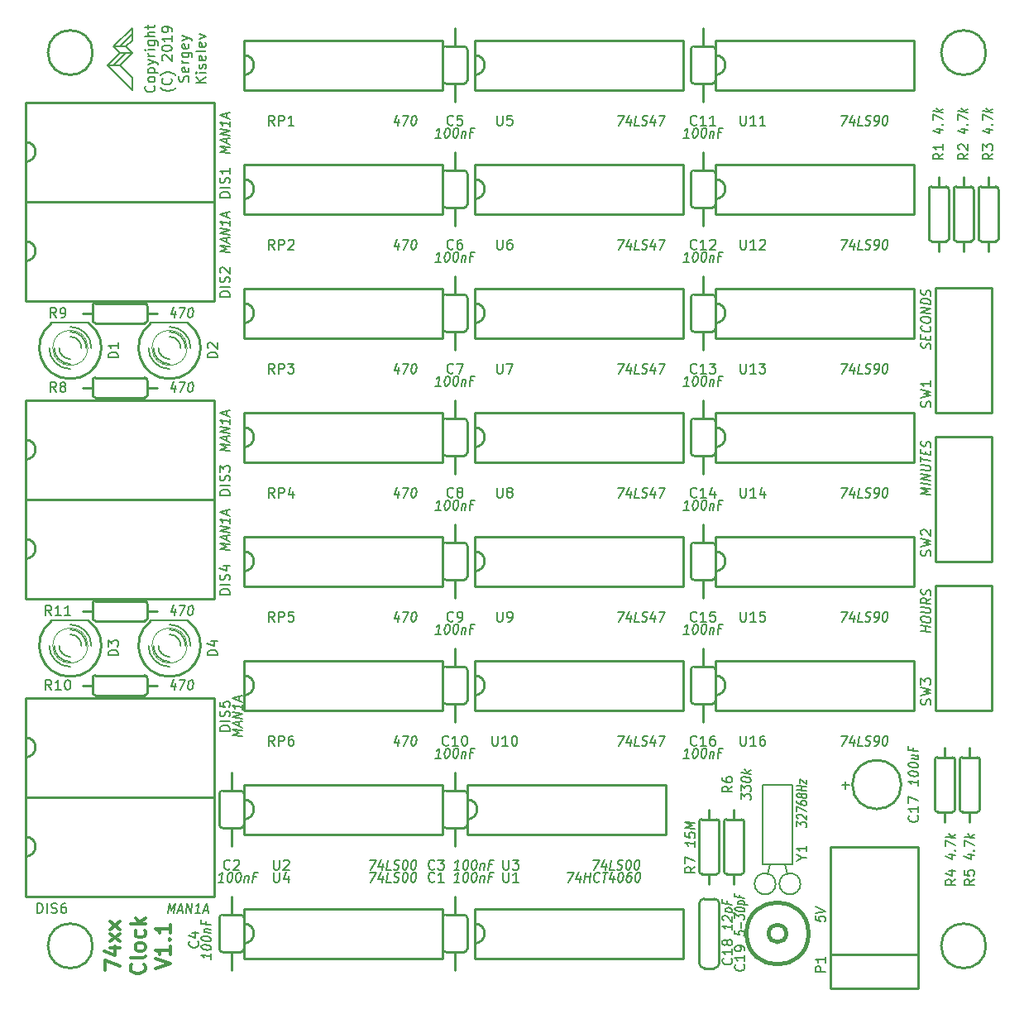
<source format=gto>
G04 #@! TF.FileFunction,Legend,Top*
%FSLAX46Y46*%
G04 Gerber Fmt 4.6, Leading zero omitted, Abs format (unit mm)*
G04 Created by KiCad (PCBNEW 4.0.7) date 02/26/19 10:17:44*
%MOMM*%
%LPD*%
G01*
G04 APERTURE LIST*
%ADD10C,0.150000*%
%ADD11C,0.203200*%
%ADD12C,0.304800*%
%ADD13C,0.200000*%
%ADD14C,0.254000*%
%ADD15C,0.076200*%
%ADD16C,0.152400*%
%ADD17C,0.381000*%
G04 APERTURE END LIST*
D10*
D11*
X89847057Y-59272714D02*
X89895438Y-59321095D01*
X89943819Y-59466238D01*
X89943819Y-59563000D01*
X89895438Y-59708142D01*
X89798676Y-59804904D01*
X89701914Y-59853285D01*
X89508390Y-59901666D01*
X89363248Y-59901666D01*
X89169724Y-59853285D01*
X89072962Y-59804904D01*
X88976200Y-59708142D01*
X88927819Y-59563000D01*
X88927819Y-59466238D01*
X88976200Y-59321095D01*
X89024581Y-59272714D01*
X89943819Y-58692142D02*
X89895438Y-58788904D01*
X89847057Y-58837285D01*
X89750295Y-58885666D01*
X89460010Y-58885666D01*
X89363248Y-58837285D01*
X89314867Y-58788904D01*
X89266486Y-58692142D01*
X89266486Y-58547000D01*
X89314867Y-58450238D01*
X89363248Y-58401857D01*
X89460010Y-58353476D01*
X89750295Y-58353476D01*
X89847057Y-58401857D01*
X89895438Y-58450238D01*
X89943819Y-58547000D01*
X89943819Y-58692142D01*
X89266486Y-57918047D02*
X90282486Y-57918047D01*
X89314867Y-57918047D02*
X89266486Y-57821285D01*
X89266486Y-57627762D01*
X89314867Y-57531000D01*
X89363248Y-57482619D01*
X89460010Y-57434238D01*
X89750295Y-57434238D01*
X89847057Y-57482619D01*
X89895438Y-57531000D01*
X89943819Y-57627762D01*
X89943819Y-57821285D01*
X89895438Y-57918047D01*
X89266486Y-57095571D02*
X89943819Y-56853666D01*
X89266486Y-56611762D02*
X89943819Y-56853666D01*
X90185724Y-56950428D01*
X90234105Y-56998809D01*
X90282486Y-57095571D01*
X89943819Y-56224714D02*
X89266486Y-56224714D01*
X89460010Y-56224714D02*
X89363248Y-56176333D01*
X89314867Y-56127952D01*
X89266486Y-56031190D01*
X89266486Y-55934429D01*
X89943819Y-55595762D02*
X89266486Y-55595762D01*
X88927819Y-55595762D02*
X88976200Y-55644143D01*
X89024581Y-55595762D01*
X88976200Y-55547381D01*
X88927819Y-55595762D01*
X89024581Y-55595762D01*
X89266486Y-54676524D02*
X90088962Y-54676524D01*
X90185724Y-54724905D01*
X90234105Y-54773286D01*
X90282486Y-54870047D01*
X90282486Y-55015190D01*
X90234105Y-55111952D01*
X89895438Y-54676524D02*
X89943819Y-54773286D01*
X89943819Y-54966809D01*
X89895438Y-55063571D01*
X89847057Y-55111952D01*
X89750295Y-55160333D01*
X89460010Y-55160333D01*
X89363248Y-55111952D01*
X89314867Y-55063571D01*
X89266486Y-54966809D01*
X89266486Y-54773286D01*
X89314867Y-54676524D01*
X89943819Y-54192714D02*
X88927819Y-54192714D01*
X89943819Y-53757286D02*
X89411629Y-53757286D01*
X89314867Y-53805667D01*
X89266486Y-53902429D01*
X89266486Y-54047571D01*
X89314867Y-54144333D01*
X89363248Y-54192714D01*
X89266486Y-53418619D02*
X89266486Y-53031571D01*
X88927819Y-53273476D02*
X89798676Y-53273476D01*
X89895438Y-53225095D01*
X89943819Y-53128333D01*
X89943819Y-53031571D01*
X92058067Y-59490428D02*
X92009686Y-59538808D01*
X91864543Y-59635570D01*
X91767781Y-59683951D01*
X91622638Y-59732332D01*
X91380733Y-59780713D01*
X91187210Y-59780713D01*
X90945305Y-59732332D01*
X90800162Y-59683951D01*
X90703400Y-59635570D01*
X90558257Y-59538808D01*
X90509876Y-59490428D01*
X91574257Y-58522809D02*
X91622638Y-58571190D01*
X91671019Y-58716333D01*
X91671019Y-58813095D01*
X91622638Y-58958237D01*
X91525876Y-59054999D01*
X91429114Y-59103380D01*
X91235590Y-59151761D01*
X91090448Y-59151761D01*
X90896924Y-59103380D01*
X90800162Y-59054999D01*
X90703400Y-58958237D01*
X90655019Y-58813095D01*
X90655019Y-58716333D01*
X90703400Y-58571190D01*
X90751781Y-58522809D01*
X92058067Y-58184142D02*
X92009686Y-58135761D01*
X91864543Y-58038999D01*
X91767781Y-57990618D01*
X91622638Y-57942237D01*
X91380733Y-57893856D01*
X91187210Y-57893856D01*
X90945305Y-57942237D01*
X90800162Y-57990618D01*
X90703400Y-58038999D01*
X90558257Y-58135761D01*
X90509876Y-58184142D01*
X90751781Y-56684333D02*
X90703400Y-56635952D01*
X90655019Y-56539190D01*
X90655019Y-56297286D01*
X90703400Y-56200524D01*
X90751781Y-56152143D01*
X90848543Y-56103762D01*
X90945305Y-56103762D01*
X91090448Y-56152143D01*
X91671019Y-56732714D01*
X91671019Y-56103762D01*
X90655019Y-55474809D02*
X90655019Y-55378048D01*
X90703400Y-55281286D01*
X90751781Y-55232905D01*
X90848543Y-55184524D01*
X91042067Y-55136143D01*
X91283971Y-55136143D01*
X91477495Y-55184524D01*
X91574257Y-55232905D01*
X91622638Y-55281286D01*
X91671019Y-55378048D01*
X91671019Y-55474809D01*
X91622638Y-55571571D01*
X91574257Y-55619952D01*
X91477495Y-55668333D01*
X91283971Y-55716714D01*
X91042067Y-55716714D01*
X90848543Y-55668333D01*
X90751781Y-55619952D01*
X90703400Y-55571571D01*
X90655019Y-55474809D01*
X91671019Y-54168524D02*
X91671019Y-54749095D01*
X91671019Y-54458809D02*
X90655019Y-54458809D01*
X90800162Y-54555571D01*
X90896924Y-54652333D01*
X90945305Y-54749095D01*
X91671019Y-53684714D02*
X91671019Y-53491190D01*
X91622638Y-53394429D01*
X91574257Y-53346048D01*
X91429114Y-53249286D01*
X91235590Y-53200905D01*
X90848543Y-53200905D01*
X90751781Y-53249286D01*
X90703400Y-53297667D01*
X90655019Y-53394429D01*
X90655019Y-53587952D01*
X90703400Y-53684714D01*
X90751781Y-53733095D01*
X90848543Y-53781476D01*
X91090448Y-53781476D01*
X91187210Y-53733095D01*
X91235590Y-53684714D01*
X91283971Y-53587952D01*
X91283971Y-53394429D01*
X91235590Y-53297667D01*
X91187210Y-53249286D01*
X91090448Y-53200905D01*
X93349838Y-58837285D02*
X93398219Y-58692142D01*
X93398219Y-58450238D01*
X93349838Y-58353476D01*
X93301457Y-58305095D01*
X93204695Y-58256714D01*
X93107933Y-58256714D01*
X93011171Y-58305095D01*
X92962790Y-58353476D01*
X92914410Y-58450238D01*
X92866029Y-58643761D01*
X92817648Y-58740523D01*
X92769267Y-58788904D01*
X92672505Y-58837285D01*
X92575743Y-58837285D01*
X92478981Y-58788904D01*
X92430600Y-58740523D01*
X92382219Y-58643761D01*
X92382219Y-58401857D01*
X92430600Y-58256714D01*
X93349838Y-57434238D02*
X93398219Y-57531000D01*
X93398219Y-57724523D01*
X93349838Y-57821285D01*
X93253076Y-57869666D01*
X92866029Y-57869666D01*
X92769267Y-57821285D01*
X92720886Y-57724523D01*
X92720886Y-57531000D01*
X92769267Y-57434238D01*
X92866029Y-57385857D01*
X92962790Y-57385857D01*
X93059552Y-57869666D01*
X93398219Y-56950428D02*
X92720886Y-56950428D01*
X92914410Y-56950428D02*
X92817648Y-56902047D01*
X92769267Y-56853666D01*
X92720886Y-56756904D01*
X92720886Y-56660143D01*
X92720886Y-55886048D02*
X93543362Y-55886048D01*
X93640124Y-55934429D01*
X93688505Y-55982810D01*
X93736886Y-56079571D01*
X93736886Y-56224714D01*
X93688505Y-56321476D01*
X93349838Y-55886048D02*
X93398219Y-55982810D01*
X93398219Y-56176333D01*
X93349838Y-56273095D01*
X93301457Y-56321476D01*
X93204695Y-56369857D01*
X92914410Y-56369857D01*
X92817648Y-56321476D01*
X92769267Y-56273095D01*
X92720886Y-56176333D01*
X92720886Y-55982810D01*
X92769267Y-55886048D01*
X93349838Y-55015191D02*
X93398219Y-55111953D01*
X93398219Y-55305476D01*
X93349838Y-55402238D01*
X93253076Y-55450619D01*
X92866029Y-55450619D01*
X92769267Y-55402238D01*
X92720886Y-55305476D01*
X92720886Y-55111953D01*
X92769267Y-55015191D01*
X92866029Y-54966810D01*
X92962790Y-54966810D01*
X93059552Y-55450619D01*
X92720886Y-54628143D02*
X93398219Y-54386238D01*
X92720886Y-54144334D02*
X93398219Y-54386238D01*
X93640124Y-54483000D01*
X93688505Y-54531381D01*
X93736886Y-54628143D01*
X95125419Y-58958237D02*
X94109419Y-58958237D01*
X95125419Y-58377666D02*
X94544848Y-58813094D01*
X94109419Y-58377666D02*
X94689990Y-58958237D01*
X95125419Y-57942237D02*
X94448086Y-57942237D01*
X94109419Y-57942237D02*
X94157800Y-57990618D01*
X94206181Y-57942237D01*
X94157800Y-57893856D01*
X94109419Y-57942237D01*
X94206181Y-57942237D01*
X95077038Y-57506808D02*
X95125419Y-57410046D01*
X95125419Y-57216522D01*
X95077038Y-57119761D01*
X94980276Y-57071380D01*
X94931895Y-57071380D01*
X94835133Y-57119761D01*
X94786752Y-57216522D01*
X94786752Y-57361665D01*
X94738371Y-57458427D01*
X94641610Y-57506808D01*
X94593229Y-57506808D01*
X94496467Y-57458427D01*
X94448086Y-57361665D01*
X94448086Y-57216522D01*
X94496467Y-57119761D01*
X95077038Y-56248904D02*
X95125419Y-56345666D01*
X95125419Y-56539189D01*
X95077038Y-56635951D01*
X94980276Y-56684332D01*
X94593229Y-56684332D01*
X94496467Y-56635951D01*
X94448086Y-56539189D01*
X94448086Y-56345666D01*
X94496467Y-56248904D01*
X94593229Y-56200523D01*
X94689990Y-56200523D01*
X94786752Y-56684332D01*
X95125419Y-55619951D02*
X95077038Y-55716713D01*
X94980276Y-55765094D01*
X94109419Y-55765094D01*
X95077038Y-54845857D02*
X95125419Y-54942619D01*
X95125419Y-55136142D01*
X95077038Y-55232904D01*
X94980276Y-55281285D01*
X94593229Y-55281285D01*
X94496467Y-55232904D01*
X94448086Y-55136142D01*
X94448086Y-54942619D01*
X94496467Y-54845857D01*
X94593229Y-54797476D01*
X94689990Y-54797476D01*
X94786752Y-55281285D01*
X94448086Y-54458809D02*
X95125419Y-54216904D01*
X94448086Y-53975000D01*
D12*
X84839629Y-149787429D02*
X84839629Y-148771429D01*
X86363629Y-149424572D01*
X85347629Y-147537714D02*
X86363629Y-147537714D01*
X84767057Y-147900571D02*
X85855629Y-148263428D01*
X85855629Y-147320000D01*
X86363629Y-146884571D02*
X85347629Y-146086285D01*
X85347629Y-146884571D02*
X86363629Y-146086285D01*
X86363629Y-145650857D02*
X85347629Y-144852571D01*
X85347629Y-145650857D02*
X86363629Y-144852571D01*
X88809286Y-149206857D02*
X88881857Y-149279428D01*
X88954429Y-149497142D01*
X88954429Y-149642285D01*
X88881857Y-149860000D01*
X88736714Y-150005142D01*
X88591571Y-150077714D01*
X88301286Y-150150285D01*
X88083571Y-150150285D01*
X87793286Y-150077714D01*
X87648143Y-150005142D01*
X87503000Y-149860000D01*
X87430429Y-149642285D01*
X87430429Y-149497142D01*
X87503000Y-149279428D01*
X87575571Y-149206857D01*
X88954429Y-148336000D02*
X88881857Y-148481142D01*
X88736714Y-148553714D01*
X87430429Y-148553714D01*
X88954429Y-147537714D02*
X88881857Y-147682856D01*
X88809286Y-147755428D01*
X88664143Y-147827999D01*
X88228714Y-147827999D01*
X88083571Y-147755428D01*
X88011000Y-147682856D01*
X87938429Y-147537714D01*
X87938429Y-147319999D01*
X88011000Y-147174856D01*
X88083571Y-147102285D01*
X88228714Y-147029714D01*
X88664143Y-147029714D01*
X88809286Y-147102285D01*
X88881857Y-147174856D01*
X88954429Y-147319999D01*
X88954429Y-147537714D01*
X88881857Y-145723428D02*
X88954429Y-145868571D01*
X88954429Y-146158857D01*
X88881857Y-146303999D01*
X88809286Y-146376571D01*
X88664143Y-146449142D01*
X88228714Y-146449142D01*
X88083571Y-146376571D01*
X88011000Y-146303999D01*
X87938429Y-146158857D01*
X87938429Y-145868571D01*
X88011000Y-145723428D01*
X88954429Y-145070285D02*
X87430429Y-145070285D01*
X88373857Y-144925142D02*
X88954429Y-144489713D01*
X87938429Y-144489713D02*
X88519000Y-145070285D01*
X90021229Y-149642286D02*
X91545229Y-149134286D01*
X90021229Y-148626286D01*
X91545229Y-147320000D02*
X91545229Y-148190857D01*
X91545229Y-147755429D02*
X90021229Y-147755429D01*
X90238943Y-147900572D01*
X90384086Y-148045714D01*
X90456657Y-148190857D01*
X91400086Y-146666857D02*
X91472657Y-146594285D01*
X91545229Y-146666857D01*
X91472657Y-146739428D01*
X91400086Y-146666857D01*
X91545229Y-146666857D01*
X91545229Y-145142857D02*
X91545229Y-146013714D01*
X91545229Y-145578286D02*
X90021229Y-145578286D01*
X90238943Y-145723429D01*
X90384086Y-145868571D01*
X90456657Y-146013714D01*
D13*
X86360000Y-55245000D02*
X87630000Y-53975000D01*
X85725000Y-57150000D02*
X86995000Y-55880000D01*
X86360000Y-55880000D02*
X87630000Y-55880000D01*
X85725000Y-55245000D02*
X86995000Y-55245000D01*
X85090000Y-57150000D02*
X86360000Y-57150000D01*
X87630000Y-58420000D02*
X87630000Y-59690000D01*
X86360000Y-57150000D02*
X87630000Y-58420000D01*
X87630000Y-55880000D02*
X86360000Y-57150000D01*
X86995000Y-55245000D02*
X87630000Y-55880000D01*
X87630000Y-54610000D02*
X86995000Y-55245000D01*
X87630000Y-53340000D02*
X87630000Y-54610000D01*
X85725000Y-55245000D02*
X87630000Y-53340000D01*
X86360000Y-55880000D02*
X85725000Y-55245000D01*
X85090000Y-57150000D02*
X86360000Y-55880000D01*
X87630000Y-59690000D02*
X85090000Y-57150000D01*
D14*
X83820000Y-112014000D02*
X88900000Y-112014000D01*
X83566000Y-113792000D02*
X83566000Y-112268000D01*
X88900000Y-114046000D02*
X83820000Y-114046000D01*
X89154000Y-112268000D02*
X89154000Y-113792000D01*
X83820000Y-112014000D02*
G75*
G03X83566000Y-112268000I0J-254000D01*
G01*
X83566000Y-113792000D02*
G75*
G03X83820000Y-114046000I254000J0D01*
G01*
X89154000Y-112268000D02*
G75*
G03X88900000Y-112014000I-254000J0D01*
G01*
X88900000Y-114046000D02*
G75*
G03X89154000Y-113792000I0J254000D01*
G01*
X83566000Y-113030000D02*
X82550000Y-113030000D01*
X90170000Y-113030000D02*
X89154000Y-113030000D01*
X88900000Y-121666000D02*
X83820000Y-121666000D01*
X89154000Y-119888000D02*
X89154000Y-121412000D01*
X83820000Y-119634000D02*
X88900000Y-119634000D01*
X83566000Y-121412000D02*
X83566000Y-119888000D01*
X88900000Y-121666000D02*
G75*
G03X89154000Y-121412000I0J254000D01*
G01*
X89154000Y-119888000D02*
G75*
G03X88900000Y-119634000I-254000J0D01*
G01*
X83566000Y-121412000D02*
G75*
G03X83820000Y-121666000I254000J0D01*
G01*
X83820000Y-119634000D02*
G75*
G03X83566000Y-119888000I0J-254000D01*
G01*
X89154000Y-120650000D02*
X90170000Y-120650000D01*
X82550000Y-120650000D02*
X83566000Y-120650000D01*
X83820000Y-81534000D02*
X88900000Y-81534000D01*
X83566000Y-83312000D02*
X83566000Y-81788000D01*
X88900000Y-83566000D02*
X83820000Y-83566000D01*
X89154000Y-81788000D02*
X89154000Y-83312000D01*
X83820000Y-81534000D02*
G75*
G03X83566000Y-81788000I0J-254000D01*
G01*
X83566000Y-83312000D02*
G75*
G03X83820000Y-83566000I254000J0D01*
G01*
X89154000Y-81788000D02*
G75*
G03X88900000Y-81534000I-254000J0D01*
G01*
X88900000Y-83566000D02*
G75*
G03X89154000Y-83312000I0J254000D01*
G01*
X83566000Y-82550000D02*
X82550000Y-82550000D01*
X90170000Y-82550000D02*
X89154000Y-82550000D01*
X88900000Y-91186000D02*
X83820000Y-91186000D01*
X89154000Y-89408000D02*
X89154000Y-90932000D01*
X83820000Y-89154000D02*
X88900000Y-89154000D01*
X83566000Y-90932000D02*
X83566000Y-89408000D01*
X88900000Y-91186000D02*
G75*
G03X89154000Y-90932000I0J254000D01*
G01*
X89154000Y-89408000D02*
G75*
G03X88900000Y-89154000I-254000J0D01*
G01*
X83566000Y-90932000D02*
G75*
G03X83820000Y-91186000I254000J0D01*
G01*
X83820000Y-89154000D02*
G75*
G03X83566000Y-89408000I0J-254000D01*
G01*
X89154000Y-90170000D02*
X90170000Y-90170000D01*
X82550000Y-90170000D02*
X83566000Y-90170000D01*
X173736000Y-69850000D02*
X173736000Y-74930000D01*
X171958000Y-69596000D02*
X173482000Y-69596000D01*
X171704000Y-74930000D02*
X171704000Y-69850000D01*
X173482000Y-75184000D02*
X171958000Y-75184000D01*
X173736000Y-69850000D02*
G75*
G03X173482000Y-69596000I-254000J0D01*
G01*
X171958000Y-69596000D02*
G75*
G03X171704000Y-69850000I0J-254000D01*
G01*
X173482000Y-75184000D02*
G75*
G03X173736000Y-74930000I0J254000D01*
G01*
X171704000Y-74930000D02*
G75*
G03X171958000Y-75184000I254000J0D01*
G01*
X172720000Y-69596000D02*
X172720000Y-68580000D01*
X172720000Y-76200000D02*
X172720000Y-75184000D01*
X176276000Y-69850000D02*
X176276000Y-74930000D01*
X174498000Y-69596000D02*
X176022000Y-69596000D01*
X174244000Y-74930000D02*
X174244000Y-69850000D01*
X176022000Y-75184000D02*
X174498000Y-75184000D01*
X176276000Y-69850000D02*
G75*
G03X176022000Y-69596000I-254000J0D01*
G01*
X174498000Y-69596000D02*
G75*
G03X174244000Y-69850000I0J-254000D01*
G01*
X176022000Y-75184000D02*
G75*
G03X176276000Y-74930000I0J254000D01*
G01*
X174244000Y-74930000D02*
G75*
G03X174498000Y-75184000I254000J0D01*
G01*
X175260000Y-69596000D02*
X175260000Y-68580000D01*
X175260000Y-76200000D02*
X175260000Y-75184000D01*
X148209000Y-139700000D02*
X148209000Y-134620000D01*
X149987000Y-139954000D02*
X148463000Y-139954000D01*
X150241000Y-134620000D02*
X150241000Y-139700000D01*
X148463000Y-134366000D02*
X149987000Y-134366000D01*
X148209000Y-139700000D02*
G75*
G03X148463000Y-139954000I254000J0D01*
G01*
X149987000Y-139954000D02*
G75*
G03X150241000Y-139700000I0J254000D01*
G01*
X148463000Y-134366000D02*
G75*
G03X148209000Y-134620000I0J-254000D01*
G01*
X150241000Y-134620000D02*
G75*
G03X149987000Y-134366000I-254000J0D01*
G01*
X149225000Y-139954000D02*
X149225000Y-140970000D01*
X149225000Y-133350000D02*
X149225000Y-134366000D01*
X147701000Y-134620000D02*
X147701000Y-139700000D01*
X145923000Y-134366000D02*
X147447000Y-134366000D01*
X145669000Y-139700000D02*
X145669000Y-134620000D01*
X147447000Y-139954000D02*
X145923000Y-139954000D01*
X147701000Y-134620000D02*
G75*
G03X147447000Y-134366000I-254000J0D01*
G01*
X145923000Y-134366000D02*
G75*
G03X145669000Y-134620000I0J-254000D01*
G01*
X147447000Y-139954000D02*
G75*
G03X147701000Y-139700000I0J254000D01*
G01*
X145669000Y-139700000D02*
G75*
G03X145923000Y-139954000I254000J0D01*
G01*
X146685000Y-134366000D02*
X146685000Y-133350000D01*
X146685000Y-140970000D02*
X146685000Y-139954000D01*
X171196000Y-69850000D02*
X171196000Y-74930000D01*
X169418000Y-69596000D02*
X170942000Y-69596000D01*
X169164000Y-74930000D02*
X169164000Y-69850000D01*
X170942000Y-75184000D02*
X169418000Y-75184000D01*
X171196000Y-69850000D02*
G75*
G03X170942000Y-69596000I-254000J0D01*
G01*
X169418000Y-69596000D02*
G75*
G03X169164000Y-69850000I0J-254000D01*
G01*
X170942000Y-75184000D02*
G75*
G03X171196000Y-74930000I0J254000D01*
G01*
X169164000Y-74930000D02*
G75*
G03X169418000Y-75184000I254000J0D01*
G01*
X170180000Y-69596000D02*
X170180000Y-68580000D01*
X170180000Y-76200000D02*
X170180000Y-75184000D01*
X172339000Y-133350000D02*
X172339000Y-128270000D01*
X174117000Y-133604000D02*
X172593000Y-133604000D01*
X174371000Y-128270000D02*
X174371000Y-133350000D01*
X172593000Y-128016000D02*
X174117000Y-128016000D01*
X172339000Y-133350000D02*
G75*
G03X172593000Y-133604000I254000J0D01*
G01*
X174117000Y-133604000D02*
G75*
G03X174371000Y-133350000I0J254000D01*
G01*
X172593000Y-128016000D02*
G75*
G03X172339000Y-128270000I0J-254000D01*
G01*
X174371000Y-128270000D02*
G75*
G03X174117000Y-128016000I-254000J0D01*
G01*
X173355000Y-133604000D02*
X173355000Y-134620000D01*
X173355000Y-127000000D02*
X173355000Y-128016000D01*
X169799000Y-133350000D02*
X169799000Y-128270000D01*
X171577000Y-133604000D02*
X170053000Y-133604000D01*
X171831000Y-128270000D02*
X171831000Y-133350000D01*
X170053000Y-128016000D02*
X171577000Y-128016000D01*
X169799000Y-133350000D02*
G75*
G03X170053000Y-133604000I254000J0D01*
G01*
X171577000Y-133604000D02*
G75*
G03X171831000Y-133350000I0J254000D01*
G01*
X170053000Y-128016000D02*
G75*
G03X169799000Y-128270000I0J-254000D01*
G01*
X171831000Y-128270000D02*
G75*
G03X171577000Y-128016000I-254000J0D01*
G01*
X170815000Y-133604000D02*
X170815000Y-134620000D01*
X170815000Y-127000000D02*
X170815000Y-128016000D01*
D11*
X83185000Y-83515200D02*
X79375000Y-83515200D01*
D15*
X83076051Y-86106000D02*
G75*
G03X83076051Y-86106000I-1796051J0D01*
G01*
D14*
X79372332Y-83568003D02*
G75*
G03X83185000Y-83566000I1907668J-2537997D01*
G01*
D16*
X80137000Y-86106000D02*
G75*
G03X81280000Y-87249000I1143000J0D01*
G01*
X82423000Y-86106000D02*
G75*
G03X81280000Y-84963000I-1143000J0D01*
G01*
X79629000Y-86106000D02*
G75*
G03X81280000Y-87757000I1651000J0D01*
G01*
X82931000Y-86106000D02*
G75*
G03X81280000Y-84455000I-1651000J0D01*
G01*
X79121000Y-86106000D02*
G75*
G03X81280000Y-88265000I2159000J0D01*
G01*
X83439000Y-86106000D02*
G75*
G03X81280000Y-83947000I-2159000J0D01*
G01*
D11*
X93345000Y-83515200D02*
X89535000Y-83515200D01*
D15*
X93236051Y-86106000D02*
G75*
G03X93236051Y-86106000I-1796051J0D01*
G01*
D14*
X89532332Y-83568003D02*
G75*
G03X93345000Y-83566000I1907668J-2537997D01*
G01*
D16*
X90297000Y-86106000D02*
G75*
G03X91440000Y-87249000I1143000J0D01*
G01*
X92583000Y-86106000D02*
G75*
G03X91440000Y-84963000I-1143000J0D01*
G01*
X89789000Y-86106000D02*
G75*
G03X91440000Y-87757000I1651000J0D01*
G01*
X93091000Y-86106000D02*
G75*
G03X91440000Y-84455000I-1651000J0D01*
G01*
X89281000Y-86106000D02*
G75*
G03X91440000Y-88265000I2159000J0D01*
G01*
X93599000Y-86106000D02*
G75*
G03X91440000Y-83947000I-2159000J0D01*
G01*
D11*
X83185000Y-113995200D02*
X79375000Y-113995200D01*
D15*
X83076051Y-116586000D02*
G75*
G03X83076051Y-116586000I-1796051J0D01*
G01*
D14*
X79372332Y-114048003D02*
G75*
G03X83185000Y-114046000I1907668J-2537997D01*
G01*
D16*
X80137000Y-116586000D02*
G75*
G03X81280000Y-117729000I1143000J0D01*
G01*
X82423000Y-116586000D02*
G75*
G03X81280000Y-115443000I-1143000J0D01*
G01*
X79629000Y-116586000D02*
G75*
G03X81280000Y-118237000I1651000J0D01*
G01*
X82931000Y-116586000D02*
G75*
G03X81280000Y-114935000I-1651000J0D01*
G01*
X79121000Y-116586000D02*
G75*
G03X81280000Y-118745000I2159000J0D01*
G01*
X83439000Y-116586000D02*
G75*
G03X81280000Y-114427000I-2159000J0D01*
G01*
D11*
X93345000Y-113995200D02*
X89535000Y-113995200D01*
D15*
X93236051Y-116586000D02*
G75*
G03X93236051Y-116586000I-1796051J0D01*
G01*
D14*
X89532332Y-114048003D02*
G75*
G03X93345000Y-114046000I1907668J-2537997D01*
G01*
D16*
X90297000Y-116586000D02*
G75*
G03X91440000Y-117729000I1143000J0D01*
G01*
X92583000Y-116586000D02*
G75*
G03X91440000Y-115443000I-1143000J0D01*
G01*
X89789000Y-116586000D02*
G75*
G03X91440000Y-118237000I1651000J0D01*
G01*
X93091000Y-116586000D02*
G75*
G03X91440000Y-114935000I-1651000J0D01*
G01*
X89281000Y-116586000D02*
G75*
G03X91440000Y-118745000I2159000J0D01*
G01*
X93599000Y-116586000D02*
G75*
G03X91440000Y-114427000I-2159000J0D01*
G01*
D14*
X122682000Y-58166000D02*
G75*
G03X123698000Y-57150000I0J1016000D01*
G01*
X123698000Y-57150000D02*
G75*
G03X122682000Y-56134000I-1016000J0D01*
G01*
X122682000Y-54610000D02*
X144018000Y-54610000D01*
X144018000Y-54610000D02*
X144018000Y-59690000D01*
X144018000Y-59690000D02*
X122682000Y-59690000D01*
X122682000Y-59690000D02*
X122682000Y-54610000D01*
X122682000Y-147066000D02*
G75*
G03X123698000Y-146050000I0J1016000D01*
G01*
X123698000Y-146050000D02*
G75*
G03X122682000Y-145034000I-1016000J0D01*
G01*
X122682000Y-143510000D02*
X144018000Y-143510000D01*
X144018000Y-143510000D02*
X144018000Y-148590000D01*
X144018000Y-148590000D02*
X122682000Y-148590000D01*
X122682000Y-148590000D02*
X122682000Y-143510000D01*
X122682000Y-121666000D02*
G75*
G03X123698000Y-120650000I0J1016000D01*
G01*
X123698000Y-120650000D02*
G75*
G03X122682000Y-119634000I-1016000J0D01*
G01*
X122682000Y-118110000D02*
X144018000Y-118110000D01*
X144018000Y-118110000D02*
X144018000Y-123190000D01*
X144018000Y-123190000D02*
X122682000Y-123190000D01*
X122682000Y-123190000D02*
X122682000Y-118110000D01*
X122682000Y-108966000D02*
G75*
G03X123698000Y-107950000I0J1016000D01*
G01*
X123698000Y-107950000D02*
G75*
G03X122682000Y-106934000I-1016000J0D01*
G01*
X122682000Y-105410000D02*
X144018000Y-105410000D01*
X144018000Y-105410000D02*
X144018000Y-110490000D01*
X144018000Y-110490000D02*
X122682000Y-110490000D01*
X122682000Y-110490000D02*
X122682000Y-105410000D01*
X122682000Y-96266000D02*
G75*
G03X123698000Y-95250000I0J1016000D01*
G01*
X123698000Y-95250000D02*
G75*
G03X122682000Y-94234000I-1016000J0D01*
G01*
X122682000Y-92710000D02*
X144018000Y-92710000D01*
X144018000Y-92710000D02*
X144018000Y-97790000D01*
X144018000Y-97790000D02*
X122682000Y-97790000D01*
X122682000Y-97790000D02*
X122682000Y-92710000D01*
X122682000Y-83566000D02*
G75*
G03X123698000Y-82550000I0J1016000D01*
G01*
X123698000Y-82550000D02*
G75*
G03X122682000Y-81534000I-1016000J0D01*
G01*
X122682000Y-80010000D02*
X144018000Y-80010000D01*
X144018000Y-80010000D02*
X144018000Y-85090000D01*
X144018000Y-85090000D02*
X122682000Y-85090000D01*
X122682000Y-85090000D02*
X122682000Y-80010000D01*
X122682000Y-70866000D02*
G75*
G03X123698000Y-69850000I0J1016000D01*
G01*
X123698000Y-69850000D02*
G75*
G03X122682000Y-68834000I-1016000J0D01*
G01*
X122682000Y-67310000D02*
X144018000Y-67310000D01*
X144018000Y-67310000D02*
X144018000Y-72390000D01*
X144018000Y-72390000D02*
X122682000Y-72390000D01*
X122682000Y-72390000D02*
X122682000Y-67310000D01*
X99060000Y-70866000D02*
G75*
G03X100076000Y-69850000I0J1016000D01*
G01*
X100076000Y-69850000D02*
G75*
G03X99060000Y-68834000I-1016000J0D01*
G01*
X119380000Y-67310000D02*
X99060000Y-67310000D01*
X99060000Y-67310000D02*
X99060000Y-72390000D01*
X99060000Y-72390000D02*
X119380000Y-72390000D01*
X119380000Y-72390000D02*
X119380000Y-67310000D01*
X99060000Y-58166000D02*
G75*
G03X100076000Y-57150000I0J1016000D01*
G01*
X100076000Y-57150000D02*
G75*
G03X99060000Y-56134000I-1016000J0D01*
G01*
X119380000Y-54610000D02*
X99060000Y-54610000D01*
X99060000Y-54610000D02*
X99060000Y-59690000D01*
X99060000Y-59690000D02*
X119380000Y-59690000D01*
X119380000Y-59690000D02*
X119380000Y-54610000D01*
X99060000Y-83566000D02*
G75*
G03X100076000Y-82550000I0J1016000D01*
G01*
X100076000Y-82550000D02*
G75*
G03X99060000Y-81534000I-1016000J0D01*
G01*
X119380000Y-80010000D02*
X99060000Y-80010000D01*
X99060000Y-80010000D02*
X99060000Y-85090000D01*
X99060000Y-85090000D02*
X119380000Y-85090000D01*
X119380000Y-85090000D02*
X119380000Y-80010000D01*
X99060000Y-96266000D02*
G75*
G03X100076000Y-95250000I0J1016000D01*
G01*
X100076000Y-95250000D02*
G75*
G03X99060000Y-94234000I-1016000J0D01*
G01*
X119380000Y-92710000D02*
X99060000Y-92710000D01*
X99060000Y-92710000D02*
X99060000Y-97790000D01*
X99060000Y-97790000D02*
X119380000Y-97790000D01*
X119380000Y-97790000D02*
X119380000Y-92710000D01*
X99060000Y-108966000D02*
G75*
G03X100076000Y-107950000I0J1016000D01*
G01*
X100076000Y-107950000D02*
G75*
G03X99060000Y-106934000I-1016000J0D01*
G01*
X119380000Y-105410000D02*
X99060000Y-105410000D01*
X99060000Y-105410000D02*
X99060000Y-110490000D01*
X99060000Y-110490000D02*
X119380000Y-110490000D01*
X119380000Y-110490000D02*
X119380000Y-105410000D01*
X99060000Y-121666000D02*
G75*
G03X100076000Y-120650000I0J1016000D01*
G01*
X100076000Y-120650000D02*
G75*
G03X99060000Y-119634000I-1016000J0D01*
G01*
X119380000Y-118110000D02*
X99060000Y-118110000D01*
X99060000Y-118110000D02*
X99060000Y-123190000D01*
X99060000Y-123190000D02*
X119380000Y-123190000D01*
X119380000Y-123190000D02*
X119380000Y-118110000D01*
X121920000Y-134366000D02*
G75*
G03X122936000Y-133350000I0J1016000D01*
G01*
X122936000Y-133350000D02*
G75*
G03X121920000Y-132334000I-1016000J0D01*
G01*
X142240000Y-130810000D02*
X121920000Y-130810000D01*
X121920000Y-130810000D02*
X121920000Y-135890000D01*
X121920000Y-135890000D02*
X142240000Y-135890000D01*
X142240000Y-135890000D02*
X142240000Y-130810000D01*
X99060000Y-147066000D02*
G75*
G03X100076000Y-146050000I0J1016000D01*
G01*
X100076000Y-146050000D02*
G75*
G03X99060000Y-145034000I-1016000J0D01*
G01*
X119380000Y-143510000D02*
X99060000Y-143510000D01*
X99060000Y-143510000D02*
X99060000Y-148590000D01*
X99060000Y-148590000D02*
X119380000Y-148590000D01*
X119380000Y-148590000D02*
X119380000Y-143510000D01*
X99060000Y-134366000D02*
G75*
G03X100076000Y-133350000I0J1016000D01*
G01*
X100076000Y-133350000D02*
G75*
G03X99060000Y-132334000I-1016000J0D01*
G01*
X119380000Y-130810000D02*
X99060000Y-130810000D01*
X99060000Y-130810000D02*
X99060000Y-135890000D01*
X99060000Y-135890000D02*
X119380000Y-135890000D01*
X119380000Y-135890000D02*
X119380000Y-130810000D01*
X147320000Y-121666000D02*
G75*
G03X148336000Y-120650000I0J1016000D01*
G01*
X148336000Y-120650000D02*
G75*
G03X147320000Y-119634000I-1016000J0D01*
G01*
X167640000Y-118110000D02*
X147320000Y-118110000D01*
X147320000Y-118110000D02*
X147320000Y-123190000D01*
X147320000Y-123190000D02*
X167640000Y-123190000D01*
X167640000Y-123190000D02*
X167640000Y-118110000D01*
X147320000Y-108966000D02*
G75*
G03X148336000Y-107950000I0J1016000D01*
G01*
X148336000Y-107950000D02*
G75*
G03X147320000Y-106934000I-1016000J0D01*
G01*
X167640000Y-105410000D02*
X147320000Y-105410000D01*
X147320000Y-105410000D02*
X147320000Y-110490000D01*
X147320000Y-110490000D02*
X167640000Y-110490000D01*
X167640000Y-110490000D02*
X167640000Y-105410000D01*
X147320000Y-96266000D02*
G75*
G03X148336000Y-95250000I0J1016000D01*
G01*
X148336000Y-95250000D02*
G75*
G03X147320000Y-94234000I-1016000J0D01*
G01*
X167640000Y-92710000D02*
X147320000Y-92710000D01*
X147320000Y-92710000D02*
X147320000Y-97790000D01*
X147320000Y-97790000D02*
X167640000Y-97790000D01*
X167640000Y-97790000D02*
X167640000Y-92710000D01*
X147320000Y-83566000D02*
G75*
G03X148336000Y-82550000I0J1016000D01*
G01*
X148336000Y-82550000D02*
G75*
G03X147320000Y-81534000I-1016000J0D01*
G01*
X167640000Y-80010000D02*
X147320000Y-80010000D01*
X147320000Y-80010000D02*
X147320000Y-85090000D01*
X147320000Y-85090000D02*
X167640000Y-85090000D01*
X167640000Y-85090000D02*
X167640000Y-80010000D01*
X147320000Y-70866000D02*
G75*
G03X148336000Y-69850000I0J1016000D01*
G01*
X148336000Y-69850000D02*
G75*
G03X147320000Y-68834000I-1016000J0D01*
G01*
X167640000Y-67310000D02*
X147320000Y-67310000D01*
X147320000Y-67310000D02*
X147320000Y-72390000D01*
X147320000Y-72390000D02*
X167640000Y-72390000D01*
X167640000Y-72390000D02*
X167640000Y-67310000D01*
X147320000Y-58166000D02*
G75*
G03X148336000Y-57150000I0J1016000D01*
G01*
X148336000Y-57150000D02*
G75*
G03X147320000Y-56134000I-1016000J0D01*
G01*
X167640000Y-54610000D02*
X147320000Y-54610000D01*
X147320000Y-54610000D02*
X147320000Y-59690000D01*
X147320000Y-59690000D02*
X167640000Y-59690000D01*
X167640000Y-59690000D02*
X167640000Y-54610000D01*
X83566000Y-147320000D02*
G75*
G03X83566000Y-147320000I-2286000J0D01*
G01*
X175006000Y-55880000D02*
G75*
G03X175006000Y-55880000I-2286000J0D01*
G01*
X175006000Y-147320000D02*
G75*
G03X175006000Y-147320000I-2286000J0D01*
G01*
X83566000Y-55880000D02*
G75*
G03X83566000Y-55880000I-2286000J0D01*
G01*
X159099120Y-148201160D02*
X168100880Y-148201160D01*
X159099120Y-151698740D02*
X159099120Y-137200420D01*
X159099120Y-137200420D02*
X168100880Y-137200420D01*
X168100880Y-137200420D02*
X168100880Y-151698740D01*
X168100880Y-151698740D02*
X159099120Y-151698740D01*
X146177000Y-149606000D02*
X147193000Y-149606000D01*
X145669000Y-143002000D02*
X145669000Y-149098000D01*
X147701000Y-143002000D02*
X147701000Y-149098000D01*
X145669000Y-149098000D02*
G75*
G03X146177000Y-149606000I508000J0D01*
G01*
X147193000Y-149606000D02*
G75*
G03X147701000Y-149098000I0J508000D01*
G01*
X146177000Y-142494000D02*
G75*
G03X145669000Y-143002000I0J-508000D01*
G01*
X147701000Y-143002000D02*
G75*
G03X147193000Y-142494000I-508000J0D01*
G01*
X146177000Y-142494000D02*
X147193000Y-142494000D01*
D17*
X156845000Y-146050000D02*
G75*
G03X156845000Y-146050000I-3175000J0D01*
G01*
X154568026Y-146050000D02*
G75*
G03X154568026Y-146050000I-898026J0D01*
G01*
D14*
X76708000Y-60960000D02*
X76708000Y-71120000D01*
X76708000Y-71120000D02*
X96012000Y-71120000D01*
X96012000Y-71120000D02*
X96012000Y-60960000D01*
X96012000Y-60960000D02*
X76708000Y-60960000D01*
X76708000Y-67056000D02*
G75*
G03X77724000Y-66040000I0J1016000D01*
G01*
X77724000Y-66040000D02*
G75*
G03X76708000Y-65024000I-1016000J0D01*
G01*
X76708000Y-132080000D02*
X76708000Y-142240000D01*
X76708000Y-142240000D02*
X96012000Y-142240000D01*
X96012000Y-142240000D02*
X96012000Y-132080000D01*
X96012000Y-132080000D02*
X76708000Y-132080000D01*
X76708000Y-138176000D02*
G75*
G03X77724000Y-137160000I0J1016000D01*
G01*
X77724000Y-137160000D02*
G75*
G03X76708000Y-136144000I-1016000J0D01*
G01*
X76708000Y-71120000D02*
X76708000Y-81280000D01*
X76708000Y-81280000D02*
X96012000Y-81280000D01*
X96012000Y-81280000D02*
X96012000Y-71120000D01*
X96012000Y-71120000D02*
X76708000Y-71120000D01*
X76708000Y-77216000D02*
G75*
G03X77724000Y-76200000I0J1016000D01*
G01*
X77724000Y-76200000D02*
G75*
G03X76708000Y-75184000I-1016000J0D01*
G01*
X76708000Y-91440000D02*
X76708000Y-101600000D01*
X76708000Y-101600000D02*
X96012000Y-101600000D01*
X96012000Y-101600000D02*
X96012000Y-91440000D01*
X96012000Y-91440000D02*
X76708000Y-91440000D01*
X76708000Y-97536000D02*
G75*
G03X77724000Y-96520000I0J1016000D01*
G01*
X77724000Y-96520000D02*
G75*
G03X76708000Y-95504000I-1016000J0D01*
G01*
X76708000Y-101600000D02*
X76708000Y-111760000D01*
X76708000Y-111760000D02*
X96012000Y-111760000D01*
X96012000Y-111760000D02*
X96012000Y-101600000D01*
X96012000Y-101600000D02*
X76708000Y-101600000D01*
X76708000Y-107696000D02*
G75*
G03X77724000Y-106680000I0J1016000D01*
G01*
X77724000Y-106680000D02*
G75*
G03X76708000Y-105664000I-1016000J0D01*
G01*
X76708000Y-121920000D02*
X76708000Y-132080000D01*
X76708000Y-132080000D02*
X96012000Y-132080000D01*
X96012000Y-132080000D02*
X96012000Y-121920000D01*
X96012000Y-121920000D02*
X76708000Y-121920000D01*
X76708000Y-128016000D02*
G75*
G03X77724000Y-127000000I0J1016000D01*
G01*
X77724000Y-127000000D02*
G75*
G03X76708000Y-125984000I-1016000J0D01*
G01*
X169820000Y-79960000D02*
X175620000Y-79960000D01*
X169820000Y-92760000D02*
X175620000Y-92760000D01*
X169820000Y-92760000D02*
X169820000Y-79960000D01*
X175620000Y-92760000D02*
X175620000Y-79960000D01*
X169820000Y-95200000D02*
X175620000Y-95200000D01*
X169820000Y-108000000D02*
X175620000Y-108000000D01*
X169820000Y-108000000D02*
X169820000Y-95200000D01*
X175620000Y-108000000D02*
X175620000Y-95200000D01*
X169820000Y-110440000D02*
X175620000Y-110440000D01*
X169820000Y-123240000D02*
X175620000Y-123240000D01*
X169820000Y-123240000D02*
X169820000Y-110440000D01*
X175620000Y-123240000D02*
X175620000Y-110440000D01*
X166329360Y-130810000D02*
G75*
G03X166329360Y-130810000I-2499360J0D01*
G01*
X121900000Y-96850000D02*
X121900000Y-93650000D01*
X119700000Y-97150000D02*
X121600000Y-97150000D01*
X119400000Y-93650000D02*
X119400000Y-96850000D01*
X121600000Y-93350000D02*
X119700000Y-93350000D01*
X119400000Y-96850000D02*
G75*
G03X119700000Y-97150000I300000J0D01*
G01*
X121600000Y-97150000D02*
G75*
G03X121900000Y-96850000I0J300000D01*
G01*
X119700000Y-93350000D02*
G75*
G03X119400000Y-93650000I0J-300000D01*
G01*
X120650000Y-97150000D02*
X120650000Y-99050000D01*
X120650000Y-91450000D02*
X120650000Y-93350000D01*
X121900000Y-93650000D02*
G75*
G03X121600000Y-93350000I-300000J0D01*
G01*
X121900000Y-147650000D02*
X121900000Y-144450000D01*
X119700000Y-147950000D02*
X121600000Y-147950000D01*
X119400000Y-144450000D02*
X119400000Y-147650000D01*
X121600000Y-144150000D02*
X119700000Y-144150000D01*
X119400000Y-147650000D02*
G75*
G03X119700000Y-147950000I300000J0D01*
G01*
X121600000Y-147950000D02*
G75*
G03X121900000Y-147650000I0J300000D01*
G01*
X119700000Y-144150000D02*
G75*
G03X119400000Y-144450000I0J-300000D01*
G01*
X120650000Y-147950000D02*
X120650000Y-149850000D01*
X120650000Y-142250000D02*
X120650000Y-144150000D01*
X121900000Y-144450000D02*
G75*
G03X121600000Y-144150000I-300000J0D01*
G01*
X99040000Y-134950000D02*
X99040000Y-131750000D01*
X96840000Y-135250000D02*
X98740000Y-135250000D01*
X96540000Y-131750000D02*
X96540000Y-134950000D01*
X98740000Y-131450000D02*
X96840000Y-131450000D01*
X96540000Y-134950000D02*
G75*
G03X96840000Y-135250000I300000J0D01*
G01*
X98740000Y-135250000D02*
G75*
G03X99040000Y-134950000I0J300000D01*
G01*
X96840000Y-131450000D02*
G75*
G03X96540000Y-131750000I0J-300000D01*
G01*
X97790000Y-135250000D02*
X97790000Y-137150000D01*
X97790000Y-129550000D02*
X97790000Y-131450000D01*
X99040000Y-131750000D02*
G75*
G03X98740000Y-131450000I-300000J0D01*
G01*
X121900000Y-134950000D02*
X121900000Y-131750000D01*
X119700000Y-135250000D02*
X121600000Y-135250000D01*
X119400000Y-131750000D02*
X119400000Y-134950000D01*
X121600000Y-131450000D02*
X119700000Y-131450000D01*
X119400000Y-134950000D02*
G75*
G03X119700000Y-135250000I300000J0D01*
G01*
X121600000Y-135250000D02*
G75*
G03X121900000Y-134950000I0J300000D01*
G01*
X119700000Y-131450000D02*
G75*
G03X119400000Y-131750000I0J-300000D01*
G01*
X120650000Y-135250000D02*
X120650000Y-137150000D01*
X120650000Y-129550000D02*
X120650000Y-131450000D01*
X121900000Y-131750000D02*
G75*
G03X121600000Y-131450000I-300000J0D01*
G01*
X99040000Y-147650000D02*
X99040000Y-144450000D01*
X96840000Y-147950000D02*
X98740000Y-147950000D01*
X96540000Y-144450000D02*
X96540000Y-147650000D01*
X98740000Y-144150000D02*
X96840000Y-144150000D01*
X96540000Y-147650000D02*
G75*
G03X96840000Y-147950000I300000J0D01*
G01*
X98740000Y-147950000D02*
G75*
G03X99040000Y-147650000I0J300000D01*
G01*
X96840000Y-144150000D02*
G75*
G03X96540000Y-144450000I0J-300000D01*
G01*
X97790000Y-147950000D02*
X97790000Y-149850000D01*
X97790000Y-142250000D02*
X97790000Y-144150000D01*
X99040000Y-144450000D02*
G75*
G03X98740000Y-144150000I-300000J0D01*
G01*
X121900000Y-71450000D02*
X121900000Y-68250000D01*
X119700000Y-71750000D02*
X121600000Y-71750000D01*
X119400000Y-68250000D02*
X119400000Y-71450000D01*
X121600000Y-67950000D02*
X119700000Y-67950000D01*
X119400000Y-71450000D02*
G75*
G03X119700000Y-71750000I300000J0D01*
G01*
X121600000Y-71750000D02*
G75*
G03X121900000Y-71450000I0J300000D01*
G01*
X119700000Y-67950000D02*
G75*
G03X119400000Y-68250000I0J-300000D01*
G01*
X120650000Y-71750000D02*
X120650000Y-73650000D01*
X120650000Y-66050000D02*
X120650000Y-67950000D01*
X121900000Y-68250000D02*
G75*
G03X121600000Y-67950000I-300000J0D01*
G01*
X121900000Y-84150000D02*
X121900000Y-80950000D01*
X119700000Y-84450000D02*
X121600000Y-84450000D01*
X119400000Y-80950000D02*
X119400000Y-84150000D01*
X121600000Y-80650000D02*
X119700000Y-80650000D01*
X119400000Y-84150000D02*
G75*
G03X119700000Y-84450000I300000J0D01*
G01*
X121600000Y-84450000D02*
G75*
G03X121900000Y-84150000I0J300000D01*
G01*
X119700000Y-80650000D02*
G75*
G03X119400000Y-80950000I0J-300000D01*
G01*
X120650000Y-84450000D02*
X120650000Y-86350000D01*
X120650000Y-78750000D02*
X120650000Y-80650000D01*
X121900000Y-80950000D02*
G75*
G03X121600000Y-80650000I-300000J0D01*
G01*
X144800000Y-106350000D02*
X144800000Y-109550000D01*
X147000000Y-106050000D02*
X145100000Y-106050000D01*
X147300000Y-109550000D02*
X147300000Y-106350000D01*
X145100000Y-109850000D02*
X147000000Y-109850000D01*
X147300000Y-106350000D02*
G75*
G03X147000000Y-106050000I-300000J0D01*
G01*
X145100000Y-106050000D02*
G75*
G03X144800000Y-106350000I0J-300000D01*
G01*
X147000000Y-109850000D02*
G75*
G03X147300000Y-109550000I0J300000D01*
G01*
X146050000Y-106050000D02*
X146050000Y-104150000D01*
X146050000Y-111750000D02*
X146050000Y-109850000D01*
X144800000Y-109550000D02*
G75*
G03X145100000Y-109850000I300000J0D01*
G01*
X121900000Y-109550000D02*
X121900000Y-106350000D01*
X119700000Y-109850000D02*
X121600000Y-109850000D01*
X119400000Y-106350000D02*
X119400000Y-109550000D01*
X121600000Y-106050000D02*
X119700000Y-106050000D01*
X119400000Y-109550000D02*
G75*
G03X119700000Y-109850000I300000J0D01*
G01*
X121600000Y-109850000D02*
G75*
G03X121900000Y-109550000I0J300000D01*
G01*
X119700000Y-106050000D02*
G75*
G03X119400000Y-106350000I0J-300000D01*
G01*
X120650000Y-109850000D02*
X120650000Y-111750000D01*
X120650000Y-104150000D02*
X120650000Y-106050000D01*
X121900000Y-106350000D02*
G75*
G03X121600000Y-106050000I-300000J0D01*
G01*
X121900000Y-122250000D02*
X121900000Y-119050000D01*
X119700000Y-122550000D02*
X121600000Y-122550000D01*
X119400000Y-119050000D02*
X119400000Y-122250000D01*
X121600000Y-118750000D02*
X119700000Y-118750000D01*
X119400000Y-122250000D02*
G75*
G03X119700000Y-122550000I300000J0D01*
G01*
X121600000Y-122550000D02*
G75*
G03X121900000Y-122250000I0J300000D01*
G01*
X119700000Y-118750000D02*
G75*
G03X119400000Y-119050000I0J-300000D01*
G01*
X120650000Y-122550000D02*
X120650000Y-124450000D01*
X120650000Y-116850000D02*
X120650000Y-118750000D01*
X121900000Y-119050000D02*
G75*
G03X121600000Y-118750000I-300000J0D01*
G01*
X144800000Y-55550000D02*
X144800000Y-58750000D01*
X147000000Y-55250000D02*
X145100000Y-55250000D01*
X147300000Y-58750000D02*
X147300000Y-55550000D01*
X145100000Y-59050000D02*
X147000000Y-59050000D01*
X147300000Y-55550000D02*
G75*
G03X147000000Y-55250000I-300000J0D01*
G01*
X145100000Y-55250000D02*
G75*
G03X144800000Y-55550000I0J-300000D01*
G01*
X147000000Y-59050000D02*
G75*
G03X147300000Y-58750000I0J300000D01*
G01*
X146050000Y-55250000D02*
X146050000Y-53350000D01*
X146050000Y-60950000D02*
X146050000Y-59050000D01*
X144800000Y-58750000D02*
G75*
G03X145100000Y-59050000I300000J0D01*
G01*
X144800000Y-68250000D02*
X144800000Y-71450000D01*
X147000000Y-67950000D02*
X145100000Y-67950000D01*
X147300000Y-71450000D02*
X147300000Y-68250000D01*
X145100000Y-71750000D02*
X147000000Y-71750000D01*
X147300000Y-68250000D02*
G75*
G03X147000000Y-67950000I-300000J0D01*
G01*
X145100000Y-67950000D02*
G75*
G03X144800000Y-68250000I0J-300000D01*
G01*
X147000000Y-71750000D02*
G75*
G03X147300000Y-71450000I0J300000D01*
G01*
X146050000Y-67950000D02*
X146050000Y-66050000D01*
X146050000Y-73650000D02*
X146050000Y-71750000D01*
X144800000Y-71450000D02*
G75*
G03X145100000Y-71750000I300000J0D01*
G01*
X144800000Y-80950000D02*
X144800000Y-84150000D01*
X147000000Y-80650000D02*
X145100000Y-80650000D01*
X147300000Y-84150000D02*
X147300000Y-80950000D01*
X145100000Y-84450000D02*
X147000000Y-84450000D01*
X147300000Y-80950000D02*
G75*
G03X147000000Y-80650000I-300000J0D01*
G01*
X145100000Y-80650000D02*
G75*
G03X144800000Y-80950000I0J-300000D01*
G01*
X147000000Y-84450000D02*
G75*
G03X147300000Y-84150000I0J300000D01*
G01*
X146050000Y-80650000D02*
X146050000Y-78750000D01*
X146050000Y-86350000D02*
X146050000Y-84450000D01*
X144800000Y-84150000D02*
G75*
G03X145100000Y-84450000I300000J0D01*
G01*
X144800000Y-93650000D02*
X144800000Y-96850000D01*
X147000000Y-93350000D02*
X145100000Y-93350000D01*
X147300000Y-96850000D02*
X147300000Y-93650000D01*
X145100000Y-97150000D02*
X147000000Y-97150000D01*
X147300000Y-93650000D02*
G75*
G03X147000000Y-93350000I-300000J0D01*
G01*
X145100000Y-93350000D02*
G75*
G03X144800000Y-93650000I0J-300000D01*
G01*
X147000000Y-97150000D02*
G75*
G03X147300000Y-96850000I0J300000D01*
G01*
X146050000Y-93350000D02*
X146050000Y-91450000D01*
X146050000Y-99050000D02*
X146050000Y-97150000D01*
X144800000Y-96850000D02*
G75*
G03X145100000Y-97150000I300000J0D01*
G01*
X144800000Y-119050000D02*
X144800000Y-122250000D01*
X147000000Y-118750000D02*
X145100000Y-118750000D01*
X147300000Y-122250000D02*
X147300000Y-119050000D01*
X145100000Y-122550000D02*
X147000000Y-122550000D01*
X147300000Y-119050000D02*
G75*
G03X147000000Y-118750000I-300000J0D01*
G01*
X145100000Y-118750000D02*
G75*
G03X144800000Y-119050000I0J-300000D01*
G01*
X147000000Y-122550000D02*
G75*
G03X147300000Y-122250000I0J300000D01*
G01*
X146050000Y-118750000D02*
X146050000Y-116850000D01*
X146050000Y-124450000D02*
X146050000Y-122550000D01*
X144800000Y-122250000D02*
G75*
G03X145100000Y-122550000I300000J0D01*
G01*
X121900000Y-58750000D02*
X121900000Y-55550000D01*
X119700000Y-59050000D02*
X121600000Y-59050000D01*
X119400000Y-55550000D02*
X119400000Y-58750000D01*
X121600000Y-55250000D02*
X119700000Y-55250000D01*
X119400000Y-58750000D02*
G75*
G03X119700000Y-59050000I300000J0D01*
G01*
X121600000Y-59050000D02*
G75*
G03X121900000Y-58750000I0J300000D01*
G01*
X119700000Y-55250000D02*
G75*
G03X119400000Y-55550000I0J-300000D01*
G01*
X120650000Y-59050000D02*
X120650000Y-60950000D01*
X120650000Y-53350000D02*
X120650000Y-55250000D01*
X121900000Y-55550000D02*
G75*
G03X121600000Y-55250000I-300000J0D01*
G01*
D11*
X152908000Y-138938000D02*
X152654000Y-139954000D01*
X154432000Y-138938000D02*
X154686000Y-139954000D01*
X155194000Y-138938000D02*
X155194000Y-130810000D01*
X155194000Y-130810000D02*
X152146000Y-130810000D01*
X152146000Y-130810000D02*
X152146000Y-138938000D01*
X152146000Y-138938000D02*
X155194000Y-138938000D01*
X153477631Y-140970000D02*
G75*
G03X153477631Y-140970000I-1077631J0D01*
G01*
X156017631Y-140970000D02*
G75*
G03X156017631Y-140970000I-1077631J0D01*
G01*
X79356857Y-113489619D02*
X79018191Y-113005810D01*
X78776286Y-113489619D02*
X78776286Y-112473619D01*
X79163333Y-112473619D01*
X79260095Y-112522000D01*
X79308476Y-112570381D01*
X79356857Y-112667143D01*
X79356857Y-112812286D01*
X79308476Y-112909048D01*
X79260095Y-112957429D01*
X79163333Y-113005810D01*
X78776286Y-113005810D01*
X80324476Y-113489619D02*
X79743905Y-113489619D01*
X80034191Y-113489619D02*
X80034191Y-112473619D01*
X79937429Y-112618762D01*
X79840667Y-112715524D01*
X79743905Y-112763905D01*
X81292095Y-113489619D02*
X80711524Y-113489619D01*
X81001810Y-113489619D02*
X81001810Y-112473619D01*
X80905048Y-112618762D01*
X80808286Y-112715524D01*
X80711524Y-112763905D01*
X92046879Y-112812286D02*
X91962213Y-113489619D01*
X91877546Y-112425238D02*
X91569117Y-113150952D01*
X92135175Y-113150952D01*
X92481099Y-112473619D02*
X93090699Y-112473619D01*
X92571813Y-113489619D01*
X93613213Y-112473619D02*
X93700298Y-112473619D01*
X93781336Y-112522000D01*
X93818831Y-112570381D01*
X93850279Y-112667143D01*
X93869632Y-112860667D01*
X93839394Y-113102571D01*
X93771660Y-113296095D01*
X93716022Y-113392857D01*
X93666431Y-113441238D01*
X93573298Y-113489619D01*
X93486213Y-113489619D01*
X93405174Y-113441238D01*
X93367679Y-113392857D01*
X93336231Y-113296095D01*
X93316879Y-113102571D01*
X93347117Y-112860667D01*
X93414850Y-112667143D01*
X93470488Y-112570381D01*
X93520079Y-112522000D01*
X93613213Y-112473619D01*
X79356857Y-121109619D02*
X79018191Y-120625810D01*
X78776286Y-121109619D02*
X78776286Y-120093619D01*
X79163333Y-120093619D01*
X79260095Y-120142000D01*
X79308476Y-120190381D01*
X79356857Y-120287143D01*
X79356857Y-120432286D01*
X79308476Y-120529048D01*
X79260095Y-120577429D01*
X79163333Y-120625810D01*
X78776286Y-120625810D01*
X80324476Y-121109619D02*
X79743905Y-121109619D01*
X80034191Y-121109619D02*
X80034191Y-120093619D01*
X79937429Y-120238762D01*
X79840667Y-120335524D01*
X79743905Y-120383905D01*
X80953429Y-120093619D02*
X81050190Y-120093619D01*
X81146952Y-120142000D01*
X81195333Y-120190381D01*
X81243714Y-120287143D01*
X81292095Y-120480667D01*
X81292095Y-120722571D01*
X81243714Y-120916095D01*
X81195333Y-121012857D01*
X81146952Y-121061238D01*
X81050190Y-121109619D01*
X80953429Y-121109619D01*
X80856667Y-121061238D01*
X80808286Y-121012857D01*
X80759905Y-120916095D01*
X80711524Y-120722571D01*
X80711524Y-120480667D01*
X80759905Y-120287143D01*
X80808286Y-120190381D01*
X80856667Y-120142000D01*
X80953429Y-120093619D01*
X92046879Y-120432286D02*
X91962213Y-121109619D01*
X91877546Y-120045238D02*
X91569117Y-120770952D01*
X92135175Y-120770952D01*
X92481099Y-120093619D02*
X93090699Y-120093619D01*
X92571813Y-121109619D01*
X93613213Y-120093619D02*
X93700298Y-120093619D01*
X93781336Y-120142000D01*
X93818831Y-120190381D01*
X93850279Y-120287143D01*
X93869632Y-120480667D01*
X93839394Y-120722571D01*
X93771660Y-120916095D01*
X93716022Y-121012857D01*
X93666431Y-121061238D01*
X93573298Y-121109619D01*
X93486213Y-121109619D01*
X93405174Y-121061238D01*
X93367679Y-121012857D01*
X93336231Y-120916095D01*
X93316879Y-120722571D01*
X93347117Y-120480667D01*
X93414850Y-120287143D01*
X93470488Y-120190381D01*
X93520079Y-120142000D01*
X93613213Y-120093619D01*
X79840667Y-83009619D02*
X79502001Y-82525810D01*
X79260096Y-83009619D02*
X79260096Y-81993619D01*
X79647143Y-81993619D01*
X79743905Y-82042000D01*
X79792286Y-82090381D01*
X79840667Y-82187143D01*
X79840667Y-82332286D01*
X79792286Y-82429048D01*
X79743905Y-82477429D01*
X79647143Y-82525810D01*
X79260096Y-82525810D01*
X80324477Y-83009619D02*
X80518001Y-83009619D01*
X80614762Y-82961238D01*
X80663143Y-82912857D01*
X80759905Y-82767714D01*
X80808286Y-82574190D01*
X80808286Y-82187143D01*
X80759905Y-82090381D01*
X80711524Y-82042000D01*
X80614762Y-81993619D01*
X80421239Y-81993619D01*
X80324477Y-82042000D01*
X80276096Y-82090381D01*
X80227715Y-82187143D01*
X80227715Y-82429048D01*
X80276096Y-82525810D01*
X80324477Y-82574190D01*
X80421239Y-82622571D01*
X80614762Y-82622571D01*
X80711524Y-82574190D01*
X80759905Y-82525810D01*
X80808286Y-82429048D01*
X92046879Y-82332286D02*
X91962213Y-83009619D01*
X91877546Y-81945238D02*
X91569117Y-82670952D01*
X92135175Y-82670952D01*
X92481099Y-81993619D02*
X93090699Y-81993619D01*
X92571813Y-83009619D01*
X93613213Y-81993619D02*
X93700298Y-81993619D01*
X93781336Y-82042000D01*
X93818831Y-82090381D01*
X93850279Y-82187143D01*
X93869632Y-82380667D01*
X93839394Y-82622571D01*
X93771660Y-82816095D01*
X93716022Y-82912857D01*
X93666431Y-82961238D01*
X93573298Y-83009619D01*
X93486213Y-83009619D01*
X93405174Y-82961238D01*
X93367679Y-82912857D01*
X93336231Y-82816095D01*
X93316879Y-82622571D01*
X93347117Y-82380667D01*
X93414850Y-82187143D01*
X93470488Y-82090381D01*
X93520079Y-82042000D01*
X93613213Y-81993619D01*
X79840667Y-90629619D02*
X79502001Y-90145810D01*
X79260096Y-90629619D02*
X79260096Y-89613619D01*
X79647143Y-89613619D01*
X79743905Y-89662000D01*
X79792286Y-89710381D01*
X79840667Y-89807143D01*
X79840667Y-89952286D01*
X79792286Y-90049048D01*
X79743905Y-90097429D01*
X79647143Y-90145810D01*
X79260096Y-90145810D01*
X80421239Y-90049048D02*
X80324477Y-90000667D01*
X80276096Y-89952286D01*
X80227715Y-89855524D01*
X80227715Y-89807143D01*
X80276096Y-89710381D01*
X80324477Y-89662000D01*
X80421239Y-89613619D01*
X80614762Y-89613619D01*
X80711524Y-89662000D01*
X80759905Y-89710381D01*
X80808286Y-89807143D01*
X80808286Y-89855524D01*
X80759905Y-89952286D01*
X80711524Y-90000667D01*
X80614762Y-90049048D01*
X80421239Y-90049048D01*
X80324477Y-90097429D01*
X80276096Y-90145810D01*
X80227715Y-90242571D01*
X80227715Y-90436095D01*
X80276096Y-90532857D01*
X80324477Y-90581238D01*
X80421239Y-90629619D01*
X80614762Y-90629619D01*
X80711524Y-90581238D01*
X80759905Y-90532857D01*
X80808286Y-90436095D01*
X80808286Y-90242571D01*
X80759905Y-90145810D01*
X80711524Y-90097429D01*
X80614762Y-90049048D01*
X92046879Y-89952286D02*
X91962213Y-90629619D01*
X91877546Y-89565238D02*
X91569117Y-90290952D01*
X92135175Y-90290952D01*
X92481099Y-89613619D02*
X93090699Y-89613619D01*
X92571813Y-90629619D01*
X93613213Y-89613619D02*
X93700298Y-89613619D01*
X93781336Y-89662000D01*
X93818831Y-89710381D01*
X93850279Y-89807143D01*
X93869632Y-90000667D01*
X93839394Y-90242571D01*
X93771660Y-90436095D01*
X93716022Y-90532857D01*
X93666431Y-90581238D01*
X93573298Y-90629619D01*
X93486213Y-90629619D01*
X93405174Y-90581238D01*
X93367679Y-90532857D01*
X93336231Y-90436095D01*
X93316879Y-90242571D01*
X93347117Y-90000667D01*
X93414850Y-89807143D01*
X93470488Y-89710381D01*
X93520079Y-89662000D01*
X93613213Y-89613619D01*
X173179619Y-66209333D02*
X172695810Y-66547999D01*
X173179619Y-66789904D02*
X172163619Y-66789904D01*
X172163619Y-66402857D01*
X172212000Y-66306095D01*
X172260381Y-66257714D01*
X172357143Y-66209333D01*
X172502286Y-66209333D01*
X172599048Y-66257714D01*
X172647429Y-66306095D01*
X172695810Y-66402857D01*
X172695810Y-66789904D01*
X172260381Y-65822285D02*
X172212000Y-65773904D01*
X172163619Y-65677142D01*
X172163619Y-65435238D01*
X172212000Y-65338476D01*
X172260381Y-65290095D01*
X172357143Y-65241714D01*
X172453905Y-65241714D01*
X172599048Y-65290095D01*
X173179619Y-65870666D01*
X173179619Y-65241714D01*
X172502286Y-63680522D02*
X173179619Y-63765188D01*
X172115238Y-63849855D02*
X172840952Y-64158284D01*
X172840952Y-63592226D01*
X173082857Y-63274122D02*
X173131238Y-63236627D01*
X173179619Y-63286217D01*
X173131238Y-63323713D01*
X173082857Y-63274122D01*
X173179619Y-63286217D01*
X172163619Y-62810873D02*
X172163619Y-62201273D01*
X173179619Y-62720159D01*
X173179619Y-61979931D02*
X172163619Y-61852931D01*
X172792571Y-61844464D02*
X173179619Y-61631588D01*
X172502286Y-61546922D02*
X172889333Y-61943646D01*
X175719619Y-66209333D02*
X175235810Y-66547999D01*
X175719619Y-66789904D02*
X174703619Y-66789904D01*
X174703619Y-66402857D01*
X174752000Y-66306095D01*
X174800381Y-66257714D01*
X174897143Y-66209333D01*
X175042286Y-66209333D01*
X175139048Y-66257714D01*
X175187429Y-66306095D01*
X175235810Y-66402857D01*
X175235810Y-66789904D01*
X174703619Y-65870666D02*
X174703619Y-65241714D01*
X175090667Y-65580380D01*
X175090667Y-65435238D01*
X175139048Y-65338476D01*
X175187429Y-65290095D01*
X175284190Y-65241714D01*
X175526095Y-65241714D01*
X175622857Y-65290095D01*
X175671238Y-65338476D01*
X175719619Y-65435238D01*
X175719619Y-65725523D01*
X175671238Y-65822285D01*
X175622857Y-65870666D01*
X175042286Y-63680522D02*
X175719619Y-63765188D01*
X174655238Y-63849855D02*
X175380952Y-64158284D01*
X175380952Y-63592226D01*
X175622857Y-63274122D02*
X175671238Y-63236627D01*
X175719619Y-63286217D01*
X175671238Y-63323713D01*
X175622857Y-63274122D01*
X175719619Y-63286217D01*
X174703619Y-62810873D02*
X174703619Y-62201273D01*
X175719619Y-62720159D01*
X175719619Y-61979931D02*
X174703619Y-61852931D01*
X175332571Y-61844464D02*
X175719619Y-61631588D01*
X175042286Y-61546922D02*
X175429333Y-61943646D01*
X149049619Y-130979333D02*
X148565810Y-131317999D01*
X149049619Y-131559904D02*
X148033619Y-131559904D01*
X148033619Y-131172857D01*
X148082000Y-131076095D01*
X148130381Y-131027714D01*
X148227143Y-130979333D01*
X148372286Y-130979333D01*
X148469048Y-131027714D01*
X148517429Y-131076095D01*
X148565810Y-131172857D01*
X148565810Y-131559904D01*
X148033619Y-130108476D02*
X148033619Y-130301999D01*
X148082000Y-130398761D01*
X148130381Y-130447142D01*
X148275524Y-130543904D01*
X148469048Y-130592285D01*
X148856095Y-130592285D01*
X148952857Y-130543904D01*
X149001238Y-130495523D01*
X149049619Y-130398761D01*
X149049619Y-130205238D01*
X149001238Y-130108476D01*
X148952857Y-130060095D01*
X148856095Y-130011714D01*
X148614190Y-130011714D01*
X148517429Y-130060095D01*
X148469048Y-130108476D01*
X148420667Y-130205238D01*
X148420667Y-130398761D01*
X148469048Y-130495523D01*
X148517429Y-130543904D01*
X148614190Y-130592285D01*
X149938619Y-132279873D02*
X149938619Y-131713816D01*
X150325667Y-132066997D01*
X150325667Y-131936369D01*
X150374048Y-131855331D01*
X150422429Y-131817836D01*
X150519190Y-131786388D01*
X150761095Y-131816626D01*
X150857857Y-131872264D01*
X150906238Y-131921855D01*
X150954619Y-132014988D01*
X150954619Y-132276245D01*
X150906238Y-132357284D01*
X150857857Y-132394778D01*
X149938619Y-131409016D02*
X149938619Y-130842959D01*
X150325667Y-131196140D01*
X150325667Y-131065512D01*
X150374048Y-130984474D01*
X150422429Y-130946979D01*
X150519190Y-130915531D01*
X150761095Y-130945769D01*
X150857857Y-131001407D01*
X150906238Y-131050998D01*
X150954619Y-131144131D01*
X150954619Y-131405388D01*
X150906238Y-131486427D01*
X150857857Y-131523921D01*
X149938619Y-130276902D02*
X149938619Y-130189817D01*
X149987000Y-130108779D01*
X150035381Y-130071284D01*
X150132143Y-130039836D01*
X150325667Y-130020483D01*
X150567571Y-130050721D01*
X150761095Y-130118455D01*
X150857857Y-130174093D01*
X150906238Y-130223684D01*
X150954619Y-130316817D01*
X150954619Y-130403902D01*
X150906238Y-130484941D01*
X150857857Y-130522436D01*
X150761095Y-130553884D01*
X150567571Y-130573236D01*
X150325667Y-130542998D01*
X150132143Y-130475265D01*
X150035381Y-130419627D01*
X149987000Y-130370036D01*
X149938619Y-130276902D01*
X150954619Y-129707217D02*
X149938619Y-129580217D01*
X150567571Y-129571750D02*
X150954619Y-129358874D01*
X150277286Y-129274208D02*
X150664333Y-129670932D01*
X145239619Y-139234333D02*
X144755810Y-139572999D01*
X145239619Y-139814904D02*
X144223619Y-139814904D01*
X144223619Y-139427857D01*
X144272000Y-139331095D01*
X144320381Y-139282714D01*
X144417143Y-139234333D01*
X144562286Y-139234333D01*
X144659048Y-139282714D01*
X144707429Y-139331095D01*
X144755810Y-139427857D01*
X144755810Y-139814904D01*
X144223619Y-138895666D02*
X144223619Y-138218333D01*
X145239619Y-138653761D01*
X145239619Y-136637787D02*
X145239619Y-137160302D01*
X145239619Y-136899044D02*
X144223619Y-136772044D01*
X144368762Y-136877273D01*
X144465524Y-136976454D01*
X144513905Y-137069588D01*
X144223619Y-135683473D02*
X144223619Y-136118902D01*
X144707429Y-136222922D01*
X144659048Y-136173331D01*
X144610667Y-136080197D01*
X144610667Y-135862483D01*
X144659048Y-135781445D01*
X144707429Y-135743950D01*
X144804190Y-135712502D01*
X145046095Y-135742740D01*
X145142857Y-135798378D01*
X145191238Y-135847969D01*
X145239619Y-135941102D01*
X145239619Y-136158816D01*
X145191238Y-136239855D01*
X145142857Y-136277350D01*
X145239619Y-135375045D02*
X144223619Y-135248045D01*
X144949333Y-135033960D01*
X144223619Y-134638445D01*
X145239619Y-134765445D01*
X170639619Y-66209333D02*
X170155810Y-66547999D01*
X170639619Y-66789904D02*
X169623619Y-66789904D01*
X169623619Y-66402857D01*
X169672000Y-66306095D01*
X169720381Y-66257714D01*
X169817143Y-66209333D01*
X169962286Y-66209333D01*
X170059048Y-66257714D01*
X170107429Y-66306095D01*
X170155810Y-66402857D01*
X170155810Y-66789904D01*
X170639619Y-65241714D02*
X170639619Y-65822285D01*
X170639619Y-65531999D02*
X169623619Y-65531999D01*
X169768762Y-65628761D01*
X169865524Y-65725523D01*
X169913905Y-65822285D01*
X169962286Y-63680522D02*
X170639619Y-63765188D01*
X169575238Y-63849855D02*
X170300952Y-64158284D01*
X170300952Y-63592226D01*
X170542857Y-63274122D02*
X170591238Y-63236627D01*
X170639619Y-63286217D01*
X170591238Y-63323713D01*
X170542857Y-63274122D01*
X170639619Y-63286217D01*
X169623619Y-62810873D02*
X169623619Y-62201273D01*
X170639619Y-62720159D01*
X170639619Y-61979931D02*
X169623619Y-61852931D01*
X170252571Y-61844464D02*
X170639619Y-61631588D01*
X169962286Y-61546922D02*
X170349333Y-61943646D01*
X173814619Y-140504333D02*
X173330810Y-140842999D01*
X173814619Y-141084904D02*
X172798619Y-141084904D01*
X172798619Y-140697857D01*
X172847000Y-140601095D01*
X172895381Y-140552714D01*
X172992143Y-140504333D01*
X173137286Y-140504333D01*
X173234048Y-140552714D01*
X173282429Y-140601095D01*
X173330810Y-140697857D01*
X173330810Y-141084904D01*
X172798619Y-139585095D02*
X172798619Y-140068904D01*
X173282429Y-140117285D01*
X173234048Y-140068904D01*
X173185667Y-139972142D01*
X173185667Y-139730238D01*
X173234048Y-139633476D01*
X173282429Y-139585095D01*
X173379190Y-139536714D01*
X173621095Y-139536714D01*
X173717857Y-139585095D01*
X173766238Y-139633476D01*
X173814619Y-139730238D01*
X173814619Y-139972142D01*
X173766238Y-140068904D01*
X173717857Y-140117285D01*
X173137286Y-137975522D02*
X173814619Y-138060188D01*
X172750238Y-138144855D02*
X173475952Y-138453284D01*
X173475952Y-137887226D01*
X173717857Y-137569122D02*
X173766238Y-137531627D01*
X173814619Y-137581217D01*
X173766238Y-137618713D01*
X173717857Y-137569122D01*
X173814619Y-137581217D01*
X172798619Y-137105873D02*
X172798619Y-136496273D01*
X173814619Y-137015159D01*
X173814619Y-136274931D02*
X172798619Y-136147931D01*
X173427571Y-136139464D02*
X173814619Y-135926588D01*
X173137286Y-135841922D02*
X173524333Y-136238646D01*
X171909619Y-140504333D02*
X171425810Y-140842999D01*
X171909619Y-141084904D02*
X170893619Y-141084904D01*
X170893619Y-140697857D01*
X170942000Y-140601095D01*
X170990381Y-140552714D01*
X171087143Y-140504333D01*
X171232286Y-140504333D01*
X171329048Y-140552714D01*
X171377429Y-140601095D01*
X171425810Y-140697857D01*
X171425810Y-141084904D01*
X171232286Y-139633476D02*
X171909619Y-139633476D01*
X170845238Y-139875380D02*
X171570952Y-140117285D01*
X171570952Y-139488333D01*
X171232286Y-137975522D02*
X171909619Y-138060188D01*
X170845238Y-138144855D02*
X171570952Y-138453284D01*
X171570952Y-137887226D01*
X171812857Y-137569122D02*
X171861238Y-137531627D01*
X171909619Y-137581217D01*
X171861238Y-137618713D01*
X171812857Y-137569122D01*
X171909619Y-137581217D01*
X170893619Y-137105873D02*
X170893619Y-136496273D01*
X171909619Y-137015159D01*
X171909619Y-136274931D02*
X170893619Y-136147931D01*
X171522571Y-136139464D02*
X171909619Y-135926588D01*
X171232286Y-135841922D02*
X171619333Y-136238646D01*
X86184619Y-87109904D02*
X85168619Y-87109904D01*
X85168619Y-86867999D01*
X85217000Y-86722857D01*
X85313762Y-86626095D01*
X85410524Y-86577714D01*
X85604048Y-86529333D01*
X85749190Y-86529333D01*
X85942714Y-86577714D01*
X86039476Y-86626095D01*
X86136238Y-86722857D01*
X86184619Y-86867999D01*
X86184619Y-87109904D01*
X86184619Y-85561714D02*
X86184619Y-86142285D01*
X86184619Y-85851999D02*
X85168619Y-85851999D01*
X85313762Y-85948761D01*
X85410524Y-86045523D01*
X85458905Y-86142285D01*
X96344619Y-87109904D02*
X95328619Y-87109904D01*
X95328619Y-86867999D01*
X95377000Y-86722857D01*
X95473762Y-86626095D01*
X95570524Y-86577714D01*
X95764048Y-86529333D01*
X95909190Y-86529333D01*
X96102714Y-86577714D01*
X96199476Y-86626095D01*
X96296238Y-86722857D01*
X96344619Y-86867999D01*
X96344619Y-87109904D01*
X95425381Y-86142285D02*
X95377000Y-86093904D01*
X95328619Y-85997142D01*
X95328619Y-85755238D01*
X95377000Y-85658476D01*
X95425381Y-85610095D01*
X95522143Y-85561714D01*
X95618905Y-85561714D01*
X95764048Y-85610095D01*
X96344619Y-86190666D01*
X96344619Y-85561714D01*
X86184619Y-117589904D02*
X85168619Y-117589904D01*
X85168619Y-117347999D01*
X85217000Y-117202857D01*
X85313762Y-117106095D01*
X85410524Y-117057714D01*
X85604048Y-117009333D01*
X85749190Y-117009333D01*
X85942714Y-117057714D01*
X86039476Y-117106095D01*
X86136238Y-117202857D01*
X86184619Y-117347999D01*
X86184619Y-117589904D01*
X85168619Y-116670666D02*
X85168619Y-116041714D01*
X85555667Y-116380380D01*
X85555667Y-116235238D01*
X85604048Y-116138476D01*
X85652429Y-116090095D01*
X85749190Y-116041714D01*
X85991095Y-116041714D01*
X86087857Y-116090095D01*
X86136238Y-116138476D01*
X86184619Y-116235238D01*
X86184619Y-116525523D01*
X86136238Y-116622285D01*
X86087857Y-116670666D01*
X96344619Y-117589904D02*
X95328619Y-117589904D01*
X95328619Y-117347999D01*
X95377000Y-117202857D01*
X95473762Y-117106095D01*
X95570524Y-117057714D01*
X95764048Y-117009333D01*
X95909190Y-117009333D01*
X96102714Y-117057714D01*
X96199476Y-117106095D01*
X96296238Y-117202857D01*
X96344619Y-117347999D01*
X96344619Y-117589904D01*
X95667286Y-116138476D02*
X96344619Y-116138476D01*
X95280238Y-116380380D02*
X96005952Y-116622285D01*
X96005952Y-115993333D01*
X124955905Y-62308619D02*
X124955905Y-63131095D01*
X125004286Y-63227857D01*
X125052667Y-63276238D01*
X125149429Y-63324619D01*
X125342952Y-63324619D01*
X125439714Y-63276238D01*
X125488095Y-63227857D01*
X125536476Y-63131095D01*
X125536476Y-62308619D01*
X126504095Y-62308619D02*
X126020286Y-62308619D01*
X125971905Y-62792429D01*
X126020286Y-62744048D01*
X126117048Y-62695667D01*
X126358952Y-62695667D01*
X126455714Y-62744048D01*
X126504095Y-62792429D01*
X126552476Y-62889190D01*
X126552476Y-63131095D01*
X126504095Y-63227857D01*
X126455714Y-63276238D01*
X126358952Y-63324619D01*
X126117048Y-63324619D01*
X126020286Y-63276238D01*
X125971905Y-63227857D01*
X137359270Y-62308619D02*
X137968870Y-62308619D01*
X137449984Y-63324619D01*
X138666764Y-62647286D02*
X138582098Y-63324619D01*
X138497431Y-62260238D02*
X138189002Y-62985952D01*
X138755060Y-62985952D01*
X139496498Y-63324619D02*
X139061069Y-63324619D01*
X139188069Y-62308619D01*
X139763802Y-63276238D02*
X139888384Y-63324619D01*
X140106098Y-63324619D01*
X140199231Y-63276238D01*
X140248822Y-63227857D01*
X140304460Y-63131095D01*
X140316555Y-63034333D01*
X140285108Y-62937571D01*
X140247612Y-62889190D01*
X140166574Y-62840810D01*
X139998450Y-62792429D01*
X139917412Y-62744048D01*
X139879917Y-62695667D01*
X139848469Y-62598905D01*
X139860564Y-62502143D01*
X139916202Y-62405381D01*
X139965793Y-62357000D01*
X140058927Y-62308619D01*
X140276641Y-62308619D01*
X140401222Y-62357000D01*
X141148707Y-62647286D02*
X141064041Y-63324619D01*
X140979374Y-62260238D02*
X140670945Y-62985952D01*
X141237003Y-62985952D01*
X141582927Y-62308619D02*
X142192527Y-62308619D01*
X141673641Y-63324619D01*
X125590905Y-139778619D02*
X125590905Y-140601095D01*
X125639286Y-140697857D01*
X125687667Y-140746238D01*
X125784429Y-140794619D01*
X125977952Y-140794619D01*
X126074714Y-140746238D01*
X126123095Y-140697857D01*
X126171476Y-140601095D01*
X126171476Y-139778619D01*
X127187476Y-140794619D02*
X126606905Y-140794619D01*
X126897191Y-140794619D02*
X126897191Y-139778619D01*
X126800429Y-139923762D01*
X126703667Y-140020524D01*
X126606905Y-140068905D01*
X132199442Y-139778619D02*
X132809042Y-139778619D01*
X132290156Y-140794619D01*
X133506936Y-140117286D02*
X133422270Y-140794619D01*
X133337603Y-139730238D02*
X133029174Y-140455952D01*
X133595232Y-140455952D01*
X133901241Y-140794619D02*
X134028241Y-139778619D01*
X133967764Y-140262429D02*
X134490279Y-140262429D01*
X134423756Y-140794619D02*
X134550756Y-139778619D01*
X135393794Y-140697857D02*
X135344203Y-140746238D01*
X135207527Y-140794619D01*
X135120441Y-140794619D01*
X134995860Y-140746238D01*
X134920870Y-140649476D01*
X134889422Y-140552714D01*
X134870069Y-140359190D01*
X134888212Y-140214048D01*
X134955946Y-140020524D01*
X135011584Y-139923762D01*
X135110765Y-139827000D01*
X135247441Y-139778619D01*
X135334527Y-139778619D01*
X135459108Y-139827000D01*
X135496603Y-139875381D01*
X135769956Y-139778619D02*
X136292470Y-139778619D01*
X135904213Y-140794619D02*
X136031213Y-139778619D01*
X136946822Y-140117286D02*
X136862156Y-140794619D01*
X136777489Y-139730238D02*
X136469060Y-140455952D01*
X137035118Y-140455952D01*
X137642299Y-139778619D02*
X137729384Y-139778619D01*
X137810422Y-139827000D01*
X137847917Y-139875381D01*
X137879365Y-139972143D01*
X137898718Y-140165667D01*
X137868480Y-140407571D01*
X137800746Y-140601095D01*
X137745108Y-140697857D01*
X137695517Y-140746238D01*
X137602384Y-140794619D01*
X137515299Y-140794619D01*
X137434260Y-140746238D01*
X137396765Y-140697857D01*
X137365317Y-140601095D01*
X137345965Y-140407571D01*
X137376203Y-140165667D01*
X137443936Y-139972143D01*
X137499574Y-139875381D01*
X137549165Y-139827000D01*
X137642299Y-139778619D01*
X138730870Y-139778619D02*
X138556699Y-139778619D01*
X138463565Y-139827000D01*
X138413974Y-139875381D01*
X138308746Y-140020524D01*
X138241012Y-140214048D01*
X138192631Y-140601095D01*
X138224079Y-140697857D01*
X138261574Y-140746238D01*
X138342613Y-140794619D01*
X138516784Y-140794619D01*
X138609917Y-140746238D01*
X138659508Y-140697857D01*
X138715146Y-140601095D01*
X138745384Y-140359190D01*
X138713936Y-140262429D01*
X138676441Y-140214048D01*
X138595403Y-140165667D01*
X138421232Y-140165667D01*
X138328098Y-140214048D01*
X138278507Y-140262429D01*
X138222869Y-140359190D01*
X139384013Y-139778619D02*
X139471098Y-139778619D01*
X139552136Y-139827000D01*
X139589631Y-139875381D01*
X139621079Y-139972143D01*
X139640432Y-140165667D01*
X139610194Y-140407571D01*
X139542460Y-140601095D01*
X139486822Y-140697857D01*
X139437231Y-140746238D01*
X139344098Y-140794619D01*
X139257013Y-140794619D01*
X139175974Y-140746238D01*
X139138479Y-140697857D01*
X139107031Y-140601095D01*
X139087679Y-140407571D01*
X139117917Y-140165667D01*
X139185650Y-139972143D01*
X139241288Y-139875381D01*
X139290879Y-139827000D01*
X139384013Y-139778619D01*
X124472096Y-125808619D02*
X124472096Y-126631095D01*
X124520477Y-126727857D01*
X124568858Y-126776238D01*
X124665620Y-126824619D01*
X124859143Y-126824619D01*
X124955905Y-126776238D01*
X125004286Y-126727857D01*
X125052667Y-126631095D01*
X125052667Y-125808619D01*
X126068667Y-126824619D02*
X125488096Y-126824619D01*
X125778382Y-126824619D02*
X125778382Y-125808619D01*
X125681620Y-125953762D01*
X125584858Y-126050524D01*
X125488096Y-126098905D01*
X126697620Y-125808619D02*
X126794381Y-125808619D01*
X126891143Y-125857000D01*
X126939524Y-125905381D01*
X126987905Y-126002143D01*
X127036286Y-126195667D01*
X127036286Y-126437571D01*
X126987905Y-126631095D01*
X126939524Y-126727857D01*
X126891143Y-126776238D01*
X126794381Y-126824619D01*
X126697620Y-126824619D01*
X126600858Y-126776238D01*
X126552477Y-126727857D01*
X126504096Y-126631095D01*
X126455715Y-126437571D01*
X126455715Y-126195667D01*
X126504096Y-126002143D01*
X126552477Y-125905381D01*
X126600858Y-125857000D01*
X126697620Y-125808619D01*
X137359270Y-125808619D02*
X137968870Y-125808619D01*
X137449984Y-126824619D01*
X138666764Y-126147286D02*
X138582098Y-126824619D01*
X138497431Y-125760238D02*
X138189002Y-126485952D01*
X138755060Y-126485952D01*
X139496498Y-126824619D02*
X139061069Y-126824619D01*
X139188069Y-125808619D01*
X139763802Y-126776238D02*
X139888384Y-126824619D01*
X140106098Y-126824619D01*
X140199231Y-126776238D01*
X140248822Y-126727857D01*
X140304460Y-126631095D01*
X140316555Y-126534333D01*
X140285108Y-126437571D01*
X140247612Y-126389190D01*
X140166574Y-126340810D01*
X139998450Y-126292429D01*
X139917412Y-126244048D01*
X139879917Y-126195667D01*
X139848469Y-126098905D01*
X139860564Y-126002143D01*
X139916202Y-125905381D01*
X139965793Y-125857000D01*
X140058927Y-125808619D01*
X140276641Y-125808619D01*
X140401222Y-125857000D01*
X141148707Y-126147286D02*
X141064041Y-126824619D01*
X140979374Y-125760238D02*
X140670945Y-126485952D01*
X141237003Y-126485952D01*
X141582927Y-125808619D02*
X142192527Y-125808619D01*
X141673641Y-126824619D01*
X124955905Y-113108619D02*
X124955905Y-113931095D01*
X125004286Y-114027857D01*
X125052667Y-114076238D01*
X125149429Y-114124619D01*
X125342952Y-114124619D01*
X125439714Y-114076238D01*
X125488095Y-114027857D01*
X125536476Y-113931095D01*
X125536476Y-113108619D01*
X126068667Y-114124619D02*
X126262191Y-114124619D01*
X126358952Y-114076238D01*
X126407333Y-114027857D01*
X126504095Y-113882714D01*
X126552476Y-113689190D01*
X126552476Y-113302143D01*
X126504095Y-113205381D01*
X126455714Y-113157000D01*
X126358952Y-113108619D01*
X126165429Y-113108619D01*
X126068667Y-113157000D01*
X126020286Y-113205381D01*
X125971905Y-113302143D01*
X125971905Y-113544048D01*
X126020286Y-113640810D01*
X126068667Y-113689190D01*
X126165429Y-113737571D01*
X126358952Y-113737571D01*
X126455714Y-113689190D01*
X126504095Y-113640810D01*
X126552476Y-113544048D01*
X137359270Y-113108619D02*
X137968870Y-113108619D01*
X137449984Y-114124619D01*
X138666764Y-113447286D02*
X138582098Y-114124619D01*
X138497431Y-113060238D02*
X138189002Y-113785952D01*
X138755060Y-113785952D01*
X139496498Y-114124619D02*
X139061069Y-114124619D01*
X139188069Y-113108619D01*
X139763802Y-114076238D02*
X139888384Y-114124619D01*
X140106098Y-114124619D01*
X140199231Y-114076238D01*
X140248822Y-114027857D01*
X140304460Y-113931095D01*
X140316555Y-113834333D01*
X140285108Y-113737571D01*
X140247612Y-113689190D01*
X140166574Y-113640810D01*
X139998450Y-113592429D01*
X139917412Y-113544048D01*
X139879917Y-113495667D01*
X139848469Y-113398905D01*
X139860564Y-113302143D01*
X139916202Y-113205381D01*
X139965793Y-113157000D01*
X140058927Y-113108619D01*
X140276641Y-113108619D01*
X140401222Y-113157000D01*
X141148707Y-113447286D02*
X141064041Y-114124619D01*
X140979374Y-113060238D02*
X140670945Y-113785952D01*
X141237003Y-113785952D01*
X141582927Y-113108619D02*
X142192527Y-113108619D01*
X141673641Y-114124619D01*
X124955905Y-100408619D02*
X124955905Y-101231095D01*
X125004286Y-101327857D01*
X125052667Y-101376238D01*
X125149429Y-101424619D01*
X125342952Y-101424619D01*
X125439714Y-101376238D01*
X125488095Y-101327857D01*
X125536476Y-101231095D01*
X125536476Y-100408619D01*
X126165429Y-100844048D02*
X126068667Y-100795667D01*
X126020286Y-100747286D01*
X125971905Y-100650524D01*
X125971905Y-100602143D01*
X126020286Y-100505381D01*
X126068667Y-100457000D01*
X126165429Y-100408619D01*
X126358952Y-100408619D01*
X126455714Y-100457000D01*
X126504095Y-100505381D01*
X126552476Y-100602143D01*
X126552476Y-100650524D01*
X126504095Y-100747286D01*
X126455714Y-100795667D01*
X126358952Y-100844048D01*
X126165429Y-100844048D01*
X126068667Y-100892429D01*
X126020286Y-100940810D01*
X125971905Y-101037571D01*
X125971905Y-101231095D01*
X126020286Y-101327857D01*
X126068667Y-101376238D01*
X126165429Y-101424619D01*
X126358952Y-101424619D01*
X126455714Y-101376238D01*
X126504095Y-101327857D01*
X126552476Y-101231095D01*
X126552476Y-101037571D01*
X126504095Y-100940810D01*
X126455714Y-100892429D01*
X126358952Y-100844048D01*
X137359270Y-100408619D02*
X137968870Y-100408619D01*
X137449984Y-101424619D01*
X138666764Y-100747286D02*
X138582098Y-101424619D01*
X138497431Y-100360238D02*
X138189002Y-101085952D01*
X138755060Y-101085952D01*
X139496498Y-101424619D02*
X139061069Y-101424619D01*
X139188069Y-100408619D01*
X139763802Y-101376238D02*
X139888384Y-101424619D01*
X140106098Y-101424619D01*
X140199231Y-101376238D01*
X140248822Y-101327857D01*
X140304460Y-101231095D01*
X140316555Y-101134333D01*
X140285108Y-101037571D01*
X140247612Y-100989190D01*
X140166574Y-100940810D01*
X139998450Y-100892429D01*
X139917412Y-100844048D01*
X139879917Y-100795667D01*
X139848469Y-100698905D01*
X139860564Y-100602143D01*
X139916202Y-100505381D01*
X139965793Y-100457000D01*
X140058927Y-100408619D01*
X140276641Y-100408619D01*
X140401222Y-100457000D01*
X141148707Y-100747286D02*
X141064041Y-101424619D01*
X140979374Y-100360238D02*
X140670945Y-101085952D01*
X141237003Y-101085952D01*
X141582927Y-100408619D02*
X142192527Y-100408619D01*
X141673641Y-101424619D01*
X124955905Y-87708619D02*
X124955905Y-88531095D01*
X125004286Y-88627857D01*
X125052667Y-88676238D01*
X125149429Y-88724619D01*
X125342952Y-88724619D01*
X125439714Y-88676238D01*
X125488095Y-88627857D01*
X125536476Y-88531095D01*
X125536476Y-87708619D01*
X125923524Y-87708619D02*
X126600857Y-87708619D01*
X126165429Y-88724619D01*
X137359270Y-87708619D02*
X137968870Y-87708619D01*
X137449984Y-88724619D01*
X138666764Y-88047286D02*
X138582098Y-88724619D01*
X138497431Y-87660238D02*
X138189002Y-88385952D01*
X138755060Y-88385952D01*
X139496498Y-88724619D02*
X139061069Y-88724619D01*
X139188069Y-87708619D01*
X139763802Y-88676238D02*
X139888384Y-88724619D01*
X140106098Y-88724619D01*
X140199231Y-88676238D01*
X140248822Y-88627857D01*
X140304460Y-88531095D01*
X140316555Y-88434333D01*
X140285108Y-88337571D01*
X140247612Y-88289190D01*
X140166574Y-88240810D01*
X139998450Y-88192429D01*
X139917412Y-88144048D01*
X139879917Y-88095667D01*
X139848469Y-87998905D01*
X139860564Y-87902143D01*
X139916202Y-87805381D01*
X139965793Y-87757000D01*
X140058927Y-87708619D01*
X140276641Y-87708619D01*
X140401222Y-87757000D01*
X141148707Y-88047286D02*
X141064041Y-88724619D01*
X140979374Y-87660238D02*
X140670945Y-88385952D01*
X141237003Y-88385952D01*
X141582927Y-87708619D02*
X142192527Y-87708619D01*
X141673641Y-88724619D01*
X124955905Y-75008619D02*
X124955905Y-75831095D01*
X125004286Y-75927857D01*
X125052667Y-75976238D01*
X125149429Y-76024619D01*
X125342952Y-76024619D01*
X125439714Y-75976238D01*
X125488095Y-75927857D01*
X125536476Y-75831095D01*
X125536476Y-75008619D01*
X126455714Y-75008619D02*
X126262191Y-75008619D01*
X126165429Y-75057000D01*
X126117048Y-75105381D01*
X126020286Y-75250524D01*
X125971905Y-75444048D01*
X125971905Y-75831095D01*
X126020286Y-75927857D01*
X126068667Y-75976238D01*
X126165429Y-76024619D01*
X126358952Y-76024619D01*
X126455714Y-75976238D01*
X126504095Y-75927857D01*
X126552476Y-75831095D01*
X126552476Y-75589190D01*
X126504095Y-75492429D01*
X126455714Y-75444048D01*
X126358952Y-75395667D01*
X126165429Y-75395667D01*
X126068667Y-75444048D01*
X126020286Y-75492429D01*
X125971905Y-75589190D01*
X137359270Y-75008619D02*
X137968870Y-75008619D01*
X137449984Y-76024619D01*
X138666764Y-75347286D02*
X138582098Y-76024619D01*
X138497431Y-74960238D02*
X138189002Y-75685952D01*
X138755060Y-75685952D01*
X139496498Y-76024619D02*
X139061069Y-76024619D01*
X139188069Y-75008619D01*
X139763802Y-75976238D02*
X139888384Y-76024619D01*
X140106098Y-76024619D01*
X140199231Y-75976238D01*
X140248822Y-75927857D01*
X140304460Y-75831095D01*
X140316555Y-75734333D01*
X140285108Y-75637571D01*
X140247612Y-75589190D01*
X140166574Y-75540810D01*
X139998450Y-75492429D01*
X139917412Y-75444048D01*
X139879917Y-75395667D01*
X139848469Y-75298905D01*
X139860564Y-75202143D01*
X139916202Y-75105381D01*
X139965793Y-75057000D01*
X140058927Y-75008619D01*
X140276641Y-75008619D01*
X140401222Y-75057000D01*
X141148707Y-75347286D02*
X141064041Y-76024619D01*
X140979374Y-74960238D02*
X140670945Y-75685952D01*
X141237003Y-75685952D01*
X141582927Y-75008619D02*
X142192527Y-75008619D01*
X141673641Y-76024619D01*
X102192667Y-76024619D02*
X101854001Y-75540810D01*
X101612096Y-76024619D02*
X101612096Y-75008619D01*
X101999143Y-75008619D01*
X102095905Y-75057000D01*
X102144286Y-75105381D01*
X102192667Y-75202143D01*
X102192667Y-75347286D01*
X102144286Y-75444048D01*
X102095905Y-75492429D01*
X101999143Y-75540810D01*
X101612096Y-75540810D01*
X102628096Y-76024619D02*
X102628096Y-75008619D01*
X103015143Y-75008619D01*
X103111905Y-75057000D01*
X103160286Y-75105381D01*
X103208667Y-75202143D01*
X103208667Y-75347286D01*
X103160286Y-75444048D01*
X103111905Y-75492429D01*
X103015143Y-75540810D01*
X102628096Y-75540810D01*
X103595715Y-75105381D02*
X103644096Y-75057000D01*
X103740858Y-75008619D01*
X103982762Y-75008619D01*
X104079524Y-75057000D01*
X104127905Y-75105381D01*
X104176286Y-75202143D01*
X104176286Y-75298905D01*
X104127905Y-75444048D01*
X103547334Y-76024619D01*
X104176286Y-76024619D01*
X114906879Y-75347286D02*
X114822213Y-76024619D01*
X114737546Y-74960238D02*
X114429117Y-75685952D01*
X114995175Y-75685952D01*
X115341099Y-75008619D02*
X115950699Y-75008619D01*
X115431813Y-76024619D01*
X116473213Y-75008619D02*
X116560298Y-75008619D01*
X116641336Y-75057000D01*
X116678831Y-75105381D01*
X116710279Y-75202143D01*
X116729632Y-75395667D01*
X116699394Y-75637571D01*
X116631660Y-75831095D01*
X116576022Y-75927857D01*
X116526431Y-75976238D01*
X116433298Y-76024619D01*
X116346213Y-76024619D01*
X116265174Y-75976238D01*
X116227679Y-75927857D01*
X116196231Y-75831095D01*
X116176879Y-75637571D01*
X116207117Y-75395667D01*
X116274850Y-75202143D01*
X116330488Y-75105381D01*
X116380079Y-75057000D01*
X116473213Y-75008619D01*
X102192667Y-63324619D02*
X101854001Y-62840810D01*
X101612096Y-63324619D02*
X101612096Y-62308619D01*
X101999143Y-62308619D01*
X102095905Y-62357000D01*
X102144286Y-62405381D01*
X102192667Y-62502143D01*
X102192667Y-62647286D01*
X102144286Y-62744048D01*
X102095905Y-62792429D01*
X101999143Y-62840810D01*
X101612096Y-62840810D01*
X102628096Y-63324619D02*
X102628096Y-62308619D01*
X103015143Y-62308619D01*
X103111905Y-62357000D01*
X103160286Y-62405381D01*
X103208667Y-62502143D01*
X103208667Y-62647286D01*
X103160286Y-62744048D01*
X103111905Y-62792429D01*
X103015143Y-62840810D01*
X102628096Y-62840810D01*
X104176286Y-63324619D02*
X103595715Y-63324619D01*
X103886001Y-63324619D02*
X103886001Y-62308619D01*
X103789239Y-62453762D01*
X103692477Y-62550524D01*
X103595715Y-62598905D01*
X114906879Y-62647286D02*
X114822213Y-63324619D01*
X114737546Y-62260238D02*
X114429117Y-62985952D01*
X114995175Y-62985952D01*
X115341099Y-62308619D02*
X115950699Y-62308619D01*
X115431813Y-63324619D01*
X116473213Y-62308619D02*
X116560298Y-62308619D01*
X116641336Y-62357000D01*
X116678831Y-62405381D01*
X116710279Y-62502143D01*
X116729632Y-62695667D01*
X116699394Y-62937571D01*
X116631660Y-63131095D01*
X116576022Y-63227857D01*
X116526431Y-63276238D01*
X116433298Y-63324619D01*
X116346213Y-63324619D01*
X116265174Y-63276238D01*
X116227679Y-63227857D01*
X116196231Y-63131095D01*
X116176879Y-62937571D01*
X116207117Y-62695667D01*
X116274850Y-62502143D01*
X116330488Y-62405381D01*
X116380079Y-62357000D01*
X116473213Y-62308619D01*
X102192667Y-88724619D02*
X101854001Y-88240810D01*
X101612096Y-88724619D02*
X101612096Y-87708619D01*
X101999143Y-87708619D01*
X102095905Y-87757000D01*
X102144286Y-87805381D01*
X102192667Y-87902143D01*
X102192667Y-88047286D01*
X102144286Y-88144048D01*
X102095905Y-88192429D01*
X101999143Y-88240810D01*
X101612096Y-88240810D01*
X102628096Y-88724619D02*
X102628096Y-87708619D01*
X103015143Y-87708619D01*
X103111905Y-87757000D01*
X103160286Y-87805381D01*
X103208667Y-87902143D01*
X103208667Y-88047286D01*
X103160286Y-88144048D01*
X103111905Y-88192429D01*
X103015143Y-88240810D01*
X102628096Y-88240810D01*
X103547334Y-87708619D02*
X104176286Y-87708619D01*
X103837620Y-88095667D01*
X103982762Y-88095667D01*
X104079524Y-88144048D01*
X104127905Y-88192429D01*
X104176286Y-88289190D01*
X104176286Y-88531095D01*
X104127905Y-88627857D01*
X104079524Y-88676238D01*
X103982762Y-88724619D01*
X103692477Y-88724619D01*
X103595715Y-88676238D01*
X103547334Y-88627857D01*
X114906879Y-88047286D02*
X114822213Y-88724619D01*
X114737546Y-87660238D02*
X114429117Y-88385952D01*
X114995175Y-88385952D01*
X115341099Y-87708619D02*
X115950699Y-87708619D01*
X115431813Y-88724619D01*
X116473213Y-87708619D02*
X116560298Y-87708619D01*
X116641336Y-87757000D01*
X116678831Y-87805381D01*
X116710279Y-87902143D01*
X116729632Y-88095667D01*
X116699394Y-88337571D01*
X116631660Y-88531095D01*
X116576022Y-88627857D01*
X116526431Y-88676238D01*
X116433298Y-88724619D01*
X116346213Y-88724619D01*
X116265174Y-88676238D01*
X116227679Y-88627857D01*
X116196231Y-88531095D01*
X116176879Y-88337571D01*
X116207117Y-88095667D01*
X116274850Y-87902143D01*
X116330488Y-87805381D01*
X116380079Y-87757000D01*
X116473213Y-87708619D01*
X102192667Y-101424619D02*
X101854001Y-100940810D01*
X101612096Y-101424619D02*
X101612096Y-100408619D01*
X101999143Y-100408619D01*
X102095905Y-100457000D01*
X102144286Y-100505381D01*
X102192667Y-100602143D01*
X102192667Y-100747286D01*
X102144286Y-100844048D01*
X102095905Y-100892429D01*
X101999143Y-100940810D01*
X101612096Y-100940810D01*
X102628096Y-101424619D02*
X102628096Y-100408619D01*
X103015143Y-100408619D01*
X103111905Y-100457000D01*
X103160286Y-100505381D01*
X103208667Y-100602143D01*
X103208667Y-100747286D01*
X103160286Y-100844048D01*
X103111905Y-100892429D01*
X103015143Y-100940810D01*
X102628096Y-100940810D01*
X104079524Y-100747286D02*
X104079524Y-101424619D01*
X103837620Y-100360238D02*
X103595715Y-101085952D01*
X104224667Y-101085952D01*
X114906879Y-100747286D02*
X114822213Y-101424619D01*
X114737546Y-100360238D02*
X114429117Y-101085952D01*
X114995175Y-101085952D01*
X115341099Y-100408619D02*
X115950699Y-100408619D01*
X115431813Y-101424619D01*
X116473213Y-100408619D02*
X116560298Y-100408619D01*
X116641336Y-100457000D01*
X116678831Y-100505381D01*
X116710279Y-100602143D01*
X116729632Y-100795667D01*
X116699394Y-101037571D01*
X116631660Y-101231095D01*
X116576022Y-101327857D01*
X116526431Y-101376238D01*
X116433298Y-101424619D01*
X116346213Y-101424619D01*
X116265174Y-101376238D01*
X116227679Y-101327857D01*
X116196231Y-101231095D01*
X116176879Y-101037571D01*
X116207117Y-100795667D01*
X116274850Y-100602143D01*
X116330488Y-100505381D01*
X116380079Y-100457000D01*
X116473213Y-100408619D01*
X102192667Y-114124619D02*
X101854001Y-113640810D01*
X101612096Y-114124619D02*
X101612096Y-113108619D01*
X101999143Y-113108619D01*
X102095905Y-113157000D01*
X102144286Y-113205381D01*
X102192667Y-113302143D01*
X102192667Y-113447286D01*
X102144286Y-113544048D01*
X102095905Y-113592429D01*
X101999143Y-113640810D01*
X101612096Y-113640810D01*
X102628096Y-114124619D02*
X102628096Y-113108619D01*
X103015143Y-113108619D01*
X103111905Y-113157000D01*
X103160286Y-113205381D01*
X103208667Y-113302143D01*
X103208667Y-113447286D01*
X103160286Y-113544048D01*
X103111905Y-113592429D01*
X103015143Y-113640810D01*
X102628096Y-113640810D01*
X104127905Y-113108619D02*
X103644096Y-113108619D01*
X103595715Y-113592429D01*
X103644096Y-113544048D01*
X103740858Y-113495667D01*
X103982762Y-113495667D01*
X104079524Y-113544048D01*
X104127905Y-113592429D01*
X104176286Y-113689190D01*
X104176286Y-113931095D01*
X104127905Y-114027857D01*
X104079524Y-114076238D01*
X103982762Y-114124619D01*
X103740858Y-114124619D01*
X103644096Y-114076238D01*
X103595715Y-114027857D01*
X114906879Y-113447286D02*
X114822213Y-114124619D01*
X114737546Y-113060238D02*
X114429117Y-113785952D01*
X114995175Y-113785952D01*
X115341099Y-113108619D02*
X115950699Y-113108619D01*
X115431813Y-114124619D01*
X116473213Y-113108619D02*
X116560298Y-113108619D01*
X116641336Y-113157000D01*
X116678831Y-113205381D01*
X116710279Y-113302143D01*
X116729632Y-113495667D01*
X116699394Y-113737571D01*
X116631660Y-113931095D01*
X116576022Y-114027857D01*
X116526431Y-114076238D01*
X116433298Y-114124619D01*
X116346213Y-114124619D01*
X116265174Y-114076238D01*
X116227679Y-114027857D01*
X116196231Y-113931095D01*
X116176879Y-113737571D01*
X116207117Y-113495667D01*
X116274850Y-113302143D01*
X116330488Y-113205381D01*
X116380079Y-113157000D01*
X116473213Y-113108619D01*
X102192667Y-126824619D02*
X101854001Y-126340810D01*
X101612096Y-126824619D02*
X101612096Y-125808619D01*
X101999143Y-125808619D01*
X102095905Y-125857000D01*
X102144286Y-125905381D01*
X102192667Y-126002143D01*
X102192667Y-126147286D01*
X102144286Y-126244048D01*
X102095905Y-126292429D01*
X101999143Y-126340810D01*
X101612096Y-126340810D01*
X102628096Y-126824619D02*
X102628096Y-125808619D01*
X103015143Y-125808619D01*
X103111905Y-125857000D01*
X103160286Y-125905381D01*
X103208667Y-126002143D01*
X103208667Y-126147286D01*
X103160286Y-126244048D01*
X103111905Y-126292429D01*
X103015143Y-126340810D01*
X102628096Y-126340810D01*
X104079524Y-125808619D02*
X103886001Y-125808619D01*
X103789239Y-125857000D01*
X103740858Y-125905381D01*
X103644096Y-126050524D01*
X103595715Y-126244048D01*
X103595715Y-126631095D01*
X103644096Y-126727857D01*
X103692477Y-126776238D01*
X103789239Y-126824619D01*
X103982762Y-126824619D01*
X104079524Y-126776238D01*
X104127905Y-126727857D01*
X104176286Y-126631095D01*
X104176286Y-126389190D01*
X104127905Y-126292429D01*
X104079524Y-126244048D01*
X103982762Y-126195667D01*
X103789239Y-126195667D01*
X103692477Y-126244048D01*
X103644096Y-126292429D01*
X103595715Y-126389190D01*
X114906879Y-126147286D02*
X114822213Y-126824619D01*
X114737546Y-125760238D02*
X114429117Y-126485952D01*
X114995175Y-126485952D01*
X115341099Y-125808619D02*
X115950699Y-125808619D01*
X115431813Y-126824619D01*
X116473213Y-125808619D02*
X116560298Y-125808619D01*
X116641336Y-125857000D01*
X116678831Y-125905381D01*
X116710279Y-126002143D01*
X116729632Y-126195667D01*
X116699394Y-126437571D01*
X116631660Y-126631095D01*
X116576022Y-126727857D01*
X116526431Y-126776238D01*
X116433298Y-126824619D01*
X116346213Y-126824619D01*
X116265174Y-126776238D01*
X116227679Y-126727857D01*
X116196231Y-126631095D01*
X116176879Y-126437571D01*
X116207117Y-126195667D01*
X116274850Y-126002143D01*
X116330488Y-125905381D01*
X116380079Y-125857000D01*
X116473213Y-125808619D01*
X125590905Y-138508619D02*
X125590905Y-139331095D01*
X125639286Y-139427857D01*
X125687667Y-139476238D01*
X125784429Y-139524619D01*
X125977952Y-139524619D01*
X126074714Y-139476238D01*
X126123095Y-139427857D01*
X126171476Y-139331095D01*
X126171476Y-138508619D01*
X126558524Y-138508619D02*
X127187476Y-138508619D01*
X126848810Y-138895667D01*
X126993952Y-138895667D01*
X127090714Y-138944048D01*
X127139095Y-138992429D01*
X127187476Y-139089190D01*
X127187476Y-139331095D01*
X127139095Y-139427857D01*
X127090714Y-139476238D01*
X126993952Y-139524619D01*
X126703667Y-139524619D01*
X126606905Y-139476238D01*
X126558524Y-139427857D01*
X134819270Y-138508619D02*
X135428870Y-138508619D01*
X134909984Y-139524619D01*
X136126764Y-138847286D02*
X136042098Y-139524619D01*
X135957431Y-138460238D02*
X135649002Y-139185952D01*
X136215060Y-139185952D01*
X136956498Y-139524619D02*
X136521069Y-139524619D01*
X136648069Y-138508619D01*
X137223802Y-139476238D02*
X137348384Y-139524619D01*
X137566098Y-139524619D01*
X137659231Y-139476238D01*
X137708822Y-139427857D01*
X137764460Y-139331095D01*
X137776555Y-139234333D01*
X137745108Y-139137571D01*
X137707612Y-139089190D01*
X137626574Y-139040810D01*
X137458450Y-138992429D01*
X137377412Y-138944048D01*
X137339917Y-138895667D01*
X137308469Y-138798905D01*
X137320564Y-138702143D01*
X137376202Y-138605381D01*
X137425793Y-138557000D01*
X137518927Y-138508619D01*
X137736641Y-138508619D01*
X137861222Y-138557000D01*
X138433327Y-138508619D02*
X138520412Y-138508619D01*
X138601450Y-138557000D01*
X138638945Y-138605381D01*
X138670393Y-138702143D01*
X138689746Y-138895667D01*
X138659508Y-139137571D01*
X138591774Y-139331095D01*
X138536136Y-139427857D01*
X138486545Y-139476238D01*
X138393412Y-139524619D01*
X138306327Y-139524619D01*
X138225288Y-139476238D01*
X138187793Y-139427857D01*
X138156345Y-139331095D01*
X138136993Y-139137571D01*
X138167231Y-138895667D01*
X138234964Y-138702143D01*
X138290602Y-138605381D01*
X138340193Y-138557000D01*
X138433327Y-138508619D01*
X139304184Y-138508619D02*
X139391269Y-138508619D01*
X139472307Y-138557000D01*
X139509802Y-138605381D01*
X139541250Y-138702143D01*
X139560603Y-138895667D01*
X139530365Y-139137571D01*
X139462631Y-139331095D01*
X139406993Y-139427857D01*
X139357402Y-139476238D01*
X139264269Y-139524619D01*
X139177184Y-139524619D01*
X139096145Y-139476238D01*
X139058650Y-139427857D01*
X139027202Y-139331095D01*
X139007850Y-139137571D01*
X139038088Y-138895667D01*
X139105821Y-138702143D01*
X139161459Y-138605381D01*
X139211050Y-138557000D01*
X139304184Y-138508619D01*
X102095905Y-139778619D02*
X102095905Y-140601095D01*
X102144286Y-140697857D01*
X102192667Y-140746238D01*
X102289429Y-140794619D01*
X102482952Y-140794619D01*
X102579714Y-140746238D01*
X102628095Y-140697857D01*
X102676476Y-140601095D01*
X102676476Y-139778619D01*
X103595714Y-140117286D02*
X103595714Y-140794619D01*
X103353810Y-139730238D02*
X103111905Y-140455952D01*
X103740857Y-140455952D01*
X111959270Y-139778619D02*
X112568870Y-139778619D01*
X112049984Y-140794619D01*
X113266764Y-140117286D02*
X113182098Y-140794619D01*
X113097431Y-139730238D02*
X112789002Y-140455952D01*
X113355060Y-140455952D01*
X114096498Y-140794619D02*
X113661069Y-140794619D01*
X113788069Y-139778619D01*
X114363802Y-140746238D02*
X114488384Y-140794619D01*
X114706098Y-140794619D01*
X114799231Y-140746238D01*
X114848822Y-140697857D01*
X114904460Y-140601095D01*
X114916555Y-140504333D01*
X114885108Y-140407571D01*
X114847612Y-140359190D01*
X114766574Y-140310810D01*
X114598450Y-140262429D01*
X114517412Y-140214048D01*
X114479917Y-140165667D01*
X114448469Y-140068905D01*
X114460564Y-139972143D01*
X114516202Y-139875381D01*
X114565793Y-139827000D01*
X114658927Y-139778619D01*
X114876641Y-139778619D01*
X115001222Y-139827000D01*
X115573327Y-139778619D02*
X115660412Y-139778619D01*
X115741450Y-139827000D01*
X115778945Y-139875381D01*
X115810393Y-139972143D01*
X115829746Y-140165667D01*
X115799508Y-140407571D01*
X115731774Y-140601095D01*
X115676136Y-140697857D01*
X115626545Y-140746238D01*
X115533412Y-140794619D01*
X115446327Y-140794619D01*
X115365288Y-140746238D01*
X115327793Y-140697857D01*
X115296345Y-140601095D01*
X115276993Y-140407571D01*
X115307231Y-140165667D01*
X115374964Y-139972143D01*
X115430602Y-139875381D01*
X115480193Y-139827000D01*
X115573327Y-139778619D01*
X116444184Y-139778619D02*
X116531269Y-139778619D01*
X116612307Y-139827000D01*
X116649802Y-139875381D01*
X116681250Y-139972143D01*
X116700603Y-140165667D01*
X116670365Y-140407571D01*
X116602631Y-140601095D01*
X116546993Y-140697857D01*
X116497402Y-140746238D01*
X116404269Y-140794619D01*
X116317184Y-140794619D01*
X116236145Y-140746238D01*
X116198650Y-140697857D01*
X116167202Y-140601095D01*
X116147850Y-140407571D01*
X116178088Y-140165667D01*
X116245821Y-139972143D01*
X116301459Y-139875381D01*
X116351050Y-139827000D01*
X116444184Y-139778619D01*
X102095905Y-138508619D02*
X102095905Y-139331095D01*
X102144286Y-139427857D01*
X102192667Y-139476238D01*
X102289429Y-139524619D01*
X102482952Y-139524619D01*
X102579714Y-139476238D01*
X102628095Y-139427857D01*
X102676476Y-139331095D01*
X102676476Y-138508619D01*
X103111905Y-138605381D02*
X103160286Y-138557000D01*
X103257048Y-138508619D01*
X103498952Y-138508619D01*
X103595714Y-138557000D01*
X103644095Y-138605381D01*
X103692476Y-138702143D01*
X103692476Y-138798905D01*
X103644095Y-138944048D01*
X103063524Y-139524619D01*
X103692476Y-139524619D01*
X111959270Y-138508619D02*
X112568870Y-138508619D01*
X112049984Y-139524619D01*
X113266764Y-138847286D02*
X113182098Y-139524619D01*
X113097431Y-138460238D02*
X112789002Y-139185952D01*
X113355060Y-139185952D01*
X114096498Y-139524619D02*
X113661069Y-139524619D01*
X113788069Y-138508619D01*
X114363802Y-139476238D02*
X114488384Y-139524619D01*
X114706098Y-139524619D01*
X114799231Y-139476238D01*
X114848822Y-139427857D01*
X114904460Y-139331095D01*
X114916555Y-139234333D01*
X114885108Y-139137571D01*
X114847612Y-139089190D01*
X114766574Y-139040810D01*
X114598450Y-138992429D01*
X114517412Y-138944048D01*
X114479917Y-138895667D01*
X114448469Y-138798905D01*
X114460564Y-138702143D01*
X114516202Y-138605381D01*
X114565793Y-138557000D01*
X114658927Y-138508619D01*
X114876641Y-138508619D01*
X115001222Y-138557000D01*
X115573327Y-138508619D02*
X115660412Y-138508619D01*
X115741450Y-138557000D01*
X115778945Y-138605381D01*
X115810393Y-138702143D01*
X115829746Y-138895667D01*
X115799508Y-139137571D01*
X115731774Y-139331095D01*
X115676136Y-139427857D01*
X115626545Y-139476238D01*
X115533412Y-139524619D01*
X115446327Y-139524619D01*
X115365288Y-139476238D01*
X115327793Y-139427857D01*
X115296345Y-139331095D01*
X115276993Y-139137571D01*
X115307231Y-138895667D01*
X115374964Y-138702143D01*
X115430602Y-138605381D01*
X115480193Y-138557000D01*
X115573327Y-138508619D01*
X116444184Y-138508619D02*
X116531269Y-138508619D01*
X116612307Y-138557000D01*
X116649802Y-138605381D01*
X116681250Y-138702143D01*
X116700603Y-138895667D01*
X116670365Y-139137571D01*
X116602631Y-139331095D01*
X116546993Y-139427857D01*
X116497402Y-139476238D01*
X116404269Y-139524619D01*
X116317184Y-139524619D01*
X116236145Y-139476238D01*
X116198650Y-139427857D01*
X116167202Y-139331095D01*
X116147850Y-139137571D01*
X116178088Y-138895667D01*
X116245821Y-138702143D01*
X116301459Y-138605381D01*
X116351050Y-138557000D01*
X116444184Y-138508619D01*
X149872096Y-125808619D02*
X149872096Y-126631095D01*
X149920477Y-126727857D01*
X149968858Y-126776238D01*
X150065620Y-126824619D01*
X150259143Y-126824619D01*
X150355905Y-126776238D01*
X150404286Y-126727857D01*
X150452667Y-126631095D01*
X150452667Y-125808619D01*
X151468667Y-126824619D02*
X150888096Y-126824619D01*
X151178382Y-126824619D02*
X151178382Y-125808619D01*
X151081620Y-125953762D01*
X150984858Y-126050524D01*
X150888096Y-126098905D01*
X152339524Y-125808619D02*
X152146001Y-125808619D01*
X152049239Y-125857000D01*
X152000858Y-125905381D01*
X151904096Y-126050524D01*
X151855715Y-126244048D01*
X151855715Y-126631095D01*
X151904096Y-126727857D01*
X151952477Y-126776238D01*
X152049239Y-126824619D01*
X152242762Y-126824619D01*
X152339524Y-126776238D01*
X152387905Y-126727857D01*
X152436286Y-126631095D01*
X152436286Y-126389190D01*
X152387905Y-126292429D01*
X152339524Y-126244048D01*
X152242762Y-126195667D01*
X152049239Y-126195667D01*
X151952477Y-126244048D01*
X151904096Y-126292429D01*
X151855715Y-126389190D01*
X160219270Y-125808619D02*
X160828870Y-125808619D01*
X160309984Y-126824619D01*
X161526764Y-126147286D02*
X161442098Y-126824619D01*
X161357431Y-125760238D02*
X161049002Y-126485952D01*
X161615060Y-126485952D01*
X162356498Y-126824619D02*
X161921069Y-126824619D01*
X162048069Y-125808619D01*
X162623802Y-126776238D02*
X162748384Y-126824619D01*
X162966098Y-126824619D01*
X163059231Y-126776238D01*
X163108822Y-126727857D01*
X163164460Y-126631095D01*
X163176555Y-126534333D01*
X163145108Y-126437571D01*
X163107612Y-126389190D01*
X163026574Y-126340810D01*
X162858450Y-126292429D01*
X162777412Y-126244048D01*
X162739917Y-126195667D01*
X162708469Y-126098905D01*
X162720564Y-126002143D01*
X162776202Y-125905381D01*
X162825793Y-125857000D01*
X162918927Y-125808619D01*
X163136641Y-125808619D01*
X163261222Y-125857000D01*
X163575698Y-126824619D02*
X163749870Y-126824619D01*
X163843002Y-126776238D01*
X163892593Y-126727857D01*
X163997822Y-126582714D01*
X164065555Y-126389190D01*
X164113936Y-126002143D01*
X164082488Y-125905381D01*
X164044993Y-125857000D01*
X163963955Y-125808619D01*
X163789784Y-125808619D01*
X163696650Y-125857000D01*
X163647059Y-125905381D01*
X163591421Y-126002143D01*
X163561183Y-126244048D01*
X163592631Y-126340810D01*
X163630126Y-126389190D01*
X163711165Y-126437571D01*
X163885336Y-126437571D01*
X163978469Y-126389190D01*
X164028060Y-126340810D01*
X164083698Y-126244048D01*
X164704184Y-125808619D02*
X164791269Y-125808619D01*
X164872307Y-125857000D01*
X164909802Y-125905381D01*
X164941250Y-126002143D01*
X164960603Y-126195667D01*
X164930365Y-126437571D01*
X164862631Y-126631095D01*
X164806993Y-126727857D01*
X164757402Y-126776238D01*
X164664269Y-126824619D01*
X164577184Y-126824619D01*
X164496145Y-126776238D01*
X164458650Y-126727857D01*
X164427202Y-126631095D01*
X164407850Y-126437571D01*
X164438088Y-126195667D01*
X164505821Y-126002143D01*
X164561459Y-125905381D01*
X164611050Y-125857000D01*
X164704184Y-125808619D01*
X149872096Y-113108619D02*
X149872096Y-113931095D01*
X149920477Y-114027857D01*
X149968858Y-114076238D01*
X150065620Y-114124619D01*
X150259143Y-114124619D01*
X150355905Y-114076238D01*
X150404286Y-114027857D01*
X150452667Y-113931095D01*
X150452667Y-113108619D01*
X151468667Y-114124619D02*
X150888096Y-114124619D01*
X151178382Y-114124619D02*
X151178382Y-113108619D01*
X151081620Y-113253762D01*
X150984858Y-113350524D01*
X150888096Y-113398905D01*
X152387905Y-113108619D02*
X151904096Y-113108619D01*
X151855715Y-113592429D01*
X151904096Y-113544048D01*
X152000858Y-113495667D01*
X152242762Y-113495667D01*
X152339524Y-113544048D01*
X152387905Y-113592429D01*
X152436286Y-113689190D01*
X152436286Y-113931095D01*
X152387905Y-114027857D01*
X152339524Y-114076238D01*
X152242762Y-114124619D01*
X152000858Y-114124619D01*
X151904096Y-114076238D01*
X151855715Y-114027857D01*
X160219270Y-113108619D02*
X160828870Y-113108619D01*
X160309984Y-114124619D01*
X161526764Y-113447286D02*
X161442098Y-114124619D01*
X161357431Y-113060238D02*
X161049002Y-113785952D01*
X161615060Y-113785952D01*
X162356498Y-114124619D02*
X161921069Y-114124619D01*
X162048069Y-113108619D01*
X162623802Y-114076238D02*
X162748384Y-114124619D01*
X162966098Y-114124619D01*
X163059231Y-114076238D01*
X163108822Y-114027857D01*
X163164460Y-113931095D01*
X163176555Y-113834333D01*
X163145108Y-113737571D01*
X163107612Y-113689190D01*
X163026574Y-113640810D01*
X162858450Y-113592429D01*
X162777412Y-113544048D01*
X162739917Y-113495667D01*
X162708469Y-113398905D01*
X162720564Y-113302143D01*
X162776202Y-113205381D01*
X162825793Y-113157000D01*
X162918927Y-113108619D01*
X163136641Y-113108619D01*
X163261222Y-113157000D01*
X163575698Y-114124619D02*
X163749870Y-114124619D01*
X163843002Y-114076238D01*
X163892593Y-114027857D01*
X163997822Y-113882714D01*
X164065555Y-113689190D01*
X164113936Y-113302143D01*
X164082488Y-113205381D01*
X164044993Y-113157000D01*
X163963955Y-113108619D01*
X163789784Y-113108619D01*
X163696650Y-113157000D01*
X163647059Y-113205381D01*
X163591421Y-113302143D01*
X163561183Y-113544048D01*
X163592631Y-113640810D01*
X163630126Y-113689190D01*
X163711165Y-113737571D01*
X163885336Y-113737571D01*
X163978469Y-113689190D01*
X164028060Y-113640810D01*
X164083698Y-113544048D01*
X164704184Y-113108619D02*
X164791269Y-113108619D01*
X164872307Y-113157000D01*
X164909802Y-113205381D01*
X164941250Y-113302143D01*
X164960603Y-113495667D01*
X164930365Y-113737571D01*
X164862631Y-113931095D01*
X164806993Y-114027857D01*
X164757402Y-114076238D01*
X164664269Y-114124619D01*
X164577184Y-114124619D01*
X164496145Y-114076238D01*
X164458650Y-114027857D01*
X164427202Y-113931095D01*
X164407850Y-113737571D01*
X164438088Y-113495667D01*
X164505821Y-113302143D01*
X164561459Y-113205381D01*
X164611050Y-113157000D01*
X164704184Y-113108619D01*
X149872096Y-100408619D02*
X149872096Y-101231095D01*
X149920477Y-101327857D01*
X149968858Y-101376238D01*
X150065620Y-101424619D01*
X150259143Y-101424619D01*
X150355905Y-101376238D01*
X150404286Y-101327857D01*
X150452667Y-101231095D01*
X150452667Y-100408619D01*
X151468667Y-101424619D02*
X150888096Y-101424619D01*
X151178382Y-101424619D02*
X151178382Y-100408619D01*
X151081620Y-100553762D01*
X150984858Y-100650524D01*
X150888096Y-100698905D01*
X152339524Y-100747286D02*
X152339524Y-101424619D01*
X152097620Y-100360238D02*
X151855715Y-101085952D01*
X152484667Y-101085952D01*
X160219270Y-100408619D02*
X160828870Y-100408619D01*
X160309984Y-101424619D01*
X161526764Y-100747286D02*
X161442098Y-101424619D01*
X161357431Y-100360238D02*
X161049002Y-101085952D01*
X161615060Y-101085952D01*
X162356498Y-101424619D02*
X161921069Y-101424619D01*
X162048069Y-100408619D01*
X162623802Y-101376238D02*
X162748384Y-101424619D01*
X162966098Y-101424619D01*
X163059231Y-101376238D01*
X163108822Y-101327857D01*
X163164460Y-101231095D01*
X163176555Y-101134333D01*
X163145108Y-101037571D01*
X163107612Y-100989190D01*
X163026574Y-100940810D01*
X162858450Y-100892429D01*
X162777412Y-100844048D01*
X162739917Y-100795667D01*
X162708469Y-100698905D01*
X162720564Y-100602143D01*
X162776202Y-100505381D01*
X162825793Y-100457000D01*
X162918927Y-100408619D01*
X163136641Y-100408619D01*
X163261222Y-100457000D01*
X163575698Y-101424619D02*
X163749870Y-101424619D01*
X163843002Y-101376238D01*
X163892593Y-101327857D01*
X163997822Y-101182714D01*
X164065555Y-100989190D01*
X164113936Y-100602143D01*
X164082488Y-100505381D01*
X164044993Y-100457000D01*
X163963955Y-100408619D01*
X163789784Y-100408619D01*
X163696650Y-100457000D01*
X163647059Y-100505381D01*
X163591421Y-100602143D01*
X163561183Y-100844048D01*
X163592631Y-100940810D01*
X163630126Y-100989190D01*
X163711165Y-101037571D01*
X163885336Y-101037571D01*
X163978469Y-100989190D01*
X164028060Y-100940810D01*
X164083698Y-100844048D01*
X164704184Y-100408619D02*
X164791269Y-100408619D01*
X164872307Y-100457000D01*
X164909802Y-100505381D01*
X164941250Y-100602143D01*
X164960603Y-100795667D01*
X164930365Y-101037571D01*
X164862631Y-101231095D01*
X164806993Y-101327857D01*
X164757402Y-101376238D01*
X164664269Y-101424619D01*
X164577184Y-101424619D01*
X164496145Y-101376238D01*
X164458650Y-101327857D01*
X164427202Y-101231095D01*
X164407850Y-101037571D01*
X164438088Y-100795667D01*
X164505821Y-100602143D01*
X164561459Y-100505381D01*
X164611050Y-100457000D01*
X164704184Y-100408619D01*
X149872096Y-87708619D02*
X149872096Y-88531095D01*
X149920477Y-88627857D01*
X149968858Y-88676238D01*
X150065620Y-88724619D01*
X150259143Y-88724619D01*
X150355905Y-88676238D01*
X150404286Y-88627857D01*
X150452667Y-88531095D01*
X150452667Y-87708619D01*
X151468667Y-88724619D02*
X150888096Y-88724619D01*
X151178382Y-88724619D02*
X151178382Y-87708619D01*
X151081620Y-87853762D01*
X150984858Y-87950524D01*
X150888096Y-87998905D01*
X151807334Y-87708619D02*
X152436286Y-87708619D01*
X152097620Y-88095667D01*
X152242762Y-88095667D01*
X152339524Y-88144048D01*
X152387905Y-88192429D01*
X152436286Y-88289190D01*
X152436286Y-88531095D01*
X152387905Y-88627857D01*
X152339524Y-88676238D01*
X152242762Y-88724619D01*
X151952477Y-88724619D01*
X151855715Y-88676238D01*
X151807334Y-88627857D01*
X160219270Y-87708619D02*
X160828870Y-87708619D01*
X160309984Y-88724619D01*
X161526764Y-88047286D02*
X161442098Y-88724619D01*
X161357431Y-87660238D02*
X161049002Y-88385952D01*
X161615060Y-88385952D01*
X162356498Y-88724619D02*
X161921069Y-88724619D01*
X162048069Y-87708619D01*
X162623802Y-88676238D02*
X162748384Y-88724619D01*
X162966098Y-88724619D01*
X163059231Y-88676238D01*
X163108822Y-88627857D01*
X163164460Y-88531095D01*
X163176555Y-88434333D01*
X163145108Y-88337571D01*
X163107612Y-88289190D01*
X163026574Y-88240810D01*
X162858450Y-88192429D01*
X162777412Y-88144048D01*
X162739917Y-88095667D01*
X162708469Y-87998905D01*
X162720564Y-87902143D01*
X162776202Y-87805381D01*
X162825793Y-87757000D01*
X162918927Y-87708619D01*
X163136641Y-87708619D01*
X163261222Y-87757000D01*
X163575698Y-88724619D02*
X163749870Y-88724619D01*
X163843002Y-88676238D01*
X163892593Y-88627857D01*
X163997822Y-88482714D01*
X164065555Y-88289190D01*
X164113936Y-87902143D01*
X164082488Y-87805381D01*
X164044993Y-87757000D01*
X163963955Y-87708619D01*
X163789784Y-87708619D01*
X163696650Y-87757000D01*
X163647059Y-87805381D01*
X163591421Y-87902143D01*
X163561183Y-88144048D01*
X163592631Y-88240810D01*
X163630126Y-88289190D01*
X163711165Y-88337571D01*
X163885336Y-88337571D01*
X163978469Y-88289190D01*
X164028060Y-88240810D01*
X164083698Y-88144048D01*
X164704184Y-87708619D02*
X164791269Y-87708619D01*
X164872307Y-87757000D01*
X164909802Y-87805381D01*
X164941250Y-87902143D01*
X164960603Y-88095667D01*
X164930365Y-88337571D01*
X164862631Y-88531095D01*
X164806993Y-88627857D01*
X164757402Y-88676238D01*
X164664269Y-88724619D01*
X164577184Y-88724619D01*
X164496145Y-88676238D01*
X164458650Y-88627857D01*
X164427202Y-88531095D01*
X164407850Y-88337571D01*
X164438088Y-88095667D01*
X164505821Y-87902143D01*
X164561459Y-87805381D01*
X164611050Y-87757000D01*
X164704184Y-87708619D01*
X149872096Y-75008619D02*
X149872096Y-75831095D01*
X149920477Y-75927857D01*
X149968858Y-75976238D01*
X150065620Y-76024619D01*
X150259143Y-76024619D01*
X150355905Y-75976238D01*
X150404286Y-75927857D01*
X150452667Y-75831095D01*
X150452667Y-75008619D01*
X151468667Y-76024619D02*
X150888096Y-76024619D01*
X151178382Y-76024619D02*
X151178382Y-75008619D01*
X151081620Y-75153762D01*
X150984858Y-75250524D01*
X150888096Y-75298905D01*
X151855715Y-75105381D02*
X151904096Y-75057000D01*
X152000858Y-75008619D01*
X152242762Y-75008619D01*
X152339524Y-75057000D01*
X152387905Y-75105381D01*
X152436286Y-75202143D01*
X152436286Y-75298905D01*
X152387905Y-75444048D01*
X151807334Y-76024619D01*
X152436286Y-76024619D01*
X160219270Y-75008619D02*
X160828870Y-75008619D01*
X160309984Y-76024619D01*
X161526764Y-75347286D02*
X161442098Y-76024619D01*
X161357431Y-74960238D02*
X161049002Y-75685952D01*
X161615060Y-75685952D01*
X162356498Y-76024619D02*
X161921069Y-76024619D01*
X162048069Y-75008619D01*
X162623802Y-75976238D02*
X162748384Y-76024619D01*
X162966098Y-76024619D01*
X163059231Y-75976238D01*
X163108822Y-75927857D01*
X163164460Y-75831095D01*
X163176555Y-75734333D01*
X163145108Y-75637571D01*
X163107612Y-75589190D01*
X163026574Y-75540810D01*
X162858450Y-75492429D01*
X162777412Y-75444048D01*
X162739917Y-75395667D01*
X162708469Y-75298905D01*
X162720564Y-75202143D01*
X162776202Y-75105381D01*
X162825793Y-75057000D01*
X162918927Y-75008619D01*
X163136641Y-75008619D01*
X163261222Y-75057000D01*
X163575698Y-76024619D02*
X163749870Y-76024619D01*
X163843002Y-75976238D01*
X163892593Y-75927857D01*
X163997822Y-75782714D01*
X164065555Y-75589190D01*
X164113936Y-75202143D01*
X164082488Y-75105381D01*
X164044993Y-75057000D01*
X163963955Y-75008619D01*
X163789784Y-75008619D01*
X163696650Y-75057000D01*
X163647059Y-75105381D01*
X163591421Y-75202143D01*
X163561183Y-75444048D01*
X163592631Y-75540810D01*
X163630126Y-75589190D01*
X163711165Y-75637571D01*
X163885336Y-75637571D01*
X163978469Y-75589190D01*
X164028060Y-75540810D01*
X164083698Y-75444048D01*
X164704184Y-75008619D02*
X164791269Y-75008619D01*
X164872307Y-75057000D01*
X164909802Y-75105381D01*
X164941250Y-75202143D01*
X164960603Y-75395667D01*
X164930365Y-75637571D01*
X164862631Y-75831095D01*
X164806993Y-75927857D01*
X164757402Y-75976238D01*
X164664269Y-76024619D01*
X164577184Y-76024619D01*
X164496145Y-75976238D01*
X164458650Y-75927857D01*
X164427202Y-75831095D01*
X164407850Y-75637571D01*
X164438088Y-75395667D01*
X164505821Y-75202143D01*
X164561459Y-75105381D01*
X164611050Y-75057000D01*
X164704184Y-75008619D01*
X149872096Y-62308619D02*
X149872096Y-63131095D01*
X149920477Y-63227857D01*
X149968858Y-63276238D01*
X150065620Y-63324619D01*
X150259143Y-63324619D01*
X150355905Y-63276238D01*
X150404286Y-63227857D01*
X150452667Y-63131095D01*
X150452667Y-62308619D01*
X151468667Y-63324619D02*
X150888096Y-63324619D01*
X151178382Y-63324619D02*
X151178382Y-62308619D01*
X151081620Y-62453762D01*
X150984858Y-62550524D01*
X150888096Y-62598905D01*
X152436286Y-63324619D02*
X151855715Y-63324619D01*
X152146001Y-63324619D02*
X152146001Y-62308619D01*
X152049239Y-62453762D01*
X151952477Y-62550524D01*
X151855715Y-62598905D01*
X160219270Y-62308619D02*
X160828870Y-62308619D01*
X160309984Y-63324619D01*
X161526764Y-62647286D02*
X161442098Y-63324619D01*
X161357431Y-62260238D02*
X161049002Y-62985952D01*
X161615060Y-62985952D01*
X162356498Y-63324619D02*
X161921069Y-63324619D01*
X162048069Y-62308619D01*
X162623802Y-63276238D02*
X162748384Y-63324619D01*
X162966098Y-63324619D01*
X163059231Y-63276238D01*
X163108822Y-63227857D01*
X163164460Y-63131095D01*
X163176555Y-63034333D01*
X163145108Y-62937571D01*
X163107612Y-62889190D01*
X163026574Y-62840810D01*
X162858450Y-62792429D01*
X162777412Y-62744048D01*
X162739917Y-62695667D01*
X162708469Y-62598905D01*
X162720564Y-62502143D01*
X162776202Y-62405381D01*
X162825793Y-62357000D01*
X162918927Y-62308619D01*
X163136641Y-62308619D01*
X163261222Y-62357000D01*
X163575698Y-63324619D02*
X163749870Y-63324619D01*
X163843002Y-63276238D01*
X163892593Y-63227857D01*
X163997822Y-63082714D01*
X164065555Y-62889190D01*
X164113936Y-62502143D01*
X164082488Y-62405381D01*
X164044993Y-62357000D01*
X163963955Y-62308619D01*
X163789784Y-62308619D01*
X163696650Y-62357000D01*
X163647059Y-62405381D01*
X163591421Y-62502143D01*
X163561183Y-62744048D01*
X163592631Y-62840810D01*
X163630126Y-62889190D01*
X163711165Y-62937571D01*
X163885336Y-62937571D01*
X163978469Y-62889190D01*
X164028060Y-62840810D01*
X164083698Y-62744048D01*
X164704184Y-62308619D02*
X164791269Y-62308619D01*
X164872307Y-62357000D01*
X164909802Y-62405381D01*
X164941250Y-62502143D01*
X164960603Y-62695667D01*
X164930365Y-62937571D01*
X164862631Y-63131095D01*
X164806993Y-63227857D01*
X164757402Y-63276238D01*
X164664269Y-63324619D01*
X164577184Y-63324619D01*
X164496145Y-63276238D01*
X164458650Y-63227857D01*
X164427202Y-63131095D01*
X164407850Y-62937571D01*
X164438088Y-62695667D01*
X164505821Y-62502143D01*
X164561459Y-62405381D01*
X164611050Y-62357000D01*
X164704184Y-62308619D01*
X158574619Y-149974904D02*
X157558619Y-149974904D01*
X157558619Y-149587857D01*
X157607000Y-149491095D01*
X157655381Y-149442714D01*
X157752143Y-149394333D01*
X157897286Y-149394333D01*
X157994048Y-149442714D01*
X158042429Y-149491095D01*
X158090810Y-149587857D01*
X158090810Y-149974904D01*
X158574619Y-148426714D02*
X158574619Y-149007285D01*
X158574619Y-148716999D02*
X157558619Y-148716999D01*
X157703762Y-148813761D01*
X157800524Y-148910523D01*
X157848905Y-149007285D01*
X157558619Y-144243273D02*
X157558619Y-144678702D01*
X158042429Y-144782722D01*
X157994048Y-144733131D01*
X157945667Y-144639997D01*
X157945667Y-144422283D01*
X157994048Y-144341245D01*
X158042429Y-144303750D01*
X158139190Y-144272302D01*
X158381095Y-144302540D01*
X158477857Y-144358178D01*
X158526238Y-144407769D01*
X158574619Y-144500902D01*
X158574619Y-144718616D01*
X158526238Y-144799655D01*
X158477857Y-144837150D01*
X157558619Y-143938473D02*
X158574619Y-143760673D01*
X157558619Y-143328873D01*
X148952857Y-148608143D02*
X149001238Y-148656524D01*
X149049619Y-148801667D01*
X149049619Y-148898429D01*
X149001238Y-149043571D01*
X148904476Y-149140333D01*
X148807714Y-149188714D01*
X148614190Y-149237095D01*
X148469048Y-149237095D01*
X148275524Y-149188714D01*
X148178762Y-149140333D01*
X148082000Y-149043571D01*
X148033619Y-148898429D01*
X148033619Y-148801667D01*
X148082000Y-148656524D01*
X148130381Y-148608143D01*
X149049619Y-147640524D02*
X149049619Y-148221095D01*
X149049619Y-147930809D02*
X148033619Y-147930809D01*
X148178762Y-148027571D01*
X148275524Y-148124333D01*
X148323905Y-148221095D01*
X148469048Y-147059952D02*
X148420667Y-147156714D01*
X148372286Y-147205095D01*
X148275524Y-147253476D01*
X148227143Y-147253476D01*
X148130381Y-147205095D01*
X148082000Y-147156714D01*
X148033619Y-147059952D01*
X148033619Y-146866429D01*
X148082000Y-146769667D01*
X148130381Y-146721286D01*
X148227143Y-146672905D01*
X148275524Y-146672905D01*
X148372286Y-146721286D01*
X148420667Y-146769667D01*
X148469048Y-146866429D01*
X148469048Y-147059952D01*
X148517429Y-147156714D01*
X148565810Y-147205095D01*
X148662571Y-147253476D01*
X148856095Y-147253476D01*
X148952857Y-147205095D01*
X149001238Y-147156714D01*
X149049619Y-147059952D01*
X149049619Y-146866429D01*
X149001238Y-146769667D01*
X148952857Y-146721286D01*
X148856095Y-146672905D01*
X148662571Y-146672905D01*
X148565810Y-146721286D01*
X148517429Y-146769667D01*
X148469048Y-146866429D01*
X149049619Y-145175815D02*
X149049619Y-145698330D01*
X149049619Y-145437072D02*
X148033619Y-145310072D01*
X148178762Y-145415301D01*
X148275524Y-145514482D01*
X148323905Y-145607616D01*
X148130381Y-144712569D02*
X148082000Y-144662978D01*
X148033619Y-144569844D01*
X148033619Y-144352130D01*
X148082000Y-144271092D01*
X148130381Y-144233597D01*
X148227143Y-144202149D01*
X148323905Y-144214244D01*
X148469048Y-144275930D01*
X149049619Y-144871015D01*
X149049619Y-144304958D01*
X148372286Y-143828407D02*
X149388286Y-143955407D01*
X148420667Y-143834454D02*
X148372286Y-143741321D01*
X148372286Y-143567150D01*
X148420667Y-143486111D01*
X148469048Y-143448616D01*
X148565810Y-143417168D01*
X148856095Y-143453454D01*
X148952857Y-143509092D01*
X149001238Y-143558683D01*
X149049619Y-143651816D01*
X149049619Y-143825987D01*
X149001238Y-143907026D01*
X148517429Y-142714436D02*
X148517429Y-143019236D01*
X149049619Y-143085759D02*
X148033619Y-142958759D01*
X148033619Y-142523330D01*
X150222857Y-149243143D02*
X150271238Y-149291524D01*
X150319619Y-149436667D01*
X150319619Y-149533429D01*
X150271238Y-149678571D01*
X150174476Y-149775333D01*
X150077714Y-149823714D01*
X149884190Y-149872095D01*
X149739048Y-149872095D01*
X149545524Y-149823714D01*
X149448762Y-149775333D01*
X149352000Y-149678571D01*
X149303619Y-149533429D01*
X149303619Y-149436667D01*
X149352000Y-149291524D01*
X149400381Y-149243143D01*
X150319619Y-148275524D02*
X150319619Y-148856095D01*
X150319619Y-148565809D02*
X149303619Y-148565809D01*
X149448762Y-148662571D01*
X149545524Y-148759333D01*
X149593905Y-148856095D01*
X150319619Y-147791714D02*
X150319619Y-147598190D01*
X150271238Y-147501429D01*
X150222857Y-147453048D01*
X150077714Y-147356286D01*
X149884190Y-147307905D01*
X149497143Y-147307905D01*
X149400381Y-147356286D01*
X149352000Y-147404667D01*
X149303619Y-147501429D01*
X149303619Y-147694952D01*
X149352000Y-147791714D01*
X149400381Y-147840095D01*
X149497143Y-147888476D01*
X149739048Y-147888476D01*
X149835810Y-147840095D01*
X149884190Y-147791714D01*
X149932571Y-147694952D01*
X149932571Y-147501429D01*
X149884190Y-147404667D01*
X149835810Y-147356286D01*
X149739048Y-147307905D01*
D16*
X149303619Y-145746862D02*
X149303619Y-146109719D01*
X149787429Y-146206482D01*
X149739048Y-146164148D01*
X149690667Y-146085529D01*
X149690667Y-145904100D01*
X149739048Y-145837577D01*
X149787429Y-145807339D01*
X149884190Y-145783149D01*
X150126095Y-145813387D01*
X150222857Y-145861767D01*
X150271238Y-145904101D01*
X150319619Y-145982719D01*
X150319619Y-146164148D01*
X150271238Y-146230672D01*
X150222857Y-146260910D01*
X149932571Y-145462624D02*
X149932571Y-144882053D01*
X149303619Y-144513148D02*
X149303619Y-144041434D01*
X149690667Y-144343815D01*
X149690667Y-144234957D01*
X149739048Y-144168434D01*
X149787429Y-144138196D01*
X149884190Y-144114006D01*
X150126095Y-144144244D01*
X150222857Y-144192624D01*
X150271238Y-144234958D01*
X150319619Y-144313576D01*
X150319619Y-144531291D01*
X150271238Y-144597815D01*
X150222857Y-144628053D01*
X149303619Y-143569720D02*
X149303619Y-143497148D01*
X149352000Y-143430625D01*
X149400381Y-143400387D01*
X149497143Y-143376196D01*
X149690667Y-143364101D01*
X149932571Y-143394339D01*
X150126095Y-143454815D01*
X150222857Y-143503196D01*
X150271238Y-143545530D01*
X150319619Y-143624148D01*
X150319619Y-143696720D01*
X150271238Y-143763244D01*
X150222857Y-143793482D01*
X150126095Y-143817672D01*
X149932571Y-143829767D01*
X149690667Y-143799529D01*
X149497143Y-143739053D01*
X149400381Y-143690673D01*
X149352000Y-143648339D01*
X149303619Y-143569720D01*
X149642286Y-143031482D02*
X150658286Y-143158482D01*
X149690667Y-143037529D02*
X149642286Y-142958911D01*
X149642286Y-142813768D01*
X149690667Y-142747244D01*
X149739048Y-142717006D01*
X149835810Y-142692815D01*
X150126095Y-142729101D01*
X150222857Y-142777482D01*
X150271238Y-142819816D01*
X150319619Y-142898434D01*
X150319619Y-143043577D01*
X150271238Y-143110101D01*
X149787429Y-142106196D02*
X149787429Y-142360196D01*
X150319619Y-142426719D02*
X149303619Y-142299719D01*
X149303619Y-141936862D01*
D11*
X97614619Y-70690619D02*
X96598619Y-70690619D01*
X96598619Y-70448714D01*
X96647000Y-70303572D01*
X96743762Y-70206810D01*
X96840524Y-70158429D01*
X97034048Y-70110048D01*
X97179190Y-70110048D01*
X97372714Y-70158429D01*
X97469476Y-70206810D01*
X97566238Y-70303572D01*
X97614619Y-70448714D01*
X97614619Y-70690619D01*
X97614619Y-69674619D02*
X96598619Y-69674619D01*
X97566238Y-69239190D02*
X97614619Y-69094047D01*
X97614619Y-68852143D01*
X97566238Y-68755381D01*
X97517857Y-68707000D01*
X97421095Y-68658619D01*
X97324333Y-68658619D01*
X97227571Y-68707000D01*
X97179190Y-68755381D01*
X97130810Y-68852143D01*
X97082429Y-69045666D01*
X97034048Y-69142428D01*
X96985667Y-69190809D01*
X96888905Y-69239190D01*
X96792143Y-69239190D01*
X96695381Y-69190809D01*
X96647000Y-69142428D01*
X96598619Y-69045666D01*
X96598619Y-68803762D01*
X96647000Y-68658619D01*
X97614619Y-67691000D02*
X97614619Y-68271571D01*
X97614619Y-67981285D02*
X96598619Y-67981285D01*
X96743762Y-68078047D01*
X96840524Y-68174809D01*
X96888905Y-68271571D01*
X97614619Y-66189073D02*
X96598619Y-66062073D01*
X97324333Y-65847988D01*
X96598619Y-65452473D01*
X97614619Y-65579473D01*
X97324333Y-65151302D02*
X97324333Y-64715873D01*
X97614619Y-65274672D02*
X96598619Y-64842872D01*
X97614619Y-64665072D01*
X97614619Y-64360273D02*
X96598619Y-64233273D01*
X97614619Y-63837758D01*
X96598619Y-63710758D01*
X97614619Y-62923358D02*
X97614619Y-63445873D01*
X97614619Y-63184615D02*
X96598619Y-63057615D01*
X96743762Y-63162844D01*
X96840524Y-63262025D01*
X96888905Y-63355159D01*
X97324333Y-62538731D02*
X97324333Y-62103302D01*
X97614619Y-62662101D02*
X96598619Y-62230301D01*
X97614619Y-62052501D01*
X77899381Y-143969619D02*
X77899381Y-142953619D01*
X78141286Y-142953619D01*
X78286428Y-143002000D01*
X78383190Y-143098762D01*
X78431571Y-143195524D01*
X78479952Y-143389048D01*
X78479952Y-143534190D01*
X78431571Y-143727714D01*
X78383190Y-143824476D01*
X78286428Y-143921238D01*
X78141286Y-143969619D01*
X77899381Y-143969619D01*
X78915381Y-143969619D02*
X78915381Y-142953619D01*
X79350810Y-143921238D02*
X79495953Y-143969619D01*
X79737857Y-143969619D01*
X79834619Y-143921238D01*
X79883000Y-143872857D01*
X79931381Y-143776095D01*
X79931381Y-143679333D01*
X79883000Y-143582571D01*
X79834619Y-143534190D01*
X79737857Y-143485810D01*
X79544334Y-143437429D01*
X79447572Y-143389048D01*
X79399191Y-143340667D01*
X79350810Y-143243905D01*
X79350810Y-143147143D01*
X79399191Y-143050381D01*
X79447572Y-143002000D01*
X79544334Y-142953619D01*
X79786238Y-142953619D01*
X79931381Y-143002000D01*
X80802238Y-142953619D02*
X80608715Y-142953619D01*
X80511953Y-143002000D01*
X80463572Y-143050381D01*
X80366810Y-143195524D01*
X80318429Y-143389048D01*
X80318429Y-143776095D01*
X80366810Y-143872857D01*
X80415191Y-143921238D01*
X80511953Y-143969619D01*
X80705476Y-143969619D01*
X80802238Y-143921238D01*
X80850619Y-143872857D01*
X80899000Y-143776095D01*
X80899000Y-143534190D01*
X80850619Y-143437429D01*
X80802238Y-143389048D01*
X80705476Y-143340667D01*
X80511953Y-143340667D01*
X80415191Y-143389048D01*
X80366810Y-143437429D01*
X80318429Y-143534190D01*
X91290927Y-143969619D02*
X91417927Y-142953619D01*
X91632012Y-143679333D01*
X92027527Y-142953619D01*
X91900527Y-143969619D01*
X92328698Y-143679333D02*
X92764127Y-143679333D01*
X92205328Y-143969619D02*
X92637128Y-142953619D01*
X92814928Y-143969619D01*
X93119727Y-143969619D02*
X93246727Y-142953619D01*
X93642242Y-143969619D01*
X93769242Y-142953619D01*
X94556642Y-143969619D02*
X94034127Y-143969619D01*
X94295385Y-143969619D02*
X94422385Y-142953619D01*
X94317156Y-143098762D01*
X94217975Y-143195524D01*
X94124841Y-143243905D01*
X94941269Y-143679333D02*
X95376698Y-143679333D01*
X94817899Y-143969619D02*
X95249699Y-142953619D01*
X95427499Y-143969619D01*
X97614619Y-80850619D02*
X96598619Y-80850619D01*
X96598619Y-80608714D01*
X96647000Y-80463572D01*
X96743762Y-80366810D01*
X96840524Y-80318429D01*
X97034048Y-80270048D01*
X97179190Y-80270048D01*
X97372714Y-80318429D01*
X97469476Y-80366810D01*
X97566238Y-80463572D01*
X97614619Y-80608714D01*
X97614619Y-80850619D01*
X97614619Y-79834619D02*
X96598619Y-79834619D01*
X97566238Y-79399190D02*
X97614619Y-79254047D01*
X97614619Y-79012143D01*
X97566238Y-78915381D01*
X97517857Y-78867000D01*
X97421095Y-78818619D01*
X97324333Y-78818619D01*
X97227571Y-78867000D01*
X97179190Y-78915381D01*
X97130810Y-79012143D01*
X97082429Y-79205666D01*
X97034048Y-79302428D01*
X96985667Y-79350809D01*
X96888905Y-79399190D01*
X96792143Y-79399190D01*
X96695381Y-79350809D01*
X96647000Y-79302428D01*
X96598619Y-79205666D01*
X96598619Y-78963762D01*
X96647000Y-78818619D01*
X96695381Y-78431571D02*
X96647000Y-78383190D01*
X96598619Y-78286428D01*
X96598619Y-78044524D01*
X96647000Y-77947762D01*
X96695381Y-77899381D01*
X96792143Y-77851000D01*
X96888905Y-77851000D01*
X97034048Y-77899381D01*
X97614619Y-78479952D01*
X97614619Y-77851000D01*
X97614619Y-76349073D02*
X96598619Y-76222073D01*
X97324333Y-76007988D01*
X96598619Y-75612473D01*
X97614619Y-75739473D01*
X97324333Y-75311302D02*
X97324333Y-74875873D01*
X97614619Y-75434672D02*
X96598619Y-75002872D01*
X97614619Y-74825072D01*
X97614619Y-74520273D02*
X96598619Y-74393273D01*
X97614619Y-73997758D01*
X96598619Y-73870758D01*
X97614619Y-73083358D02*
X97614619Y-73605873D01*
X97614619Y-73344615D02*
X96598619Y-73217615D01*
X96743762Y-73322844D01*
X96840524Y-73422025D01*
X96888905Y-73515159D01*
X97324333Y-72698731D02*
X97324333Y-72263302D01*
X97614619Y-72822101D02*
X96598619Y-72390301D01*
X97614619Y-72212501D01*
X97614619Y-101170619D02*
X96598619Y-101170619D01*
X96598619Y-100928714D01*
X96647000Y-100783572D01*
X96743762Y-100686810D01*
X96840524Y-100638429D01*
X97034048Y-100590048D01*
X97179190Y-100590048D01*
X97372714Y-100638429D01*
X97469476Y-100686810D01*
X97566238Y-100783572D01*
X97614619Y-100928714D01*
X97614619Y-101170619D01*
X97614619Y-100154619D02*
X96598619Y-100154619D01*
X97566238Y-99719190D02*
X97614619Y-99574047D01*
X97614619Y-99332143D01*
X97566238Y-99235381D01*
X97517857Y-99187000D01*
X97421095Y-99138619D01*
X97324333Y-99138619D01*
X97227571Y-99187000D01*
X97179190Y-99235381D01*
X97130810Y-99332143D01*
X97082429Y-99525666D01*
X97034048Y-99622428D01*
X96985667Y-99670809D01*
X96888905Y-99719190D01*
X96792143Y-99719190D01*
X96695381Y-99670809D01*
X96647000Y-99622428D01*
X96598619Y-99525666D01*
X96598619Y-99283762D01*
X96647000Y-99138619D01*
X96598619Y-98799952D02*
X96598619Y-98171000D01*
X96985667Y-98509666D01*
X96985667Y-98364524D01*
X97034048Y-98267762D01*
X97082429Y-98219381D01*
X97179190Y-98171000D01*
X97421095Y-98171000D01*
X97517857Y-98219381D01*
X97566238Y-98267762D01*
X97614619Y-98364524D01*
X97614619Y-98654809D01*
X97566238Y-98751571D01*
X97517857Y-98799952D01*
X97614619Y-96669073D02*
X96598619Y-96542073D01*
X97324333Y-96327988D01*
X96598619Y-95932473D01*
X97614619Y-96059473D01*
X97324333Y-95631302D02*
X97324333Y-95195873D01*
X97614619Y-95754672D02*
X96598619Y-95322872D01*
X97614619Y-95145072D01*
X97614619Y-94840273D02*
X96598619Y-94713273D01*
X97614619Y-94317758D01*
X96598619Y-94190758D01*
X97614619Y-93403358D02*
X97614619Y-93925873D01*
X97614619Y-93664615D02*
X96598619Y-93537615D01*
X96743762Y-93642844D01*
X96840524Y-93742025D01*
X96888905Y-93835159D01*
X97324333Y-93018731D02*
X97324333Y-92583302D01*
X97614619Y-93142101D02*
X96598619Y-92710301D01*
X97614619Y-92532501D01*
X97614619Y-111330619D02*
X96598619Y-111330619D01*
X96598619Y-111088714D01*
X96647000Y-110943572D01*
X96743762Y-110846810D01*
X96840524Y-110798429D01*
X97034048Y-110750048D01*
X97179190Y-110750048D01*
X97372714Y-110798429D01*
X97469476Y-110846810D01*
X97566238Y-110943572D01*
X97614619Y-111088714D01*
X97614619Y-111330619D01*
X97614619Y-110314619D02*
X96598619Y-110314619D01*
X97566238Y-109879190D02*
X97614619Y-109734047D01*
X97614619Y-109492143D01*
X97566238Y-109395381D01*
X97517857Y-109347000D01*
X97421095Y-109298619D01*
X97324333Y-109298619D01*
X97227571Y-109347000D01*
X97179190Y-109395381D01*
X97130810Y-109492143D01*
X97082429Y-109685666D01*
X97034048Y-109782428D01*
X96985667Y-109830809D01*
X96888905Y-109879190D01*
X96792143Y-109879190D01*
X96695381Y-109830809D01*
X96647000Y-109782428D01*
X96598619Y-109685666D01*
X96598619Y-109443762D01*
X96647000Y-109298619D01*
X96937286Y-108427762D02*
X97614619Y-108427762D01*
X96550238Y-108669666D02*
X97275952Y-108911571D01*
X97275952Y-108282619D01*
X97614619Y-106829073D02*
X96598619Y-106702073D01*
X97324333Y-106487988D01*
X96598619Y-106092473D01*
X97614619Y-106219473D01*
X97324333Y-105791302D02*
X97324333Y-105355873D01*
X97614619Y-105914672D02*
X96598619Y-105482872D01*
X97614619Y-105305072D01*
X97614619Y-105000273D02*
X96598619Y-104873273D01*
X97614619Y-104477758D01*
X96598619Y-104350758D01*
X97614619Y-103563358D02*
X97614619Y-104085873D01*
X97614619Y-103824615D02*
X96598619Y-103697615D01*
X96743762Y-103802844D01*
X96840524Y-103902025D01*
X96888905Y-103995159D01*
X97324333Y-103178731D02*
X97324333Y-102743302D01*
X97614619Y-103302101D02*
X96598619Y-102870301D01*
X97614619Y-102692501D01*
X97614619Y-125300619D02*
X96598619Y-125300619D01*
X96598619Y-125058714D01*
X96647000Y-124913572D01*
X96743762Y-124816810D01*
X96840524Y-124768429D01*
X97034048Y-124720048D01*
X97179190Y-124720048D01*
X97372714Y-124768429D01*
X97469476Y-124816810D01*
X97566238Y-124913572D01*
X97614619Y-125058714D01*
X97614619Y-125300619D01*
X97614619Y-124284619D02*
X96598619Y-124284619D01*
X97566238Y-123849190D02*
X97614619Y-123704047D01*
X97614619Y-123462143D01*
X97566238Y-123365381D01*
X97517857Y-123317000D01*
X97421095Y-123268619D01*
X97324333Y-123268619D01*
X97227571Y-123317000D01*
X97179190Y-123365381D01*
X97130810Y-123462143D01*
X97082429Y-123655666D01*
X97034048Y-123752428D01*
X96985667Y-123800809D01*
X96888905Y-123849190D01*
X96792143Y-123849190D01*
X96695381Y-123800809D01*
X96647000Y-123752428D01*
X96598619Y-123655666D01*
X96598619Y-123413762D01*
X96647000Y-123268619D01*
X96598619Y-122349381D02*
X96598619Y-122833190D01*
X97082429Y-122881571D01*
X97034048Y-122833190D01*
X96985667Y-122736428D01*
X96985667Y-122494524D01*
X97034048Y-122397762D01*
X97082429Y-122349381D01*
X97179190Y-122301000D01*
X97421095Y-122301000D01*
X97517857Y-122349381D01*
X97566238Y-122397762D01*
X97614619Y-122494524D01*
X97614619Y-122736428D01*
X97566238Y-122833190D01*
X97517857Y-122881571D01*
X98884619Y-125879073D02*
X97868619Y-125752073D01*
X98594333Y-125537988D01*
X97868619Y-125142473D01*
X98884619Y-125269473D01*
X98594333Y-124841302D02*
X98594333Y-124405873D01*
X98884619Y-124964672D02*
X97868619Y-124532872D01*
X98884619Y-124355072D01*
X98884619Y-124050273D02*
X97868619Y-123923273D01*
X98884619Y-123527758D01*
X97868619Y-123400758D01*
X98884619Y-122613358D02*
X98884619Y-123135873D01*
X98884619Y-122874615D02*
X97868619Y-122747615D01*
X98013762Y-122852844D01*
X98110524Y-122952025D01*
X98158905Y-123045159D01*
X98594333Y-122228731D02*
X98594333Y-121793302D01*
X98884619Y-122352101D02*
X97868619Y-121920301D01*
X98884619Y-121742501D01*
X169321238Y-92159666D02*
X169369619Y-92014523D01*
X169369619Y-91772619D01*
X169321238Y-91675857D01*
X169272857Y-91627476D01*
X169176095Y-91579095D01*
X169079333Y-91579095D01*
X168982571Y-91627476D01*
X168934190Y-91675857D01*
X168885810Y-91772619D01*
X168837429Y-91966142D01*
X168789048Y-92062904D01*
X168740667Y-92111285D01*
X168643905Y-92159666D01*
X168547143Y-92159666D01*
X168450381Y-92111285D01*
X168402000Y-92062904D01*
X168353619Y-91966142D01*
X168353619Y-91724238D01*
X168402000Y-91579095D01*
X168353619Y-91240428D02*
X169369619Y-90998523D01*
X168643905Y-90805000D01*
X169369619Y-90611476D01*
X168353619Y-90369571D01*
X169369619Y-89450333D02*
X169369619Y-90030904D01*
X169369619Y-89740618D02*
X168353619Y-89740618D01*
X168498762Y-89837380D01*
X168595524Y-89934142D01*
X168643905Y-90030904D01*
X169321238Y-86212741D02*
X169369619Y-86088159D01*
X169369619Y-85870445D01*
X169321238Y-85777312D01*
X169272857Y-85727721D01*
X169176095Y-85672083D01*
X169079333Y-85659988D01*
X168982571Y-85691435D01*
X168934190Y-85728931D01*
X168885810Y-85809969D01*
X168837429Y-85978093D01*
X168789048Y-86059131D01*
X168740667Y-86096626D01*
X168643905Y-86128074D01*
X168547143Y-86115979D01*
X168450381Y-86060341D01*
X168402000Y-86010750D01*
X168353619Y-85917616D01*
X168353619Y-85699902D01*
X168402000Y-85575321D01*
X168837429Y-85237865D02*
X168837429Y-84933065D01*
X169369619Y-84868959D02*
X169369619Y-85304388D01*
X168353619Y-85177388D01*
X168353619Y-84741959D01*
X169272857Y-83942464D02*
X169321238Y-83992055D01*
X169369619Y-84128731D01*
X169369619Y-84215817D01*
X169321238Y-84340398D01*
X169224476Y-84415388D01*
X169127714Y-84446836D01*
X168934190Y-84466189D01*
X168789048Y-84448046D01*
X168595524Y-84380312D01*
X168498762Y-84324674D01*
X168402000Y-84225493D01*
X168353619Y-84088817D01*
X168353619Y-84001731D01*
X168402000Y-83877150D01*
X168450381Y-83839655D01*
X168353619Y-83261502D02*
X168353619Y-83087331D01*
X168402000Y-83006293D01*
X168498762Y-82931302D01*
X168692286Y-82911951D01*
X169030952Y-82954284D01*
X169224476Y-83022016D01*
X169321238Y-83121198D01*
X169369619Y-83214331D01*
X169369619Y-83388502D01*
X169321238Y-83469541D01*
X169224476Y-83544531D01*
X169030952Y-83563884D01*
X168692286Y-83521551D01*
X168498762Y-83453817D01*
X168402000Y-83354636D01*
X168353619Y-83261502D01*
X169369619Y-82604731D02*
X168353619Y-82477731D01*
X169369619Y-82082216D01*
X168353619Y-81955216D01*
X169369619Y-81646788D02*
X168353619Y-81519788D01*
X168353619Y-81302073D01*
X168402000Y-81177493D01*
X168498762Y-81102502D01*
X168595524Y-81071054D01*
X168789048Y-81051702D01*
X168934190Y-81069845D01*
X169127714Y-81137578D01*
X169224476Y-81193216D01*
X169321238Y-81292398D01*
X169369619Y-81429073D01*
X169369619Y-81646788D01*
X169321238Y-80769884D02*
X169369619Y-80645302D01*
X169369619Y-80427588D01*
X169321238Y-80334455D01*
X169272857Y-80284864D01*
X169176095Y-80229226D01*
X169079333Y-80217131D01*
X168982571Y-80248578D01*
X168934190Y-80286074D01*
X168885810Y-80367112D01*
X168837429Y-80535236D01*
X168789048Y-80616274D01*
X168740667Y-80653769D01*
X168643905Y-80685217D01*
X168547143Y-80673122D01*
X168450381Y-80617484D01*
X168402000Y-80567893D01*
X168353619Y-80474759D01*
X168353619Y-80257045D01*
X168402000Y-80132464D01*
X169321238Y-107399666D02*
X169369619Y-107254523D01*
X169369619Y-107012619D01*
X169321238Y-106915857D01*
X169272857Y-106867476D01*
X169176095Y-106819095D01*
X169079333Y-106819095D01*
X168982571Y-106867476D01*
X168934190Y-106915857D01*
X168885810Y-107012619D01*
X168837429Y-107206142D01*
X168789048Y-107302904D01*
X168740667Y-107351285D01*
X168643905Y-107399666D01*
X168547143Y-107399666D01*
X168450381Y-107351285D01*
X168402000Y-107302904D01*
X168353619Y-107206142D01*
X168353619Y-106964238D01*
X168402000Y-106819095D01*
X168353619Y-106480428D02*
X169369619Y-106238523D01*
X168643905Y-106045000D01*
X169369619Y-105851476D01*
X168353619Y-105609571D01*
X168450381Y-105270904D02*
X168402000Y-105222523D01*
X168353619Y-105125761D01*
X168353619Y-104883857D01*
X168402000Y-104787095D01*
X168450381Y-104738714D01*
X168547143Y-104690333D01*
X168643905Y-104690333D01*
X168789048Y-104738714D01*
X169369619Y-105319285D01*
X169369619Y-104690333D01*
X169369619Y-101153988D02*
X168353619Y-101026988D01*
X169079333Y-100812903D01*
X168353619Y-100417388D01*
X169369619Y-100544388D01*
X169369619Y-100108959D02*
X168353619Y-99981959D01*
X169369619Y-99673530D02*
X168353619Y-99546530D01*
X169369619Y-99151015D01*
X168353619Y-99024015D01*
X168353619Y-98588587D02*
X169176095Y-98691397D01*
X169272857Y-98659949D01*
X169321238Y-98622454D01*
X169369619Y-98541415D01*
X169369619Y-98367244D01*
X169321238Y-98274111D01*
X169272857Y-98224520D01*
X169176095Y-98168882D01*
X168353619Y-98066072D01*
X168353619Y-97761272D02*
X168353619Y-97238758D01*
X169369619Y-97627015D02*
X168353619Y-97500015D01*
X168837429Y-96994435D02*
X168837429Y-96689635D01*
X169369619Y-96625529D02*
X169369619Y-97060958D01*
X168353619Y-96933958D01*
X168353619Y-96498529D01*
X169321238Y-96271140D02*
X169369619Y-96146558D01*
X169369619Y-95928844D01*
X169321238Y-95835711D01*
X169272857Y-95786120D01*
X169176095Y-95730482D01*
X169079333Y-95718387D01*
X168982571Y-95749834D01*
X168934190Y-95787330D01*
X168885810Y-95868368D01*
X168837429Y-96036492D01*
X168789048Y-96117530D01*
X168740667Y-96155025D01*
X168643905Y-96186473D01*
X168547143Y-96174378D01*
X168450381Y-96118740D01*
X168402000Y-96069149D01*
X168353619Y-95976015D01*
X168353619Y-95758301D01*
X168402000Y-95633720D01*
X169321238Y-122639666D02*
X169369619Y-122494523D01*
X169369619Y-122252619D01*
X169321238Y-122155857D01*
X169272857Y-122107476D01*
X169176095Y-122059095D01*
X169079333Y-122059095D01*
X168982571Y-122107476D01*
X168934190Y-122155857D01*
X168885810Y-122252619D01*
X168837429Y-122446142D01*
X168789048Y-122542904D01*
X168740667Y-122591285D01*
X168643905Y-122639666D01*
X168547143Y-122639666D01*
X168450381Y-122591285D01*
X168402000Y-122542904D01*
X168353619Y-122446142D01*
X168353619Y-122204238D01*
X168402000Y-122059095D01*
X168353619Y-121720428D02*
X169369619Y-121478523D01*
X168643905Y-121285000D01*
X169369619Y-121091476D01*
X168353619Y-120849571D01*
X168353619Y-120559285D02*
X168353619Y-119930333D01*
X168740667Y-120268999D01*
X168740667Y-120123857D01*
X168789048Y-120027095D01*
X168837429Y-119978714D01*
X168934190Y-119930333D01*
X169176095Y-119930333D01*
X169272857Y-119978714D01*
X169321238Y-120027095D01*
X169369619Y-120123857D01*
X169369619Y-120414142D01*
X169321238Y-120510904D01*
X169272857Y-120559285D01*
X169369619Y-115192931D02*
X168353619Y-115065931D01*
X168837429Y-115126408D02*
X168837429Y-114603893D01*
X169369619Y-114670416D02*
X168353619Y-114543416D01*
X168353619Y-113933816D02*
X168353619Y-113759645D01*
X168402000Y-113678607D01*
X168498762Y-113603616D01*
X168692286Y-113584265D01*
X169030952Y-113626598D01*
X169224476Y-113694330D01*
X169321238Y-113793512D01*
X169369619Y-113886645D01*
X169369619Y-114060816D01*
X169321238Y-114141855D01*
X169224476Y-114216845D01*
X169030952Y-114236198D01*
X168692286Y-114193865D01*
X168498762Y-114126131D01*
X168402000Y-114026950D01*
X168353619Y-113933816D01*
X168353619Y-113150045D02*
X169176095Y-113252855D01*
X169272857Y-113221407D01*
X169321238Y-113183912D01*
X169369619Y-113102873D01*
X169369619Y-112928702D01*
X169321238Y-112835569D01*
X169272857Y-112785978D01*
X169176095Y-112730340D01*
X168353619Y-112627530D01*
X169369619Y-111796587D02*
X168885810Y-112040911D01*
X169369619Y-112319102D02*
X168353619Y-112192102D01*
X168353619Y-111843759D01*
X168402000Y-111762721D01*
X168450381Y-111725226D01*
X168547143Y-111693778D01*
X168692286Y-111711921D01*
X168789048Y-111767559D01*
X168837429Y-111817150D01*
X168885810Y-111910283D01*
X168885810Y-112258626D01*
X169321238Y-111442198D02*
X169369619Y-111317616D01*
X169369619Y-111099902D01*
X169321238Y-111006769D01*
X169272857Y-110957178D01*
X169176095Y-110901540D01*
X169079333Y-110889445D01*
X168982571Y-110920892D01*
X168934190Y-110958388D01*
X168885810Y-111039426D01*
X168837429Y-111207550D01*
X168789048Y-111288588D01*
X168740667Y-111326083D01*
X168643905Y-111357531D01*
X168547143Y-111345436D01*
X168450381Y-111289798D01*
X168402000Y-111240207D01*
X168353619Y-111147073D01*
X168353619Y-110929359D01*
X168402000Y-110804778D01*
X168002857Y-134003143D02*
X168051238Y-134051524D01*
X168099619Y-134196667D01*
X168099619Y-134293429D01*
X168051238Y-134438571D01*
X167954476Y-134535333D01*
X167857714Y-134583714D01*
X167664190Y-134632095D01*
X167519048Y-134632095D01*
X167325524Y-134583714D01*
X167228762Y-134535333D01*
X167132000Y-134438571D01*
X167083619Y-134293429D01*
X167083619Y-134196667D01*
X167132000Y-134051524D01*
X167180381Y-134003143D01*
X168099619Y-133035524D02*
X168099619Y-133616095D01*
X168099619Y-133325809D02*
X167083619Y-133325809D01*
X167228762Y-133422571D01*
X167325524Y-133519333D01*
X167373905Y-133616095D01*
X167083619Y-132696857D02*
X167083619Y-132019524D01*
X168099619Y-132454952D01*
X168099619Y-130371244D02*
X168099619Y-130893759D01*
X168099619Y-130632501D02*
X167083619Y-130505501D01*
X167228762Y-130610730D01*
X167325524Y-130709911D01*
X167373905Y-130803045D01*
X167083619Y-129678187D02*
X167083619Y-129591102D01*
X167132000Y-129510064D01*
X167180381Y-129472569D01*
X167277143Y-129441121D01*
X167470667Y-129421768D01*
X167712571Y-129452006D01*
X167906095Y-129519740D01*
X168002857Y-129575378D01*
X168051238Y-129624969D01*
X168099619Y-129718102D01*
X168099619Y-129805187D01*
X168051238Y-129886226D01*
X168002857Y-129923721D01*
X167906095Y-129955169D01*
X167712571Y-129974521D01*
X167470667Y-129944283D01*
X167277143Y-129876550D01*
X167180381Y-129820912D01*
X167132000Y-129771321D01*
X167083619Y-129678187D01*
X167083619Y-128807330D02*
X167083619Y-128720245D01*
X167132000Y-128639207D01*
X167180381Y-128601712D01*
X167277143Y-128570264D01*
X167470667Y-128550911D01*
X167712571Y-128581149D01*
X167906095Y-128648883D01*
X168002857Y-128704521D01*
X168051238Y-128754112D01*
X168099619Y-128847245D01*
X168099619Y-128934330D01*
X168051238Y-129015369D01*
X168002857Y-129052864D01*
X167906095Y-129084312D01*
X167712571Y-129103664D01*
X167470667Y-129073426D01*
X167277143Y-129005693D01*
X167180381Y-128950055D01*
X167132000Y-128900464D01*
X167083619Y-128807330D01*
X167422286Y-127761093D02*
X168099619Y-127845759D01*
X167422286Y-128152979D02*
X167954476Y-128219502D01*
X168051238Y-128188055D01*
X168099619Y-128107016D01*
X168099619Y-127976388D01*
X168051238Y-127883255D01*
X168002857Y-127833664D01*
X167567429Y-127039008D02*
X167567429Y-127343808D01*
X168099619Y-127410331D02*
X167083619Y-127283331D01*
X167083619Y-126847902D01*
X160267953Y-130882571D02*
X161042048Y-130882571D01*
X160655000Y-131269619D02*
X160655000Y-130495524D01*
X120480667Y-101327857D02*
X120432286Y-101376238D01*
X120287143Y-101424619D01*
X120190381Y-101424619D01*
X120045239Y-101376238D01*
X119948477Y-101279476D01*
X119900096Y-101182714D01*
X119851715Y-100989190D01*
X119851715Y-100844048D01*
X119900096Y-100650524D01*
X119948477Y-100553762D01*
X120045239Y-100457000D01*
X120190381Y-100408619D01*
X120287143Y-100408619D01*
X120432286Y-100457000D01*
X120480667Y-100505381D01*
X121061239Y-100844048D02*
X120964477Y-100795667D01*
X120916096Y-100747286D01*
X120867715Y-100650524D01*
X120867715Y-100602143D01*
X120916096Y-100505381D01*
X120964477Y-100457000D01*
X121061239Y-100408619D01*
X121254762Y-100408619D01*
X121351524Y-100457000D01*
X121399905Y-100505381D01*
X121448286Y-100602143D01*
X121448286Y-100650524D01*
X121399905Y-100747286D01*
X121351524Y-100795667D01*
X121254762Y-100844048D01*
X121061239Y-100844048D01*
X120964477Y-100892429D01*
X120916096Y-100940810D01*
X120867715Y-101037571D01*
X120867715Y-101231095D01*
X120916096Y-101327857D01*
X120964477Y-101376238D01*
X121061239Y-101424619D01*
X121254762Y-101424619D01*
X121351524Y-101376238D01*
X121399905Y-101327857D01*
X121448286Y-101231095D01*
X121448286Y-101037571D01*
X121399905Y-100940810D01*
X121351524Y-100892429D01*
X121254762Y-100844048D01*
X119183756Y-102694619D02*
X118661241Y-102694619D01*
X118922499Y-102694619D02*
X119049499Y-101678619D01*
X118944270Y-101823762D01*
X118845089Y-101920524D01*
X118751955Y-101968905D01*
X119876813Y-101678619D02*
X119963898Y-101678619D01*
X120044936Y-101727000D01*
X120082431Y-101775381D01*
X120113879Y-101872143D01*
X120133232Y-102065667D01*
X120102994Y-102307571D01*
X120035260Y-102501095D01*
X119979622Y-102597857D01*
X119930031Y-102646238D01*
X119836898Y-102694619D01*
X119749813Y-102694619D01*
X119668774Y-102646238D01*
X119631279Y-102597857D01*
X119599831Y-102501095D01*
X119580479Y-102307571D01*
X119610717Y-102065667D01*
X119678450Y-101872143D01*
X119734088Y-101775381D01*
X119783679Y-101727000D01*
X119876813Y-101678619D01*
X120747670Y-101678619D02*
X120834755Y-101678619D01*
X120915793Y-101727000D01*
X120953288Y-101775381D01*
X120984736Y-101872143D01*
X121004089Y-102065667D01*
X120973851Y-102307571D01*
X120906117Y-102501095D01*
X120850479Y-102597857D01*
X120800888Y-102646238D01*
X120707755Y-102694619D01*
X120620670Y-102694619D01*
X120539631Y-102646238D01*
X120502136Y-102597857D01*
X120470688Y-102501095D01*
X120451336Y-102307571D01*
X120481574Y-102065667D01*
X120549307Y-101872143D01*
X120604945Y-101775381D01*
X120654536Y-101727000D01*
X120747670Y-101678619D01*
X121402021Y-102017286D02*
X121317355Y-102694619D01*
X121389926Y-102114048D02*
X121439517Y-102065667D01*
X121532650Y-102017286D01*
X121663278Y-102017286D01*
X121744317Y-102065667D01*
X121775764Y-102162429D01*
X121709241Y-102694619D01*
X122515992Y-102162429D02*
X122211192Y-102162429D01*
X122144669Y-102694619D02*
X122271669Y-101678619D01*
X122707098Y-101678619D01*
X118575667Y-140697857D02*
X118527286Y-140746238D01*
X118382143Y-140794619D01*
X118285381Y-140794619D01*
X118140239Y-140746238D01*
X118043477Y-140649476D01*
X117995096Y-140552714D01*
X117946715Y-140359190D01*
X117946715Y-140214048D01*
X117995096Y-140020524D01*
X118043477Y-139923762D01*
X118140239Y-139827000D01*
X118285381Y-139778619D01*
X118382143Y-139778619D01*
X118527286Y-139827000D01*
X118575667Y-139875381D01*
X119543286Y-140794619D02*
X118962715Y-140794619D01*
X119253001Y-140794619D02*
X119253001Y-139778619D01*
X119156239Y-139923762D01*
X119059477Y-140020524D01*
X118962715Y-140068905D01*
X121088756Y-140794619D02*
X120566241Y-140794619D01*
X120827499Y-140794619D02*
X120954499Y-139778619D01*
X120849270Y-139923762D01*
X120750089Y-140020524D01*
X120656955Y-140068905D01*
X121781813Y-139778619D02*
X121868898Y-139778619D01*
X121949936Y-139827000D01*
X121987431Y-139875381D01*
X122018879Y-139972143D01*
X122038232Y-140165667D01*
X122007994Y-140407571D01*
X121940260Y-140601095D01*
X121884622Y-140697857D01*
X121835031Y-140746238D01*
X121741898Y-140794619D01*
X121654813Y-140794619D01*
X121573774Y-140746238D01*
X121536279Y-140697857D01*
X121504831Y-140601095D01*
X121485479Y-140407571D01*
X121515717Y-140165667D01*
X121583450Y-139972143D01*
X121639088Y-139875381D01*
X121688679Y-139827000D01*
X121781813Y-139778619D01*
X122652670Y-139778619D02*
X122739755Y-139778619D01*
X122820793Y-139827000D01*
X122858288Y-139875381D01*
X122889736Y-139972143D01*
X122909089Y-140165667D01*
X122878851Y-140407571D01*
X122811117Y-140601095D01*
X122755479Y-140697857D01*
X122705888Y-140746238D01*
X122612755Y-140794619D01*
X122525670Y-140794619D01*
X122444631Y-140746238D01*
X122407136Y-140697857D01*
X122375688Y-140601095D01*
X122356336Y-140407571D01*
X122386574Y-140165667D01*
X122454307Y-139972143D01*
X122509945Y-139875381D01*
X122559536Y-139827000D01*
X122652670Y-139778619D01*
X123307021Y-140117286D02*
X123222355Y-140794619D01*
X123294926Y-140214048D02*
X123344517Y-140165667D01*
X123437650Y-140117286D01*
X123568278Y-140117286D01*
X123649317Y-140165667D01*
X123680764Y-140262429D01*
X123614241Y-140794619D01*
X124420992Y-140262429D02*
X124116192Y-140262429D01*
X124049669Y-140794619D02*
X124176669Y-139778619D01*
X124612098Y-139778619D01*
X97620667Y-139427857D02*
X97572286Y-139476238D01*
X97427143Y-139524619D01*
X97330381Y-139524619D01*
X97185239Y-139476238D01*
X97088477Y-139379476D01*
X97040096Y-139282714D01*
X96991715Y-139089190D01*
X96991715Y-138944048D01*
X97040096Y-138750524D01*
X97088477Y-138653762D01*
X97185239Y-138557000D01*
X97330381Y-138508619D01*
X97427143Y-138508619D01*
X97572286Y-138557000D01*
X97620667Y-138605381D01*
X98007715Y-138605381D02*
X98056096Y-138557000D01*
X98152858Y-138508619D01*
X98394762Y-138508619D01*
X98491524Y-138557000D01*
X98539905Y-138605381D01*
X98588286Y-138702143D01*
X98588286Y-138798905D01*
X98539905Y-138944048D01*
X97959334Y-139524619D01*
X98588286Y-139524619D01*
X96958756Y-140794619D02*
X96436241Y-140794619D01*
X96697499Y-140794619D02*
X96824499Y-139778619D01*
X96719270Y-139923762D01*
X96620089Y-140020524D01*
X96526955Y-140068905D01*
X97651813Y-139778619D02*
X97738898Y-139778619D01*
X97819936Y-139827000D01*
X97857431Y-139875381D01*
X97888879Y-139972143D01*
X97908232Y-140165667D01*
X97877994Y-140407571D01*
X97810260Y-140601095D01*
X97754622Y-140697857D01*
X97705031Y-140746238D01*
X97611898Y-140794619D01*
X97524813Y-140794619D01*
X97443774Y-140746238D01*
X97406279Y-140697857D01*
X97374831Y-140601095D01*
X97355479Y-140407571D01*
X97385717Y-140165667D01*
X97453450Y-139972143D01*
X97509088Y-139875381D01*
X97558679Y-139827000D01*
X97651813Y-139778619D01*
X98522670Y-139778619D02*
X98609755Y-139778619D01*
X98690793Y-139827000D01*
X98728288Y-139875381D01*
X98759736Y-139972143D01*
X98779089Y-140165667D01*
X98748851Y-140407571D01*
X98681117Y-140601095D01*
X98625479Y-140697857D01*
X98575888Y-140746238D01*
X98482755Y-140794619D01*
X98395670Y-140794619D01*
X98314631Y-140746238D01*
X98277136Y-140697857D01*
X98245688Y-140601095D01*
X98226336Y-140407571D01*
X98256574Y-140165667D01*
X98324307Y-139972143D01*
X98379945Y-139875381D01*
X98429536Y-139827000D01*
X98522670Y-139778619D01*
X99177021Y-140117286D02*
X99092355Y-140794619D01*
X99164926Y-140214048D02*
X99214517Y-140165667D01*
X99307650Y-140117286D01*
X99438278Y-140117286D01*
X99519317Y-140165667D01*
X99550764Y-140262429D01*
X99484241Y-140794619D01*
X100290992Y-140262429D02*
X99986192Y-140262429D01*
X99919669Y-140794619D02*
X100046669Y-139778619D01*
X100482098Y-139778619D01*
X118575667Y-139427857D02*
X118527286Y-139476238D01*
X118382143Y-139524619D01*
X118285381Y-139524619D01*
X118140239Y-139476238D01*
X118043477Y-139379476D01*
X117995096Y-139282714D01*
X117946715Y-139089190D01*
X117946715Y-138944048D01*
X117995096Y-138750524D01*
X118043477Y-138653762D01*
X118140239Y-138557000D01*
X118285381Y-138508619D01*
X118382143Y-138508619D01*
X118527286Y-138557000D01*
X118575667Y-138605381D01*
X118914334Y-138508619D02*
X119543286Y-138508619D01*
X119204620Y-138895667D01*
X119349762Y-138895667D01*
X119446524Y-138944048D01*
X119494905Y-138992429D01*
X119543286Y-139089190D01*
X119543286Y-139331095D01*
X119494905Y-139427857D01*
X119446524Y-139476238D01*
X119349762Y-139524619D01*
X119059477Y-139524619D01*
X118962715Y-139476238D01*
X118914334Y-139427857D01*
X121088756Y-139524619D02*
X120566241Y-139524619D01*
X120827499Y-139524619D02*
X120954499Y-138508619D01*
X120849270Y-138653762D01*
X120750089Y-138750524D01*
X120656955Y-138798905D01*
X121781813Y-138508619D02*
X121868898Y-138508619D01*
X121949936Y-138557000D01*
X121987431Y-138605381D01*
X122018879Y-138702143D01*
X122038232Y-138895667D01*
X122007994Y-139137571D01*
X121940260Y-139331095D01*
X121884622Y-139427857D01*
X121835031Y-139476238D01*
X121741898Y-139524619D01*
X121654813Y-139524619D01*
X121573774Y-139476238D01*
X121536279Y-139427857D01*
X121504831Y-139331095D01*
X121485479Y-139137571D01*
X121515717Y-138895667D01*
X121583450Y-138702143D01*
X121639088Y-138605381D01*
X121688679Y-138557000D01*
X121781813Y-138508619D01*
X122652670Y-138508619D02*
X122739755Y-138508619D01*
X122820793Y-138557000D01*
X122858288Y-138605381D01*
X122889736Y-138702143D01*
X122909089Y-138895667D01*
X122878851Y-139137571D01*
X122811117Y-139331095D01*
X122755479Y-139427857D01*
X122705888Y-139476238D01*
X122612755Y-139524619D01*
X122525670Y-139524619D01*
X122444631Y-139476238D01*
X122407136Y-139427857D01*
X122375688Y-139331095D01*
X122356336Y-139137571D01*
X122386574Y-138895667D01*
X122454307Y-138702143D01*
X122509945Y-138605381D01*
X122559536Y-138557000D01*
X122652670Y-138508619D01*
X123307021Y-138847286D02*
X123222355Y-139524619D01*
X123294926Y-138944048D02*
X123344517Y-138895667D01*
X123437650Y-138847286D01*
X123568278Y-138847286D01*
X123649317Y-138895667D01*
X123680764Y-138992429D01*
X123614241Y-139524619D01*
X124420992Y-138992429D02*
X124116192Y-138992429D01*
X124049669Y-139524619D02*
X124176669Y-138508619D01*
X124612098Y-138508619D01*
X94342857Y-146854333D02*
X94391238Y-146902714D01*
X94439619Y-147047857D01*
X94439619Y-147144619D01*
X94391238Y-147289761D01*
X94294476Y-147386523D01*
X94197714Y-147434904D01*
X94004190Y-147483285D01*
X93859048Y-147483285D01*
X93665524Y-147434904D01*
X93568762Y-147386523D01*
X93472000Y-147289761D01*
X93423619Y-147144619D01*
X93423619Y-147047857D01*
X93472000Y-146902714D01*
X93520381Y-146854333D01*
X93762286Y-145983476D02*
X94439619Y-145983476D01*
X93375238Y-146225380D02*
X94100952Y-146467285D01*
X94100952Y-145838333D01*
X95709619Y-148151244D02*
X95709619Y-148673759D01*
X95709619Y-148412501D02*
X94693619Y-148285501D01*
X94838762Y-148390730D01*
X94935524Y-148489911D01*
X94983905Y-148583045D01*
X94693619Y-147458187D02*
X94693619Y-147371102D01*
X94742000Y-147290064D01*
X94790381Y-147252569D01*
X94887143Y-147221121D01*
X95080667Y-147201768D01*
X95322571Y-147232006D01*
X95516095Y-147299740D01*
X95612857Y-147355378D01*
X95661238Y-147404969D01*
X95709619Y-147498102D01*
X95709619Y-147585187D01*
X95661238Y-147666226D01*
X95612857Y-147703721D01*
X95516095Y-147735169D01*
X95322571Y-147754521D01*
X95080667Y-147724283D01*
X94887143Y-147656550D01*
X94790381Y-147600912D01*
X94742000Y-147551321D01*
X94693619Y-147458187D01*
X94693619Y-146587330D02*
X94693619Y-146500245D01*
X94742000Y-146419207D01*
X94790381Y-146381712D01*
X94887143Y-146350264D01*
X95080667Y-146330911D01*
X95322571Y-146361149D01*
X95516095Y-146428883D01*
X95612857Y-146484521D01*
X95661238Y-146534112D01*
X95709619Y-146627245D01*
X95709619Y-146714330D01*
X95661238Y-146795369D01*
X95612857Y-146832864D01*
X95516095Y-146864312D01*
X95322571Y-146883664D01*
X95080667Y-146853426D01*
X94887143Y-146785693D01*
X94790381Y-146730055D01*
X94742000Y-146680464D01*
X94693619Y-146587330D01*
X95032286Y-145932979D02*
X95709619Y-146017645D01*
X95129048Y-145945074D02*
X95080667Y-145895483D01*
X95032286Y-145802350D01*
X95032286Y-145671722D01*
X95080667Y-145590683D01*
X95177429Y-145559236D01*
X95709619Y-145625759D01*
X95177429Y-144819008D02*
X95177429Y-145123808D01*
X95709619Y-145190331D02*
X94693619Y-145063331D01*
X94693619Y-144627902D01*
X120480667Y-75927857D02*
X120432286Y-75976238D01*
X120287143Y-76024619D01*
X120190381Y-76024619D01*
X120045239Y-75976238D01*
X119948477Y-75879476D01*
X119900096Y-75782714D01*
X119851715Y-75589190D01*
X119851715Y-75444048D01*
X119900096Y-75250524D01*
X119948477Y-75153762D01*
X120045239Y-75057000D01*
X120190381Y-75008619D01*
X120287143Y-75008619D01*
X120432286Y-75057000D01*
X120480667Y-75105381D01*
X121351524Y-75008619D02*
X121158001Y-75008619D01*
X121061239Y-75057000D01*
X121012858Y-75105381D01*
X120916096Y-75250524D01*
X120867715Y-75444048D01*
X120867715Y-75831095D01*
X120916096Y-75927857D01*
X120964477Y-75976238D01*
X121061239Y-76024619D01*
X121254762Y-76024619D01*
X121351524Y-75976238D01*
X121399905Y-75927857D01*
X121448286Y-75831095D01*
X121448286Y-75589190D01*
X121399905Y-75492429D01*
X121351524Y-75444048D01*
X121254762Y-75395667D01*
X121061239Y-75395667D01*
X120964477Y-75444048D01*
X120916096Y-75492429D01*
X120867715Y-75589190D01*
X119183756Y-77294619D02*
X118661241Y-77294619D01*
X118922499Y-77294619D02*
X119049499Y-76278619D01*
X118944270Y-76423762D01*
X118845089Y-76520524D01*
X118751955Y-76568905D01*
X119876813Y-76278619D02*
X119963898Y-76278619D01*
X120044936Y-76327000D01*
X120082431Y-76375381D01*
X120113879Y-76472143D01*
X120133232Y-76665667D01*
X120102994Y-76907571D01*
X120035260Y-77101095D01*
X119979622Y-77197857D01*
X119930031Y-77246238D01*
X119836898Y-77294619D01*
X119749813Y-77294619D01*
X119668774Y-77246238D01*
X119631279Y-77197857D01*
X119599831Y-77101095D01*
X119580479Y-76907571D01*
X119610717Y-76665667D01*
X119678450Y-76472143D01*
X119734088Y-76375381D01*
X119783679Y-76327000D01*
X119876813Y-76278619D01*
X120747670Y-76278619D02*
X120834755Y-76278619D01*
X120915793Y-76327000D01*
X120953288Y-76375381D01*
X120984736Y-76472143D01*
X121004089Y-76665667D01*
X120973851Y-76907571D01*
X120906117Y-77101095D01*
X120850479Y-77197857D01*
X120800888Y-77246238D01*
X120707755Y-77294619D01*
X120620670Y-77294619D01*
X120539631Y-77246238D01*
X120502136Y-77197857D01*
X120470688Y-77101095D01*
X120451336Y-76907571D01*
X120481574Y-76665667D01*
X120549307Y-76472143D01*
X120604945Y-76375381D01*
X120654536Y-76327000D01*
X120747670Y-76278619D01*
X121402021Y-76617286D02*
X121317355Y-77294619D01*
X121389926Y-76714048D02*
X121439517Y-76665667D01*
X121532650Y-76617286D01*
X121663278Y-76617286D01*
X121744317Y-76665667D01*
X121775764Y-76762429D01*
X121709241Y-77294619D01*
X122515992Y-76762429D02*
X122211192Y-76762429D01*
X122144669Y-77294619D02*
X122271669Y-76278619D01*
X122707098Y-76278619D01*
X120480667Y-88627857D02*
X120432286Y-88676238D01*
X120287143Y-88724619D01*
X120190381Y-88724619D01*
X120045239Y-88676238D01*
X119948477Y-88579476D01*
X119900096Y-88482714D01*
X119851715Y-88289190D01*
X119851715Y-88144048D01*
X119900096Y-87950524D01*
X119948477Y-87853762D01*
X120045239Y-87757000D01*
X120190381Y-87708619D01*
X120287143Y-87708619D01*
X120432286Y-87757000D01*
X120480667Y-87805381D01*
X120819334Y-87708619D02*
X121496667Y-87708619D01*
X121061239Y-88724619D01*
X119183756Y-89994619D02*
X118661241Y-89994619D01*
X118922499Y-89994619D02*
X119049499Y-88978619D01*
X118944270Y-89123762D01*
X118845089Y-89220524D01*
X118751955Y-89268905D01*
X119876813Y-88978619D02*
X119963898Y-88978619D01*
X120044936Y-89027000D01*
X120082431Y-89075381D01*
X120113879Y-89172143D01*
X120133232Y-89365667D01*
X120102994Y-89607571D01*
X120035260Y-89801095D01*
X119979622Y-89897857D01*
X119930031Y-89946238D01*
X119836898Y-89994619D01*
X119749813Y-89994619D01*
X119668774Y-89946238D01*
X119631279Y-89897857D01*
X119599831Y-89801095D01*
X119580479Y-89607571D01*
X119610717Y-89365667D01*
X119678450Y-89172143D01*
X119734088Y-89075381D01*
X119783679Y-89027000D01*
X119876813Y-88978619D01*
X120747670Y-88978619D02*
X120834755Y-88978619D01*
X120915793Y-89027000D01*
X120953288Y-89075381D01*
X120984736Y-89172143D01*
X121004089Y-89365667D01*
X120973851Y-89607571D01*
X120906117Y-89801095D01*
X120850479Y-89897857D01*
X120800888Y-89946238D01*
X120707755Y-89994619D01*
X120620670Y-89994619D01*
X120539631Y-89946238D01*
X120502136Y-89897857D01*
X120470688Y-89801095D01*
X120451336Y-89607571D01*
X120481574Y-89365667D01*
X120549307Y-89172143D01*
X120604945Y-89075381D01*
X120654536Y-89027000D01*
X120747670Y-88978619D01*
X121402021Y-89317286D02*
X121317355Y-89994619D01*
X121389926Y-89414048D02*
X121439517Y-89365667D01*
X121532650Y-89317286D01*
X121663278Y-89317286D01*
X121744317Y-89365667D01*
X121775764Y-89462429D01*
X121709241Y-89994619D01*
X122515992Y-89462429D02*
X122211192Y-89462429D01*
X122144669Y-89994619D02*
X122271669Y-88978619D01*
X122707098Y-88978619D01*
X145396857Y-114027857D02*
X145348476Y-114076238D01*
X145203333Y-114124619D01*
X145106571Y-114124619D01*
X144961429Y-114076238D01*
X144864667Y-113979476D01*
X144816286Y-113882714D01*
X144767905Y-113689190D01*
X144767905Y-113544048D01*
X144816286Y-113350524D01*
X144864667Y-113253762D01*
X144961429Y-113157000D01*
X145106571Y-113108619D01*
X145203333Y-113108619D01*
X145348476Y-113157000D01*
X145396857Y-113205381D01*
X146364476Y-114124619D02*
X145783905Y-114124619D01*
X146074191Y-114124619D02*
X146074191Y-113108619D01*
X145977429Y-113253762D01*
X145880667Y-113350524D01*
X145783905Y-113398905D01*
X147283714Y-113108619D02*
X146799905Y-113108619D01*
X146751524Y-113592429D01*
X146799905Y-113544048D01*
X146896667Y-113495667D01*
X147138571Y-113495667D01*
X147235333Y-113544048D01*
X147283714Y-113592429D01*
X147332095Y-113689190D01*
X147332095Y-113931095D01*
X147283714Y-114027857D01*
X147235333Y-114076238D01*
X147138571Y-114124619D01*
X146896667Y-114124619D01*
X146799905Y-114076238D01*
X146751524Y-114027857D01*
X144583756Y-115394619D02*
X144061241Y-115394619D01*
X144322499Y-115394619D02*
X144449499Y-114378619D01*
X144344270Y-114523762D01*
X144245089Y-114620524D01*
X144151955Y-114668905D01*
X145276813Y-114378619D02*
X145363898Y-114378619D01*
X145444936Y-114427000D01*
X145482431Y-114475381D01*
X145513879Y-114572143D01*
X145533232Y-114765667D01*
X145502994Y-115007571D01*
X145435260Y-115201095D01*
X145379622Y-115297857D01*
X145330031Y-115346238D01*
X145236898Y-115394619D01*
X145149813Y-115394619D01*
X145068774Y-115346238D01*
X145031279Y-115297857D01*
X144999831Y-115201095D01*
X144980479Y-115007571D01*
X145010717Y-114765667D01*
X145078450Y-114572143D01*
X145134088Y-114475381D01*
X145183679Y-114427000D01*
X145276813Y-114378619D01*
X146147670Y-114378619D02*
X146234755Y-114378619D01*
X146315793Y-114427000D01*
X146353288Y-114475381D01*
X146384736Y-114572143D01*
X146404089Y-114765667D01*
X146373851Y-115007571D01*
X146306117Y-115201095D01*
X146250479Y-115297857D01*
X146200888Y-115346238D01*
X146107755Y-115394619D01*
X146020670Y-115394619D01*
X145939631Y-115346238D01*
X145902136Y-115297857D01*
X145870688Y-115201095D01*
X145851336Y-115007571D01*
X145881574Y-114765667D01*
X145949307Y-114572143D01*
X146004945Y-114475381D01*
X146054536Y-114427000D01*
X146147670Y-114378619D01*
X146802021Y-114717286D02*
X146717355Y-115394619D01*
X146789926Y-114814048D02*
X146839517Y-114765667D01*
X146932650Y-114717286D01*
X147063278Y-114717286D01*
X147144317Y-114765667D01*
X147175764Y-114862429D01*
X147109241Y-115394619D01*
X147915992Y-114862429D02*
X147611192Y-114862429D01*
X147544669Y-115394619D02*
X147671669Y-114378619D01*
X148107098Y-114378619D01*
X120480667Y-114027857D02*
X120432286Y-114076238D01*
X120287143Y-114124619D01*
X120190381Y-114124619D01*
X120045239Y-114076238D01*
X119948477Y-113979476D01*
X119900096Y-113882714D01*
X119851715Y-113689190D01*
X119851715Y-113544048D01*
X119900096Y-113350524D01*
X119948477Y-113253762D01*
X120045239Y-113157000D01*
X120190381Y-113108619D01*
X120287143Y-113108619D01*
X120432286Y-113157000D01*
X120480667Y-113205381D01*
X120964477Y-114124619D02*
X121158001Y-114124619D01*
X121254762Y-114076238D01*
X121303143Y-114027857D01*
X121399905Y-113882714D01*
X121448286Y-113689190D01*
X121448286Y-113302143D01*
X121399905Y-113205381D01*
X121351524Y-113157000D01*
X121254762Y-113108619D01*
X121061239Y-113108619D01*
X120964477Y-113157000D01*
X120916096Y-113205381D01*
X120867715Y-113302143D01*
X120867715Y-113544048D01*
X120916096Y-113640810D01*
X120964477Y-113689190D01*
X121061239Y-113737571D01*
X121254762Y-113737571D01*
X121351524Y-113689190D01*
X121399905Y-113640810D01*
X121448286Y-113544048D01*
X119183756Y-115394619D02*
X118661241Y-115394619D01*
X118922499Y-115394619D02*
X119049499Y-114378619D01*
X118944270Y-114523762D01*
X118845089Y-114620524D01*
X118751955Y-114668905D01*
X119876813Y-114378619D02*
X119963898Y-114378619D01*
X120044936Y-114427000D01*
X120082431Y-114475381D01*
X120113879Y-114572143D01*
X120133232Y-114765667D01*
X120102994Y-115007571D01*
X120035260Y-115201095D01*
X119979622Y-115297857D01*
X119930031Y-115346238D01*
X119836898Y-115394619D01*
X119749813Y-115394619D01*
X119668774Y-115346238D01*
X119631279Y-115297857D01*
X119599831Y-115201095D01*
X119580479Y-115007571D01*
X119610717Y-114765667D01*
X119678450Y-114572143D01*
X119734088Y-114475381D01*
X119783679Y-114427000D01*
X119876813Y-114378619D01*
X120747670Y-114378619D02*
X120834755Y-114378619D01*
X120915793Y-114427000D01*
X120953288Y-114475381D01*
X120984736Y-114572143D01*
X121004089Y-114765667D01*
X120973851Y-115007571D01*
X120906117Y-115201095D01*
X120850479Y-115297857D01*
X120800888Y-115346238D01*
X120707755Y-115394619D01*
X120620670Y-115394619D01*
X120539631Y-115346238D01*
X120502136Y-115297857D01*
X120470688Y-115201095D01*
X120451336Y-115007571D01*
X120481574Y-114765667D01*
X120549307Y-114572143D01*
X120604945Y-114475381D01*
X120654536Y-114427000D01*
X120747670Y-114378619D01*
X121402021Y-114717286D02*
X121317355Y-115394619D01*
X121389926Y-114814048D02*
X121439517Y-114765667D01*
X121532650Y-114717286D01*
X121663278Y-114717286D01*
X121744317Y-114765667D01*
X121775764Y-114862429D01*
X121709241Y-115394619D01*
X122515992Y-114862429D02*
X122211192Y-114862429D01*
X122144669Y-115394619D02*
X122271669Y-114378619D01*
X122707098Y-114378619D01*
X119996857Y-126727857D02*
X119948476Y-126776238D01*
X119803333Y-126824619D01*
X119706571Y-126824619D01*
X119561429Y-126776238D01*
X119464667Y-126679476D01*
X119416286Y-126582714D01*
X119367905Y-126389190D01*
X119367905Y-126244048D01*
X119416286Y-126050524D01*
X119464667Y-125953762D01*
X119561429Y-125857000D01*
X119706571Y-125808619D01*
X119803333Y-125808619D01*
X119948476Y-125857000D01*
X119996857Y-125905381D01*
X120964476Y-126824619D02*
X120383905Y-126824619D01*
X120674191Y-126824619D02*
X120674191Y-125808619D01*
X120577429Y-125953762D01*
X120480667Y-126050524D01*
X120383905Y-126098905D01*
X121593429Y-125808619D02*
X121690190Y-125808619D01*
X121786952Y-125857000D01*
X121835333Y-125905381D01*
X121883714Y-126002143D01*
X121932095Y-126195667D01*
X121932095Y-126437571D01*
X121883714Y-126631095D01*
X121835333Y-126727857D01*
X121786952Y-126776238D01*
X121690190Y-126824619D01*
X121593429Y-126824619D01*
X121496667Y-126776238D01*
X121448286Y-126727857D01*
X121399905Y-126631095D01*
X121351524Y-126437571D01*
X121351524Y-126195667D01*
X121399905Y-126002143D01*
X121448286Y-125905381D01*
X121496667Y-125857000D01*
X121593429Y-125808619D01*
X119183756Y-128094619D02*
X118661241Y-128094619D01*
X118922499Y-128094619D02*
X119049499Y-127078619D01*
X118944270Y-127223762D01*
X118845089Y-127320524D01*
X118751955Y-127368905D01*
X119876813Y-127078619D02*
X119963898Y-127078619D01*
X120044936Y-127127000D01*
X120082431Y-127175381D01*
X120113879Y-127272143D01*
X120133232Y-127465667D01*
X120102994Y-127707571D01*
X120035260Y-127901095D01*
X119979622Y-127997857D01*
X119930031Y-128046238D01*
X119836898Y-128094619D01*
X119749813Y-128094619D01*
X119668774Y-128046238D01*
X119631279Y-127997857D01*
X119599831Y-127901095D01*
X119580479Y-127707571D01*
X119610717Y-127465667D01*
X119678450Y-127272143D01*
X119734088Y-127175381D01*
X119783679Y-127127000D01*
X119876813Y-127078619D01*
X120747670Y-127078619D02*
X120834755Y-127078619D01*
X120915793Y-127127000D01*
X120953288Y-127175381D01*
X120984736Y-127272143D01*
X121004089Y-127465667D01*
X120973851Y-127707571D01*
X120906117Y-127901095D01*
X120850479Y-127997857D01*
X120800888Y-128046238D01*
X120707755Y-128094619D01*
X120620670Y-128094619D01*
X120539631Y-128046238D01*
X120502136Y-127997857D01*
X120470688Y-127901095D01*
X120451336Y-127707571D01*
X120481574Y-127465667D01*
X120549307Y-127272143D01*
X120604945Y-127175381D01*
X120654536Y-127127000D01*
X120747670Y-127078619D01*
X121402021Y-127417286D02*
X121317355Y-128094619D01*
X121389926Y-127514048D02*
X121439517Y-127465667D01*
X121532650Y-127417286D01*
X121663278Y-127417286D01*
X121744317Y-127465667D01*
X121775764Y-127562429D01*
X121709241Y-128094619D01*
X122515992Y-127562429D02*
X122211192Y-127562429D01*
X122144669Y-128094619D02*
X122271669Y-127078619D01*
X122707098Y-127078619D01*
X145396857Y-63227857D02*
X145348476Y-63276238D01*
X145203333Y-63324619D01*
X145106571Y-63324619D01*
X144961429Y-63276238D01*
X144864667Y-63179476D01*
X144816286Y-63082714D01*
X144767905Y-62889190D01*
X144767905Y-62744048D01*
X144816286Y-62550524D01*
X144864667Y-62453762D01*
X144961429Y-62357000D01*
X145106571Y-62308619D01*
X145203333Y-62308619D01*
X145348476Y-62357000D01*
X145396857Y-62405381D01*
X146364476Y-63324619D02*
X145783905Y-63324619D01*
X146074191Y-63324619D02*
X146074191Y-62308619D01*
X145977429Y-62453762D01*
X145880667Y-62550524D01*
X145783905Y-62598905D01*
X147332095Y-63324619D02*
X146751524Y-63324619D01*
X147041810Y-63324619D02*
X147041810Y-62308619D01*
X146945048Y-62453762D01*
X146848286Y-62550524D01*
X146751524Y-62598905D01*
X144583756Y-64594619D02*
X144061241Y-64594619D01*
X144322499Y-64594619D02*
X144449499Y-63578619D01*
X144344270Y-63723762D01*
X144245089Y-63820524D01*
X144151955Y-63868905D01*
X145276813Y-63578619D02*
X145363898Y-63578619D01*
X145444936Y-63627000D01*
X145482431Y-63675381D01*
X145513879Y-63772143D01*
X145533232Y-63965667D01*
X145502994Y-64207571D01*
X145435260Y-64401095D01*
X145379622Y-64497857D01*
X145330031Y-64546238D01*
X145236898Y-64594619D01*
X145149813Y-64594619D01*
X145068774Y-64546238D01*
X145031279Y-64497857D01*
X144999831Y-64401095D01*
X144980479Y-64207571D01*
X145010717Y-63965667D01*
X145078450Y-63772143D01*
X145134088Y-63675381D01*
X145183679Y-63627000D01*
X145276813Y-63578619D01*
X146147670Y-63578619D02*
X146234755Y-63578619D01*
X146315793Y-63627000D01*
X146353288Y-63675381D01*
X146384736Y-63772143D01*
X146404089Y-63965667D01*
X146373851Y-64207571D01*
X146306117Y-64401095D01*
X146250479Y-64497857D01*
X146200888Y-64546238D01*
X146107755Y-64594619D01*
X146020670Y-64594619D01*
X145939631Y-64546238D01*
X145902136Y-64497857D01*
X145870688Y-64401095D01*
X145851336Y-64207571D01*
X145881574Y-63965667D01*
X145949307Y-63772143D01*
X146004945Y-63675381D01*
X146054536Y-63627000D01*
X146147670Y-63578619D01*
X146802021Y-63917286D02*
X146717355Y-64594619D01*
X146789926Y-64014048D02*
X146839517Y-63965667D01*
X146932650Y-63917286D01*
X147063278Y-63917286D01*
X147144317Y-63965667D01*
X147175764Y-64062429D01*
X147109241Y-64594619D01*
X147915992Y-64062429D02*
X147611192Y-64062429D01*
X147544669Y-64594619D02*
X147671669Y-63578619D01*
X148107098Y-63578619D01*
X145396857Y-75927857D02*
X145348476Y-75976238D01*
X145203333Y-76024619D01*
X145106571Y-76024619D01*
X144961429Y-75976238D01*
X144864667Y-75879476D01*
X144816286Y-75782714D01*
X144767905Y-75589190D01*
X144767905Y-75444048D01*
X144816286Y-75250524D01*
X144864667Y-75153762D01*
X144961429Y-75057000D01*
X145106571Y-75008619D01*
X145203333Y-75008619D01*
X145348476Y-75057000D01*
X145396857Y-75105381D01*
X146364476Y-76024619D02*
X145783905Y-76024619D01*
X146074191Y-76024619D02*
X146074191Y-75008619D01*
X145977429Y-75153762D01*
X145880667Y-75250524D01*
X145783905Y-75298905D01*
X146751524Y-75105381D02*
X146799905Y-75057000D01*
X146896667Y-75008619D01*
X147138571Y-75008619D01*
X147235333Y-75057000D01*
X147283714Y-75105381D01*
X147332095Y-75202143D01*
X147332095Y-75298905D01*
X147283714Y-75444048D01*
X146703143Y-76024619D01*
X147332095Y-76024619D01*
X144583756Y-77294619D02*
X144061241Y-77294619D01*
X144322499Y-77294619D02*
X144449499Y-76278619D01*
X144344270Y-76423762D01*
X144245089Y-76520524D01*
X144151955Y-76568905D01*
X145276813Y-76278619D02*
X145363898Y-76278619D01*
X145444936Y-76327000D01*
X145482431Y-76375381D01*
X145513879Y-76472143D01*
X145533232Y-76665667D01*
X145502994Y-76907571D01*
X145435260Y-77101095D01*
X145379622Y-77197857D01*
X145330031Y-77246238D01*
X145236898Y-77294619D01*
X145149813Y-77294619D01*
X145068774Y-77246238D01*
X145031279Y-77197857D01*
X144999831Y-77101095D01*
X144980479Y-76907571D01*
X145010717Y-76665667D01*
X145078450Y-76472143D01*
X145134088Y-76375381D01*
X145183679Y-76327000D01*
X145276813Y-76278619D01*
X146147670Y-76278619D02*
X146234755Y-76278619D01*
X146315793Y-76327000D01*
X146353288Y-76375381D01*
X146384736Y-76472143D01*
X146404089Y-76665667D01*
X146373851Y-76907571D01*
X146306117Y-77101095D01*
X146250479Y-77197857D01*
X146200888Y-77246238D01*
X146107755Y-77294619D01*
X146020670Y-77294619D01*
X145939631Y-77246238D01*
X145902136Y-77197857D01*
X145870688Y-77101095D01*
X145851336Y-76907571D01*
X145881574Y-76665667D01*
X145949307Y-76472143D01*
X146004945Y-76375381D01*
X146054536Y-76327000D01*
X146147670Y-76278619D01*
X146802021Y-76617286D02*
X146717355Y-77294619D01*
X146789926Y-76714048D02*
X146839517Y-76665667D01*
X146932650Y-76617286D01*
X147063278Y-76617286D01*
X147144317Y-76665667D01*
X147175764Y-76762429D01*
X147109241Y-77294619D01*
X147915992Y-76762429D02*
X147611192Y-76762429D01*
X147544669Y-77294619D02*
X147671669Y-76278619D01*
X148107098Y-76278619D01*
X145396857Y-88627857D02*
X145348476Y-88676238D01*
X145203333Y-88724619D01*
X145106571Y-88724619D01*
X144961429Y-88676238D01*
X144864667Y-88579476D01*
X144816286Y-88482714D01*
X144767905Y-88289190D01*
X144767905Y-88144048D01*
X144816286Y-87950524D01*
X144864667Y-87853762D01*
X144961429Y-87757000D01*
X145106571Y-87708619D01*
X145203333Y-87708619D01*
X145348476Y-87757000D01*
X145396857Y-87805381D01*
X146364476Y-88724619D02*
X145783905Y-88724619D01*
X146074191Y-88724619D02*
X146074191Y-87708619D01*
X145977429Y-87853762D01*
X145880667Y-87950524D01*
X145783905Y-87998905D01*
X146703143Y-87708619D02*
X147332095Y-87708619D01*
X146993429Y-88095667D01*
X147138571Y-88095667D01*
X147235333Y-88144048D01*
X147283714Y-88192429D01*
X147332095Y-88289190D01*
X147332095Y-88531095D01*
X147283714Y-88627857D01*
X147235333Y-88676238D01*
X147138571Y-88724619D01*
X146848286Y-88724619D01*
X146751524Y-88676238D01*
X146703143Y-88627857D01*
X144583756Y-89994619D02*
X144061241Y-89994619D01*
X144322499Y-89994619D02*
X144449499Y-88978619D01*
X144344270Y-89123762D01*
X144245089Y-89220524D01*
X144151955Y-89268905D01*
X145276813Y-88978619D02*
X145363898Y-88978619D01*
X145444936Y-89027000D01*
X145482431Y-89075381D01*
X145513879Y-89172143D01*
X145533232Y-89365667D01*
X145502994Y-89607571D01*
X145435260Y-89801095D01*
X145379622Y-89897857D01*
X145330031Y-89946238D01*
X145236898Y-89994619D01*
X145149813Y-89994619D01*
X145068774Y-89946238D01*
X145031279Y-89897857D01*
X144999831Y-89801095D01*
X144980479Y-89607571D01*
X145010717Y-89365667D01*
X145078450Y-89172143D01*
X145134088Y-89075381D01*
X145183679Y-89027000D01*
X145276813Y-88978619D01*
X146147670Y-88978619D02*
X146234755Y-88978619D01*
X146315793Y-89027000D01*
X146353288Y-89075381D01*
X146384736Y-89172143D01*
X146404089Y-89365667D01*
X146373851Y-89607571D01*
X146306117Y-89801095D01*
X146250479Y-89897857D01*
X146200888Y-89946238D01*
X146107755Y-89994619D01*
X146020670Y-89994619D01*
X145939631Y-89946238D01*
X145902136Y-89897857D01*
X145870688Y-89801095D01*
X145851336Y-89607571D01*
X145881574Y-89365667D01*
X145949307Y-89172143D01*
X146004945Y-89075381D01*
X146054536Y-89027000D01*
X146147670Y-88978619D01*
X146802021Y-89317286D02*
X146717355Y-89994619D01*
X146789926Y-89414048D02*
X146839517Y-89365667D01*
X146932650Y-89317286D01*
X147063278Y-89317286D01*
X147144317Y-89365667D01*
X147175764Y-89462429D01*
X147109241Y-89994619D01*
X147915992Y-89462429D02*
X147611192Y-89462429D01*
X147544669Y-89994619D02*
X147671669Y-88978619D01*
X148107098Y-88978619D01*
X145396857Y-101327857D02*
X145348476Y-101376238D01*
X145203333Y-101424619D01*
X145106571Y-101424619D01*
X144961429Y-101376238D01*
X144864667Y-101279476D01*
X144816286Y-101182714D01*
X144767905Y-100989190D01*
X144767905Y-100844048D01*
X144816286Y-100650524D01*
X144864667Y-100553762D01*
X144961429Y-100457000D01*
X145106571Y-100408619D01*
X145203333Y-100408619D01*
X145348476Y-100457000D01*
X145396857Y-100505381D01*
X146364476Y-101424619D02*
X145783905Y-101424619D01*
X146074191Y-101424619D02*
X146074191Y-100408619D01*
X145977429Y-100553762D01*
X145880667Y-100650524D01*
X145783905Y-100698905D01*
X147235333Y-100747286D02*
X147235333Y-101424619D01*
X146993429Y-100360238D02*
X146751524Y-101085952D01*
X147380476Y-101085952D01*
X144583756Y-102694619D02*
X144061241Y-102694619D01*
X144322499Y-102694619D02*
X144449499Y-101678619D01*
X144344270Y-101823762D01*
X144245089Y-101920524D01*
X144151955Y-101968905D01*
X145276813Y-101678619D02*
X145363898Y-101678619D01*
X145444936Y-101727000D01*
X145482431Y-101775381D01*
X145513879Y-101872143D01*
X145533232Y-102065667D01*
X145502994Y-102307571D01*
X145435260Y-102501095D01*
X145379622Y-102597857D01*
X145330031Y-102646238D01*
X145236898Y-102694619D01*
X145149813Y-102694619D01*
X145068774Y-102646238D01*
X145031279Y-102597857D01*
X144999831Y-102501095D01*
X144980479Y-102307571D01*
X145010717Y-102065667D01*
X145078450Y-101872143D01*
X145134088Y-101775381D01*
X145183679Y-101727000D01*
X145276813Y-101678619D01*
X146147670Y-101678619D02*
X146234755Y-101678619D01*
X146315793Y-101727000D01*
X146353288Y-101775381D01*
X146384736Y-101872143D01*
X146404089Y-102065667D01*
X146373851Y-102307571D01*
X146306117Y-102501095D01*
X146250479Y-102597857D01*
X146200888Y-102646238D01*
X146107755Y-102694619D01*
X146020670Y-102694619D01*
X145939631Y-102646238D01*
X145902136Y-102597857D01*
X145870688Y-102501095D01*
X145851336Y-102307571D01*
X145881574Y-102065667D01*
X145949307Y-101872143D01*
X146004945Y-101775381D01*
X146054536Y-101727000D01*
X146147670Y-101678619D01*
X146802021Y-102017286D02*
X146717355Y-102694619D01*
X146789926Y-102114048D02*
X146839517Y-102065667D01*
X146932650Y-102017286D01*
X147063278Y-102017286D01*
X147144317Y-102065667D01*
X147175764Y-102162429D01*
X147109241Y-102694619D01*
X147915992Y-102162429D02*
X147611192Y-102162429D01*
X147544669Y-102694619D02*
X147671669Y-101678619D01*
X148107098Y-101678619D01*
X145396857Y-126727857D02*
X145348476Y-126776238D01*
X145203333Y-126824619D01*
X145106571Y-126824619D01*
X144961429Y-126776238D01*
X144864667Y-126679476D01*
X144816286Y-126582714D01*
X144767905Y-126389190D01*
X144767905Y-126244048D01*
X144816286Y-126050524D01*
X144864667Y-125953762D01*
X144961429Y-125857000D01*
X145106571Y-125808619D01*
X145203333Y-125808619D01*
X145348476Y-125857000D01*
X145396857Y-125905381D01*
X146364476Y-126824619D02*
X145783905Y-126824619D01*
X146074191Y-126824619D02*
X146074191Y-125808619D01*
X145977429Y-125953762D01*
X145880667Y-126050524D01*
X145783905Y-126098905D01*
X147235333Y-125808619D02*
X147041810Y-125808619D01*
X146945048Y-125857000D01*
X146896667Y-125905381D01*
X146799905Y-126050524D01*
X146751524Y-126244048D01*
X146751524Y-126631095D01*
X146799905Y-126727857D01*
X146848286Y-126776238D01*
X146945048Y-126824619D01*
X147138571Y-126824619D01*
X147235333Y-126776238D01*
X147283714Y-126727857D01*
X147332095Y-126631095D01*
X147332095Y-126389190D01*
X147283714Y-126292429D01*
X147235333Y-126244048D01*
X147138571Y-126195667D01*
X146945048Y-126195667D01*
X146848286Y-126244048D01*
X146799905Y-126292429D01*
X146751524Y-126389190D01*
X144583756Y-128094619D02*
X144061241Y-128094619D01*
X144322499Y-128094619D02*
X144449499Y-127078619D01*
X144344270Y-127223762D01*
X144245089Y-127320524D01*
X144151955Y-127368905D01*
X145276813Y-127078619D02*
X145363898Y-127078619D01*
X145444936Y-127127000D01*
X145482431Y-127175381D01*
X145513879Y-127272143D01*
X145533232Y-127465667D01*
X145502994Y-127707571D01*
X145435260Y-127901095D01*
X145379622Y-127997857D01*
X145330031Y-128046238D01*
X145236898Y-128094619D01*
X145149813Y-128094619D01*
X145068774Y-128046238D01*
X145031279Y-127997857D01*
X144999831Y-127901095D01*
X144980479Y-127707571D01*
X145010717Y-127465667D01*
X145078450Y-127272143D01*
X145134088Y-127175381D01*
X145183679Y-127127000D01*
X145276813Y-127078619D01*
X146147670Y-127078619D02*
X146234755Y-127078619D01*
X146315793Y-127127000D01*
X146353288Y-127175381D01*
X146384736Y-127272143D01*
X146404089Y-127465667D01*
X146373851Y-127707571D01*
X146306117Y-127901095D01*
X146250479Y-127997857D01*
X146200888Y-128046238D01*
X146107755Y-128094619D01*
X146020670Y-128094619D01*
X145939631Y-128046238D01*
X145902136Y-127997857D01*
X145870688Y-127901095D01*
X145851336Y-127707571D01*
X145881574Y-127465667D01*
X145949307Y-127272143D01*
X146004945Y-127175381D01*
X146054536Y-127127000D01*
X146147670Y-127078619D01*
X146802021Y-127417286D02*
X146717355Y-128094619D01*
X146789926Y-127514048D02*
X146839517Y-127465667D01*
X146932650Y-127417286D01*
X147063278Y-127417286D01*
X147144317Y-127465667D01*
X147175764Y-127562429D01*
X147109241Y-128094619D01*
X147915992Y-127562429D02*
X147611192Y-127562429D01*
X147544669Y-128094619D02*
X147671669Y-127078619D01*
X148107098Y-127078619D01*
X120480667Y-63227857D02*
X120432286Y-63276238D01*
X120287143Y-63324619D01*
X120190381Y-63324619D01*
X120045239Y-63276238D01*
X119948477Y-63179476D01*
X119900096Y-63082714D01*
X119851715Y-62889190D01*
X119851715Y-62744048D01*
X119900096Y-62550524D01*
X119948477Y-62453762D01*
X120045239Y-62357000D01*
X120190381Y-62308619D01*
X120287143Y-62308619D01*
X120432286Y-62357000D01*
X120480667Y-62405381D01*
X121399905Y-62308619D02*
X120916096Y-62308619D01*
X120867715Y-62792429D01*
X120916096Y-62744048D01*
X121012858Y-62695667D01*
X121254762Y-62695667D01*
X121351524Y-62744048D01*
X121399905Y-62792429D01*
X121448286Y-62889190D01*
X121448286Y-63131095D01*
X121399905Y-63227857D01*
X121351524Y-63276238D01*
X121254762Y-63324619D01*
X121012858Y-63324619D01*
X120916096Y-63276238D01*
X120867715Y-63227857D01*
X119183756Y-64594619D02*
X118661241Y-64594619D01*
X118922499Y-64594619D02*
X119049499Y-63578619D01*
X118944270Y-63723762D01*
X118845089Y-63820524D01*
X118751955Y-63868905D01*
X119876813Y-63578619D02*
X119963898Y-63578619D01*
X120044936Y-63627000D01*
X120082431Y-63675381D01*
X120113879Y-63772143D01*
X120133232Y-63965667D01*
X120102994Y-64207571D01*
X120035260Y-64401095D01*
X119979622Y-64497857D01*
X119930031Y-64546238D01*
X119836898Y-64594619D01*
X119749813Y-64594619D01*
X119668774Y-64546238D01*
X119631279Y-64497857D01*
X119599831Y-64401095D01*
X119580479Y-64207571D01*
X119610717Y-63965667D01*
X119678450Y-63772143D01*
X119734088Y-63675381D01*
X119783679Y-63627000D01*
X119876813Y-63578619D01*
X120747670Y-63578619D02*
X120834755Y-63578619D01*
X120915793Y-63627000D01*
X120953288Y-63675381D01*
X120984736Y-63772143D01*
X121004089Y-63965667D01*
X120973851Y-64207571D01*
X120906117Y-64401095D01*
X120850479Y-64497857D01*
X120800888Y-64546238D01*
X120707755Y-64594619D01*
X120620670Y-64594619D01*
X120539631Y-64546238D01*
X120502136Y-64497857D01*
X120470688Y-64401095D01*
X120451336Y-64207571D01*
X120481574Y-63965667D01*
X120549307Y-63772143D01*
X120604945Y-63675381D01*
X120654536Y-63627000D01*
X120747670Y-63578619D01*
X121402021Y-63917286D02*
X121317355Y-64594619D01*
X121389926Y-64014048D02*
X121439517Y-63965667D01*
X121532650Y-63917286D01*
X121663278Y-63917286D01*
X121744317Y-63965667D01*
X121775764Y-64062429D01*
X121709241Y-64594619D01*
X122515992Y-64062429D02*
X122211192Y-64062429D01*
X122144669Y-64594619D02*
X122271669Y-63578619D01*
X122707098Y-63578619D01*
X156185810Y-138278809D02*
X156669619Y-138278809D01*
X155653619Y-138617476D02*
X156185810Y-138278809D01*
X155653619Y-137940143D01*
X156669619Y-137069286D02*
X156669619Y-137649857D01*
X156669619Y-137359571D02*
X155653619Y-137359571D01*
X155798762Y-137456333D01*
X155895524Y-137553095D01*
X155943905Y-137649857D01*
D16*
X155653619Y-135042576D02*
X155653619Y-134570862D01*
X156040667Y-134873243D01*
X156040667Y-134764385D01*
X156089048Y-134697862D01*
X156137429Y-134667624D01*
X156234190Y-134643434D01*
X156476095Y-134673672D01*
X156572857Y-134722052D01*
X156621238Y-134764386D01*
X156669619Y-134843004D01*
X156669619Y-135060719D01*
X156621238Y-135127243D01*
X156572857Y-135157481D01*
X155750381Y-134292672D02*
X155702000Y-134250338D01*
X155653619Y-134171719D01*
X155653619Y-133990290D01*
X155702000Y-133923767D01*
X155750381Y-133893529D01*
X155847143Y-133869339D01*
X155943905Y-133881434D01*
X156089048Y-133935862D01*
X156669619Y-134443862D01*
X156669619Y-133972148D01*
X155653619Y-133591148D02*
X155653619Y-133083148D01*
X156669619Y-133536719D01*
X155653619Y-132466291D02*
X155653619Y-132611434D01*
X155702000Y-132690053D01*
X155750381Y-132732387D01*
X155895524Y-132823100D01*
X156089048Y-132883577D01*
X156476095Y-132931958D01*
X156572857Y-132907767D01*
X156621238Y-132877530D01*
X156669619Y-132811005D01*
X156669619Y-132665862D01*
X156621238Y-132587244D01*
X156572857Y-132544910D01*
X156476095Y-132496530D01*
X156234190Y-132466292D01*
X156137429Y-132490482D01*
X156089048Y-132520720D01*
X156040667Y-132587243D01*
X156040667Y-132732386D01*
X156089048Y-132811006D01*
X156137429Y-132853339D01*
X156234190Y-132901720D01*
X156089048Y-132012720D02*
X156040667Y-132079244D01*
X155992286Y-132109482D01*
X155895524Y-132133672D01*
X155847143Y-132127625D01*
X155750381Y-132079244D01*
X155702000Y-132036911D01*
X155653619Y-131958291D01*
X155653619Y-131813148D01*
X155702000Y-131746625D01*
X155750381Y-131716387D01*
X155847143Y-131692197D01*
X155895524Y-131698244D01*
X155992286Y-131746625D01*
X156040667Y-131788958D01*
X156089048Y-131867577D01*
X156089048Y-132012720D01*
X156137429Y-132091340D01*
X156185810Y-132133672D01*
X156282571Y-132182053D01*
X156476095Y-132206244D01*
X156572857Y-132182053D01*
X156621238Y-132151816D01*
X156669619Y-132085291D01*
X156669619Y-131940148D01*
X156621238Y-131861530D01*
X156572857Y-131819196D01*
X156476095Y-131770816D01*
X156282571Y-131746625D01*
X156185810Y-131770815D01*
X156137429Y-131801054D01*
X156089048Y-131867577D01*
X156669619Y-131468434D02*
X155653619Y-131341434D01*
X156137429Y-131401911D02*
X156137429Y-130966483D01*
X156669619Y-131033006D02*
X155653619Y-130906006D01*
X155992286Y-130658054D02*
X155992286Y-130258911D01*
X156669619Y-130742720D01*
X156669619Y-130343577D01*
M02*

</source>
